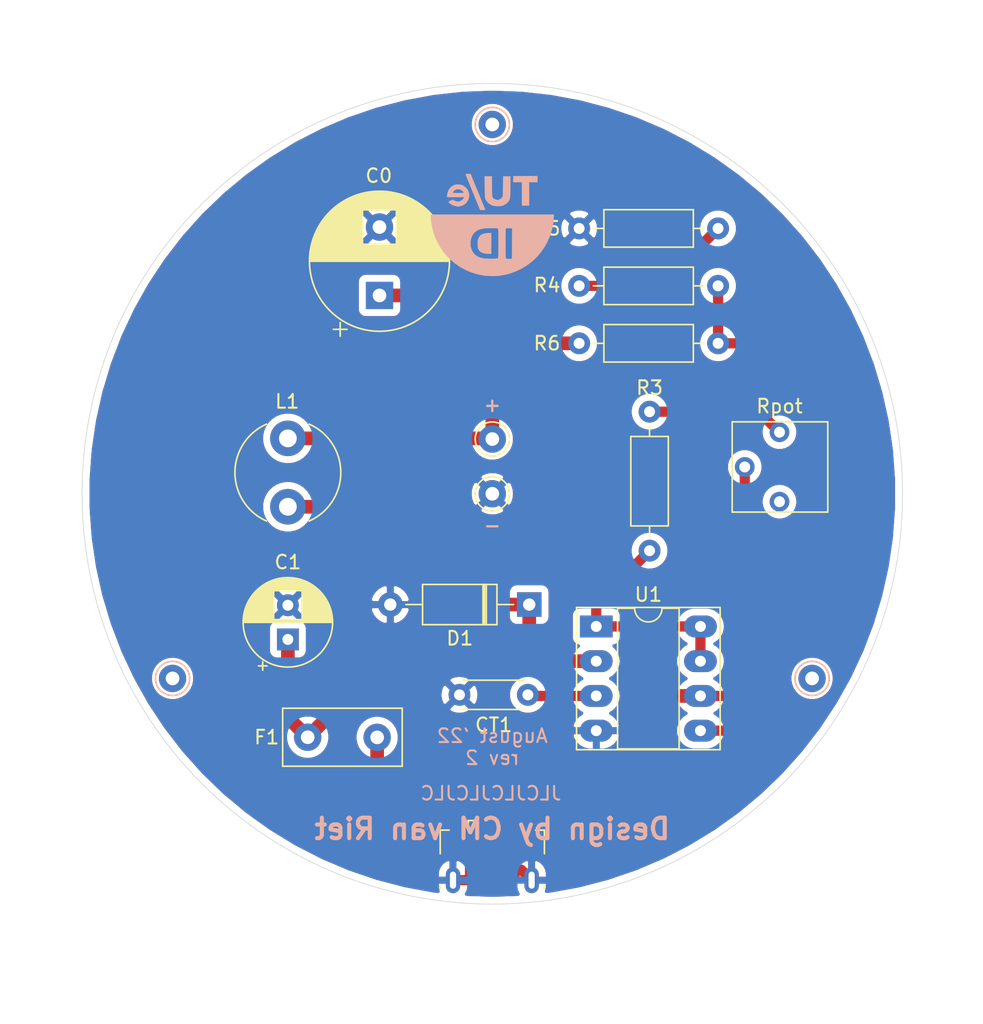
<source format=kicad_pcb>
(kicad_pcb (version 20171130) (host pcbnew "(5.1.5)-3")

  (general
    (thickness 1.6)
    (drawings 7)
    (tracks 60)
    (zones 0)
    (modules 19)
    (nets 14)
  )

  (page A4)
  (layers
    (0 F.Cu signal)
    (31 B.Cu signal)
    (32 B.Adhes user)
    (33 F.Adhes user)
    (34 B.Paste user)
    (35 F.Paste user hide)
    (36 B.SilkS user)
    (37 F.SilkS user)
    (38 B.Mask user)
    (39 F.Mask user hide)
    (40 Dwgs.User user hide)
    (41 Cmts.User user hide)
    (42 Eco1.User user)
    (43 Eco2.User user)
    (44 Edge.Cuts user)
    (45 Margin user)
    (46 B.CrtYd user)
    (47 F.CrtYd user)
    (48 B.Fab user hide)
    (49 F.Fab user hide)
  )

  (setup
    (last_trace_width 0.25)
    (user_trace_width 0.5)
    (user_trace_width 0.75)
    (user_trace_width 1)
    (trace_clearance 0.2)
    (zone_clearance 0.508)
    (zone_45_only no)
    (trace_min 0.2)
    (via_size 0.8)
    (via_drill 0.4)
    (via_min_size 0.4)
    (via_min_drill 0.3)
    (uvia_size 0.3)
    (uvia_drill 0.1)
    (uvias_allowed no)
    (uvia_min_size 0.2)
    (uvia_min_drill 0.1)
    (edge_width 0.05)
    (segment_width 0.2)
    (pcb_text_width 0.3)
    (pcb_text_size 1.5 1.5)
    (mod_edge_width 0.12)
    (mod_text_size 1 1)
    (mod_text_width 0.15)
    (pad_size 1.524 1.524)
    (pad_drill 0.762)
    (pad_to_mask_clearance 0.051)
    (solder_mask_min_width 0.25)
    (aux_axis_origin 0 0)
    (visible_elements 7FFFFFFF)
    (pcbplotparams
      (layerselection 0x010fc_ffffffff)
      (usegerberextensions false)
      (usegerberattributes false)
      (usegerberadvancedattributes false)
      (creategerberjobfile false)
      (excludeedgelayer true)
      (linewidth 0.100000)
      (plotframeref false)
      (viasonmask false)
      (mode 1)
      (useauxorigin false)
      (hpglpennumber 1)
      (hpglpenspeed 20)
      (hpglpendiameter 15.000000)
      (psnegative false)
      (psa4output false)
      (plotreference true)
      (plotvalue true)
      (plotinvisibletext false)
      (padsonsilk false)
      (subtractmaskfromsilk false)
      (outputformat 1)
      (mirror false)
      (drillshape 0)
      (scaleselection 1)
      (outputdirectory "Freeform Base Gerbers/"))
  )

  (net 0 "")
  (net 1 GND)
  (net 2 "Net-(J1-Pad3)")
  (net 3 "Net-(J1-Pad4)")
  (net 4 "Net-(J1-Pad2)")
  (net 5 Vout)
  (net 6 Vin)
  (net 7 "Net-(CT1-Pad1)")
  (net 8 "Net-(D1-Pad1)")
  (net 9 "Net-(F1-Pad2)")
  (net 10 "Net-(R3-Pad2)")
  (net 11 "Net-(R1-Pad1)")
  (net 12 "Net-(R4-Pad2)")
  (net 13 "Net-(R4-Pad1)")

  (net_class Default "This is the default net class."
    (clearance 0.2)
    (trace_width 0.25)
    (via_dia 0.8)
    (via_drill 0.4)
    (uvia_dia 0.3)
    (uvia_drill 0.1)
    (add_net GND)
    (add_net "Net-(CT1-Pad1)")
    (add_net "Net-(D1-Pad1)")
    (add_net "Net-(F1-Pad2)")
    (add_net "Net-(J1-Pad2)")
    (add_net "Net-(J1-Pad3)")
    (add_net "Net-(J1-Pad4)")
    (add_net "Net-(R1-Pad1)")
    (add_net "Net-(R3-Pad2)")
    (add_net "Net-(R4-Pad1)")
    (add_net "Net-(R4-Pad2)")
    (add_net Vin)
    (add_net Vout)
  )

  (module "Base for freeform sculptures:logo" (layer B.Cu) (tedit 62D6A3D0) (tstamp 62EC3393)
    (at 0 -19.65 180)
    (fp_text reference G*** (at 0 -4.9) (layer B.SilkS) hide
      (effects (font (size 1.524 1.524) (thickness 0.3)) (justify mirror))
    )
    (fp_text value LOGO (at 0 -6.925) (layer B.SilkS) hide
      (effects (font (size 1.524 1.524) (thickness 0.3)) (justify mirror))
    )
    (fp_poly (pts (xy 0.336887 -0.591568) (xy 0.541016 -0.613428) (xy 0.70395 -0.656855) (xy 0.83205 -0.725402)
      (xy 0.931673 -0.822623) (xy 1.009178 -0.95207) (xy 1.01835 -0.972337) (xy 1.046105 -1.043704)
      (xy 1.063365 -1.114108) (xy 1.072253 -1.198659) (xy 1.074894 -1.312468) (xy 1.074648 -1.372973)
      (xy 1.070895 -1.493088) (xy 1.062643 -1.601733) (xy 1.051269 -1.684018) (xy 1.042934 -1.716103)
      (xy 0.970931 -1.851453) (xy 0.869349 -1.955675) (xy 0.734167 -2.030991) (xy 0.561368 -2.079623)
      (xy 0.34693 -2.103792) (xy 0.341092 -2.104098) (xy 0.076276 -2.117613) (xy 0.076276 -0.577482)
      (xy 0.336887 -0.591568)) (layer B.SilkS) (width 0.01))
    (fp_poly (pts (xy -1.538238 3.572272) (xy -1.530892 3.3498) (xy -1.523546 3.127327) (xy -2.161161 3.127327)
      (xy -2.161161 1.423824) (xy -2.695095 1.423824) (xy -2.695095 3.127327) (xy -3.305306 3.127327)
      (xy -3.305306 3.585644) (xy -1.538238 3.572272)) (layer B.SilkS) (width 0.01))
    (fp_poly (pts (xy -0.782932 2.824034) (xy -0.780599 2.610572) (xy -0.778125 2.44196) (xy -0.775063 2.312199)
      (xy -0.77097 2.215289) (xy -0.765397 2.145231) (xy -0.757901 2.096025) (xy -0.748034 2.061671)
      (xy -0.735351 2.03617) (xy -0.723054 2.018348) (xy -0.615566 1.911024) (xy -0.491046 1.849271)
      (xy -0.355938 1.834658) (xy -0.216687 1.868753) (xy -0.179859 1.886176) (xy -0.124116 1.916875)
      (xy -0.079497 1.948235) (xy -0.044766 1.98601) (xy -0.018685 2.035953) (xy -0.000018 2.103816)
      (xy 0.012474 2.195354) (xy 0.020025 2.31632) (xy 0.023875 2.472466) (xy 0.02526 2.669547)
      (xy 0.025425 2.840895) (xy 0.025425 3.55956) (xy 0.562072 3.55956) (xy 0.554359 2.777728)
      (xy 0.552043 2.556959) (xy 0.54963 2.38084) (xy 0.546669 2.243169) (xy 0.542709 2.137746)
      (xy 0.537299 2.058371) (xy 0.529988 1.998843) (xy 0.520324 1.952962) (xy 0.507857 1.914528)
      (xy 0.492135 1.877339) (xy 0.488223 1.868769) (xy 0.386949 1.706733) (xy 0.246768 1.568825)
      (xy 0.077475 1.464552) (xy 0.066549 1.459547) (xy -0.019256 1.424757) (xy -0.100448 1.402636)
      (xy -0.194555 1.389887) (xy -0.319105 1.383214) (xy -0.343243 1.382484) (xy -0.465208 1.381882)
      (xy -0.580145 1.386242) (xy -0.670598 1.394698) (xy -0.701479 1.400261) (xy -0.834302 1.449323)
      (xy -0.971727 1.528408) (xy -1.093594 1.624458) (xy -1.161521 1.698269) (xy -1.204414 1.758066)
      (xy -1.238961 1.817015) (xy -1.266055 1.881317) (xy -1.286588 1.957171) (xy -1.301453 2.050773)
      (xy -1.31154 2.168325) (xy -1.317743 2.316024) (xy -1.320954 2.500069) (xy -1.322065 2.726659)
      (xy -1.322122 2.814124) (xy -1.322122 3.55956) (xy -0.790389 3.55956) (xy -0.782932 2.824034)) (layer B.SilkS) (width 0.01))
    (fp_poly (pts (xy 2.608353 2.959053) (xy 2.693858 2.949587) (xy 2.767752 2.928647) (xy 2.849582 2.892438)
      (xy 2.853349 2.890592) (xy 3.017169 2.782915) (xy 3.14699 2.639784) (xy 3.23948 2.466306)
      (xy 3.291312 2.267589) (xy 3.298052 2.208519) (xy 3.31268 2.034034) (xy 2.058153 2.034034)
      (xy 2.094675 1.964114) (xy 2.183135 1.845337) (xy 2.299738 1.762468) (xy 2.434227 1.718077)
      (xy 2.576345 1.714735) (xy 2.715838 1.755011) (xy 2.78108 1.792096) (xy 2.87028 1.852629)
      (xy 3.036942 1.786505) (xy 3.119334 1.749655) (xy 3.17891 1.715077) (xy 3.203505 1.689903)
      (xy 3.203603 1.688777) (xy 3.182452 1.647925) (xy 3.125769 1.59298) (xy 3.043713 1.532171)
      (xy 2.946442 1.473729) (xy 2.923144 1.461567) (xy 2.853219 1.433239) (xy 2.758958 1.403988)
      (xy 2.656303 1.37769) (xy 2.561194 1.358218) (xy 2.489573 1.349447) (xy 2.466266 1.350525)
      (xy 2.435706 1.356589) (xy 2.373586 1.368831) (xy 2.342488 1.374946) (xy 2.15204 1.436991)
      (xy 1.98564 1.543763) (xy 1.896547 1.62998) (xy 1.784121 1.790576) (xy 1.715709 1.967742)
      (xy 1.691174 2.153263) (xy 1.710381 2.338921) (xy 1.715814 2.354283) (xy 2.084885 2.354283)
      (xy 2.108891 2.34917) (xy 2.175237 2.344794) (xy 2.275413 2.341472) (xy 2.400909 2.339522)
      (xy 2.491691 2.339139) (xy 2.6508 2.340031) (xy 2.76504 2.343031) (xy 2.840372 2.348625)
      (xy 2.882751 2.357297) (xy 2.898135 2.369534) (xy 2.898498 2.37229) (xy 2.879128 2.414227)
      (xy 2.830061 2.470316) (xy 2.76486 2.527981) (xy 2.697092 2.574648) (xy 2.661658 2.591834)
      (xy 2.529497 2.617609) (xy 2.392264 2.603701) (xy 2.264759 2.554292) (xy 2.161783 2.473562)
      (xy 2.137877 2.443848) (xy 2.102767 2.390716) (xy 2.085312 2.356805) (xy 2.084885 2.354283)
      (xy 1.715814 2.354283) (xy 1.773195 2.5165) (xy 1.87948 2.677783) (xy 1.914479 2.716305)
      (xy 2.048388 2.834753) (xy 2.185112 2.910819) (xy 2.339337 2.950724) (xy 2.491691 2.960843)
      (xy 2.608353 2.959053)) (layer B.SilkS) (width 0.01))
    (fp_poly (pts (xy 1.861878 3.735143) (xy 1.927793 3.72882) (xy 1.957226 3.719864) (xy 1.957719 3.718468)
      (xy 1.948344 3.692016) (xy 1.921398 3.62285) (xy 1.878624 3.515292) (xy 1.821767 3.373668)
      (xy 1.752572 3.202302) (xy 1.672783 3.005519) (xy 1.584145 2.787642) (xy 1.488401 2.552996)
      (xy 1.426937 2.402703) (xy 0.896194 1.106006) (xy 0.699861 1.098535) (xy 0.608126 1.097691)
      (xy 0.541988 1.102217) (xy 0.512692 1.111193) (xy 0.512374 1.113861) (xy 0.523409 1.14103)
      (xy 0.551945 1.210917) (xy 0.596207 1.319188) (xy 0.654422 1.461506) (xy 0.724814 1.633533)
      (xy 0.805609 1.830934) (xy 0.895034 2.049372) (xy 0.991313 2.28451) (xy 1.0538 2.437098)
      (xy 1.586379 3.737537) (xy 1.772068 3.737537) (xy 1.861878 3.735143)) (layer B.SilkS) (width 0.01))
    (fp_poly (pts (xy 4.500091 0.641992) (xy 4.496986 0.559621) (xy 4.488918 0.447462) (xy 4.477444 0.326161)
      (xy 4.473721 0.292392) (xy 4.39519 -0.180433) (xy 4.271283 -0.634368) (xy 4.104392 -1.067016)
      (xy 3.89691 -1.475983) (xy 3.651227 -1.858871) (xy 3.369736 -2.213286) (xy 3.054828 -2.536831)
      (xy 2.708896 -2.82711) (xy 2.33433 -3.081728) (xy 1.933524 -3.298288) (xy 1.508868 -3.474395)
      (xy 1.062755 -3.607653) (xy 0.597577 -3.695665) (xy 0.477729 -3.710412) (xy 0.330094 -3.722363)
      (xy 0.154942 -3.729964) (xy -0.029963 -3.73301) (xy -0.206856 -3.731299) (xy -0.357974 -3.724627)
      (xy -0.406807 -3.720564) (xy -0.632881 -3.690725) (xy -0.879768 -3.645752) (xy -1.121644 -3.590789)
      (xy -1.286782 -3.545331) (xy -1.736493 -3.383517) (xy -2.160125 -3.179526) (xy -2.55556 -2.936035)
      (xy -2.920679 -2.655719) (xy -3.253365 -2.341253) (xy -3.551498 -1.995314) (xy -3.812961 -1.620577)
      (xy -4.035635 -1.219717) (xy -4.217402 -0.795411) (xy -4.356143 -0.350334) (xy -4.374331 -0.260325)
      (xy -1.449785 -0.260325) (xy -1.436537 -2.453063) (xy -1.36026 -2.469359) (xy -1.283824 -2.476947)
      (xy -1.190024 -2.474632) (xy -1.097567 -2.46422) (xy -1.025157 -2.447519) (xy -0.997948 -2.434345)
      (xy -0.989743 -2.416437) (xy -0.982964 -2.374418) (xy -0.977503 -2.304583) (xy -0.973251 -2.203224)
      (xy -0.970102 -2.066637) (xy -0.967946 -1.891116) (xy -0.966675 -1.672954) (xy -0.966181 -1.408446)
      (xy -0.966167 -1.347548) (xy -0.444945 -1.347548) (xy -0.44486 -1.60587) (xy -0.444459 -1.818074)
      (xy -0.443528 -1.988892) (xy -0.441851 -2.123055) (xy -0.439211 -2.225296) (xy -0.435394 -2.300348)
      (xy -0.430183 -2.352942) (xy -0.423363 -2.38781) (xy -0.414717 -2.409685) (xy -0.404032 -2.423299)
      (xy -0.395591 -2.430178) (xy -0.349993 -2.444471) (xy -0.263308 -2.45536) (xy -0.145191 -2.462765)
      (xy -0.005299 -2.466604) (xy 0.146713 -2.466794) (xy 0.301191 -2.463254) (xy 0.448477 -2.455903)
      (xy 0.578918 -2.444658) (xy 0.625853 -2.438824) (xy 0.876043 -2.384647) (xy 1.088273 -2.296727)
      (xy 1.263033 -2.174601) (xy 1.400811 -2.017805) (xy 1.502097 -1.825875) (xy 1.567379 -1.598349)
      (xy 1.578066 -1.536285) (xy 1.593995 -1.293413) (xy 1.567968 -1.064805) (xy 1.50238 -0.855617)
      (xy 1.399624 -0.671003) (xy 1.262097 -0.516117) (xy 1.092191 -0.396115) (xy 1.035187 -0.367652)
      (xy 0.898888 -0.315768) (xy 0.743035 -0.277124) (xy 0.560049 -0.250629) (xy 0.342349 -0.235196)
      (xy 0.082358 -0.229735) (xy 0.074779 -0.229716) (xy -0.093382 -0.23042) (xy -0.217547 -0.233684)
      (xy -0.30453 -0.240018) (xy -0.361144 -0.249931) (xy -0.394204 -0.263933) (xy -0.395591 -0.264917)
      (xy -0.40777 -0.275637) (xy -0.417764 -0.291436) (xy -0.425787 -0.317047) (xy -0.432057 -0.357201)
      (xy -0.436787 -0.416631) (xy -0.440195 -0.500069) (xy -0.442496 -0.612247) (xy -0.443905 -0.757897)
      (xy -0.444638 -0.941752) (xy -0.444912 -1.168544) (xy -0.444945 -1.347548) (xy -0.966167 -1.347548)
      (xy -0.966166 -1.345329) (xy -0.966247 -1.084784) (xy -0.966627 -0.870442) (xy -0.967518 -0.697656)
      (xy -0.969128 -0.561778) (xy -0.971668 -0.458162) (xy -0.975347 -0.382158) (xy -0.980374 -0.32912)
      (xy -0.986959 -0.294401) (xy -0.995313 -0.273352) (xy -1.005644 -0.261327) (xy -1.015346 -0.255149)
      (xy -1.072244 -0.239718) (xy -1.160032 -0.23117) (xy -1.259148 -0.230036) (xy -1.350028 -0.236846)
      (xy -1.39231 -0.244924) (xy -1.449785 -0.260325) (xy -4.374331 -0.260325) (xy -4.44974 0.112839)
      (xy -4.491182 0.502152) (xy -4.507943 0.762763) (xy 4.5003 0.762763) (xy 4.500091 0.641992)) (layer B.SilkS) (width 0.01))
  )

  (module Capacitor_THT:CP_Radial_D10.0mm_P5.00mm (layer F.Cu) (tedit 5AE50EF1) (tstamp 6261D101)
    (at -8.25 -14.5 90)
    (descr "CP, Radial series, Radial, pin pitch=5.00mm, , diameter=10mm, Electrolytic Capacitor")
    (tags "CP Radial series Radial pin pitch 5.00mm  diameter 10mm Electrolytic Capacitor")
    (path /62617814)
    (fp_text reference C0 (at 8.75 -0.05 180) (layer F.SilkS)
      (effects (font (size 1 1) (thickness 0.15)))
    )
    (fp_text value 470uF (at 2.5 6.25 90) (layer F.Fab)
      (effects (font (size 1 1) (thickness 0.15)))
    )
    (fp_text user %R (at 2.5 0 90) (layer F.Fab)
      (effects (font (size 1 1) (thickness 0.15)))
    )
    (fp_line (start -2.479646 -3.375) (end -2.479646 -2.375) (layer F.SilkS) (width 0.12))
    (fp_line (start -2.979646 -2.875) (end -1.979646 -2.875) (layer F.SilkS) (width 0.12))
    (fp_line (start 7.581 -0.599) (end 7.581 0.599) (layer F.SilkS) (width 0.12))
    (fp_line (start 7.541 -0.862) (end 7.541 0.862) (layer F.SilkS) (width 0.12))
    (fp_line (start 7.501 -1.062) (end 7.501 1.062) (layer F.SilkS) (width 0.12))
    (fp_line (start 7.461 -1.23) (end 7.461 1.23) (layer F.SilkS) (width 0.12))
    (fp_line (start 7.421 -1.378) (end 7.421 1.378) (layer F.SilkS) (width 0.12))
    (fp_line (start 7.381 -1.51) (end 7.381 1.51) (layer F.SilkS) (width 0.12))
    (fp_line (start 7.341 -1.63) (end 7.341 1.63) (layer F.SilkS) (width 0.12))
    (fp_line (start 7.301 -1.742) (end 7.301 1.742) (layer F.SilkS) (width 0.12))
    (fp_line (start 7.261 -1.846) (end 7.261 1.846) (layer F.SilkS) (width 0.12))
    (fp_line (start 7.221 -1.944) (end 7.221 1.944) (layer F.SilkS) (width 0.12))
    (fp_line (start 7.181 -2.037) (end 7.181 2.037) (layer F.SilkS) (width 0.12))
    (fp_line (start 7.141 -2.125) (end 7.141 2.125) (layer F.SilkS) (width 0.12))
    (fp_line (start 7.101 -2.209) (end 7.101 2.209) (layer F.SilkS) (width 0.12))
    (fp_line (start 7.061 -2.289) (end 7.061 2.289) (layer F.SilkS) (width 0.12))
    (fp_line (start 7.021 -2.365) (end 7.021 2.365) (layer F.SilkS) (width 0.12))
    (fp_line (start 6.981 -2.439) (end 6.981 2.439) (layer F.SilkS) (width 0.12))
    (fp_line (start 6.941 -2.51) (end 6.941 2.51) (layer F.SilkS) (width 0.12))
    (fp_line (start 6.901 -2.579) (end 6.901 2.579) (layer F.SilkS) (width 0.12))
    (fp_line (start 6.861 -2.645) (end 6.861 2.645) (layer F.SilkS) (width 0.12))
    (fp_line (start 6.821 -2.709) (end 6.821 2.709) (layer F.SilkS) (width 0.12))
    (fp_line (start 6.781 -2.77) (end 6.781 2.77) (layer F.SilkS) (width 0.12))
    (fp_line (start 6.741 -2.83) (end 6.741 2.83) (layer F.SilkS) (width 0.12))
    (fp_line (start 6.701 -2.889) (end 6.701 2.889) (layer F.SilkS) (width 0.12))
    (fp_line (start 6.661 -2.945) (end 6.661 2.945) (layer F.SilkS) (width 0.12))
    (fp_line (start 6.621 -3) (end 6.621 3) (layer F.SilkS) (width 0.12))
    (fp_line (start 6.581 -3.054) (end 6.581 3.054) (layer F.SilkS) (width 0.12))
    (fp_line (start 6.541 -3.106) (end 6.541 3.106) (layer F.SilkS) (width 0.12))
    (fp_line (start 6.501 -3.156) (end 6.501 3.156) (layer F.SilkS) (width 0.12))
    (fp_line (start 6.461 -3.206) (end 6.461 3.206) (layer F.SilkS) (width 0.12))
    (fp_line (start 6.421 -3.254) (end 6.421 3.254) (layer F.SilkS) (width 0.12))
    (fp_line (start 6.381 -3.301) (end 6.381 3.301) (layer F.SilkS) (width 0.12))
    (fp_line (start 6.341 -3.347) (end 6.341 3.347) (layer F.SilkS) (width 0.12))
    (fp_line (start 6.301 -3.392) (end 6.301 3.392) (layer F.SilkS) (width 0.12))
    (fp_line (start 6.261 -3.436) (end 6.261 3.436) (layer F.SilkS) (width 0.12))
    (fp_line (start 6.221 1.241) (end 6.221 3.478) (layer F.SilkS) (width 0.12))
    (fp_line (start 6.221 -3.478) (end 6.221 -1.241) (layer F.SilkS) (width 0.12))
    (fp_line (start 6.181 1.241) (end 6.181 3.52) (layer F.SilkS) (width 0.12))
    (fp_line (start 6.181 -3.52) (end 6.181 -1.241) (layer F.SilkS) (width 0.12))
    (fp_line (start 6.141 1.241) (end 6.141 3.561) (layer F.SilkS) (width 0.12))
    (fp_line (start 6.141 -3.561) (end 6.141 -1.241) (layer F.SilkS) (width 0.12))
    (fp_line (start 6.101 1.241) (end 6.101 3.601) (layer F.SilkS) (width 0.12))
    (fp_line (start 6.101 -3.601) (end 6.101 -1.241) (layer F.SilkS) (width 0.12))
    (fp_line (start 6.061 1.241) (end 6.061 3.64) (layer F.SilkS) (width 0.12))
    (fp_line (start 6.061 -3.64) (end 6.061 -1.241) (layer F.SilkS) (width 0.12))
    (fp_line (start 6.021 1.241) (end 6.021 3.679) (layer F.SilkS) (width 0.12))
    (fp_line (start 6.021 -3.679) (end 6.021 -1.241) (layer F.SilkS) (width 0.12))
    (fp_line (start 5.981 1.241) (end 5.981 3.716) (layer F.SilkS) (width 0.12))
    (fp_line (start 5.981 -3.716) (end 5.981 -1.241) (layer F.SilkS) (width 0.12))
    (fp_line (start 5.941 1.241) (end 5.941 3.753) (layer F.SilkS) (width 0.12))
    (fp_line (start 5.941 -3.753) (end 5.941 -1.241) (layer F.SilkS) (width 0.12))
    (fp_line (start 5.901 1.241) (end 5.901 3.789) (layer F.SilkS) (width 0.12))
    (fp_line (start 5.901 -3.789) (end 5.901 -1.241) (layer F.SilkS) (width 0.12))
    (fp_line (start 5.861 1.241) (end 5.861 3.824) (layer F.SilkS) (width 0.12))
    (fp_line (start 5.861 -3.824) (end 5.861 -1.241) (layer F.SilkS) (width 0.12))
    (fp_line (start 5.821 1.241) (end 5.821 3.858) (layer F.SilkS) (width 0.12))
    (fp_line (start 5.821 -3.858) (end 5.821 -1.241) (layer F.SilkS) (width 0.12))
    (fp_line (start 5.781 1.241) (end 5.781 3.892) (layer F.SilkS) (width 0.12))
    (fp_line (start 5.781 -3.892) (end 5.781 -1.241) (layer F.SilkS) (width 0.12))
    (fp_line (start 5.741 1.241) (end 5.741 3.925) (layer F.SilkS) (width 0.12))
    (fp_line (start 5.741 -3.925) (end 5.741 -1.241) (layer F.SilkS) (width 0.12))
    (fp_line (start 5.701 1.241) (end 5.701 3.957) (layer F.SilkS) (width 0.12))
    (fp_line (start 5.701 -3.957) (end 5.701 -1.241) (layer F.SilkS) (width 0.12))
    (fp_line (start 5.661 1.241) (end 5.661 3.989) (layer F.SilkS) (width 0.12))
    (fp_line (start 5.661 -3.989) (end 5.661 -1.241) (layer F.SilkS) (width 0.12))
    (fp_line (start 5.621 1.241) (end 5.621 4.02) (layer F.SilkS) (width 0.12))
    (fp_line (start 5.621 -4.02) (end 5.621 -1.241) (layer F.SilkS) (width 0.12))
    (fp_line (start 5.581 1.241) (end 5.581 4.05) (layer F.SilkS) (width 0.12))
    (fp_line (start 5.581 -4.05) (end 5.581 -1.241) (layer F.SilkS) (width 0.12))
    (fp_line (start 5.541 1.241) (end 5.541 4.08) (layer F.SilkS) (width 0.12))
    (fp_line (start 5.541 -4.08) (end 5.541 -1.241) (layer F.SilkS) (width 0.12))
    (fp_line (start 5.501 1.241) (end 5.501 4.11) (layer F.SilkS) (width 0.12))
    (fp_line (start 5.501 -4.11) (end 5.501 -1.241) (layer F.SilkS) (width 0.12))
    (fp_line (start 5.461 1.241) (end 5.461 4.138) (layer F.SilkS) (width 0.12))
    (fp_line (start 5.461 -4.138) (end 5.461 -1.241) (layer F.SilkS) (width 0.12))
    (fp_line (start 5.421 1.241) (end 5.421 4.166) (layer F.SilkS) (width 0.12))
    (fp_line (start 5.421 -4.166) (end 5.421 -1.241) (layer F.SilkS) (width 0.12))
    (fp_line (start 5.381 1.241) (end 5.381 4.194) (layer F.SilkS) (width 0.12))
    (fp_line (start 5.381 -4.194) (end 5.381 -1.241) (layer F.SilkS) (width 0.12))
    (fp_line (start 5.341 1.241) (end 5.341 4.221) (layer F.SilkS) (width 0.12))
    (fp_line (start 5.341 -4.221) (end 5.341 -1.241) (layer F.SilkS) (width 0.12))
    (fp_line (start 5.301 1.241) (end 5.301 4.247) (layer F.SilkS) (width 0.12))
    (fp_line (start 5.301 -4.247) (end 5.301 -1.241) (layer F.SilkS) (width 0.12))
    (fp_line (start 5.261 1.241) (end 5.261 4.273) (layer F.SilkS) (width 0.12))
    (fp_line (start 5.261 -4.273) (end 5.261 -1.241) (layer F.SilkS) (width 0.12))
    (fp_line (start 5.221 1.241) (end 5.221 4.298) (layer F.SilkS) (width 0.12))
    (fp_line (start 5.221 -4.298) (end 5.221 -1.241) (layer F.SilkS) (width 0.12))
    (fp_line (start 5.181 1.241) (end 5.181 4.323) (layer F.SilkS) (width 0.12))
    (fp_line (start 5.181 -4.323) (end 5.181 -1.241) (layer F.SilkS) (width 0.12))
    (fp_line (start 5.141 1.241) (end 5.141 4.347) (layer F.SilkS) (width 0.12))
    (fp_line (start 5.141 -4.347) (end 5.141 -1.241) (layer F.SilkS) (width 0.12))
    (fp_line (start 5.101 1.241) (end 5.101 4.371) (layer F.SilkS) (width 0.12))
    (fp_line (start 5.101 -4.371) (end 5.101 -1.241) (layer F.SilkS) (width 0.12))
    (fp_line (start 5.061 1.241) (end 5.061 4.395) (layer F.SilkS) (width 0.12))
    (fp_line (start 5.061 -4.395) (end 5.061 -1.241) (layer F.SilkS) (width 0.12))
    (fp_line (start 5.021 1.241) (end 5.021 4.417) (layer F.SilkS) (width 0.12))
    (fp_line (start 5.021 -4.417) (end 5.021 -1.241) (layer F.SilkS) (width 0.12))
    (fp_line (start 4.981 1.241) (end 4.981 4.44) (layer F.SilkS) (width 0.12))
    (fp_line (start 4.981 -4.44) (end 4.981 -1.241) (layer F.SilkS) (width 0.12))
    (fp_line (start 4.941 1.241) (end 4.941 4.462) (layer F.SilkS) (width 0.12))
    (fp_line (start 4.941 -4.462) (end 4.941 -1.241) (layer F.SilkS) (width 0.12))
    (fp_line (start 4.901 1.241) (end 4.901 4.483) (layer F.SilkS) (width 0.12))
    (fp_line (start 4.901 -4.483) (end 4.901 -1.241) (layer F.SilkS) (width 0.12))
    (fp_line (start 4.861 1.241) (end 4.861 4.504) (layer F.SilkS) (width 0.12))
    (fp_line (start 4.861 -4.504) (end 4.861 -1.241) (layer F.SilkS) (width 0.12))
    (fp_line (start 4.821 1.241) (end 4.821 4.525) (layer F.SilkS) (width 0.12))
    (fp_line (start 4.821 -4.525) (end 4.821 -1.241) (layer F.SilkS) (width 0.12))
    (fp_line (start 4.781 1.241) (end 4.781 4.545) (layer F.SilkS) (width 0.12))
    (fp_line (start 4.781 -4.545) (end 4.781 -1.241) (layer F.SilkS) (width 0.12))
    (fp_line (start 4.741 1.241) (end 4.741 4.564) (layer F.SilkS) (width 0.12))
    (fp_line (start 4.741 -4.564) (end 4.741 -1.241) (layer F.SilkS) (width 0.12))
    (fp_line (start 4.701 1.241) (end 4.701 4.584) (layer F.SilkS) (width 0.12))
    (fp_line (start 4.701 -4.584) (end 4.701 -1.241) (layer F.SilkS) (width 0.12))
    (fp_line (start 4.661 1.241) (end 4.661 4.603) (layer F.SilkS) (width 0.12))
    (fp_line (start 4.661 -4.603) (end 4.661 -1.241) (layer F.SilkS) (width 0.12))
    (fp_line (start 4.621 1.241) (end 4.621 4.621) (layer F.SilkS) (width 0.12))
    (fp_line (start 4.621 -4.621) (end 4.621 -1.241) (layer F.SilkS) (width 0.12))
    (fp_line (start 4.581 1.241) (end 4.581 4.639) (layer F.SilkS) (width 0.12))
    (fp_line (start 4.581 -4.639) (end 4.581 -1.241) (layer F.SilkS) (width 0.12))
    (fp_line (start 4.541 1.241) (end 4.541 4.657) (layer F.SilkS) (width 0.12))
    (fp_line (start 4.541 -4.657) (end 4.541 -1.241) (layer F.SilkS) (width 0.12))
    (fp_line (start 4.501 1.241) (end 4.501 4.674) (layer F.SilkS) (width 0.12))
    (fp_line (start 4.501 -4.674) (end 4.501 -1.241) (layer F.SilkS) (width 0.12))
    (fp_line (start 4.461 1.241) (end 4.461 4.69) (layer F.SilkS) (width 0.12))
    (fp_line (start 4.461 -4.69) (end 4.461 -1.241) (layer F.SilkS) (width 0.12))
    (fp_line (start 4.421 1.241) (end 4.421 4.707) (layer F.SilkS) (width 0.12))
    (fp_line (start 4.421 -4.707) (end 4.421 -1.241) (layer F.SilkS) (width 0.12))
    (fp_line (start 4.381 1.241) (end 4.381 4.723) (layer F.SilkS) (width 0.12))
    (fp_line (start 4.381 -4.723) (end 4.381 -1.241) (layer F.SilkS) (width 0.12))
    (fp_line (start 4.341 1.241) (end 4.341 4.738) (layer F.SilkS) (width 0.12))
    (fp_line (start 4.341 -4.738) (end 4.341 -1.241) (layer F.SilkS) (width 0.12))
    (fp_line (start 4.301 1.241) (end 4.301 4.754) (layer F.SilkS) (width 0.12))
    (fp_line (start 4.301 -4.754) (end 4.301 -1.241) (layer F.SilkS) (width 0.12))
    (fp_line (start 4.261 1.241) (end 4.261 4.768) (layer F.SilkS) (width 0.12))
    (fp_line (start 4.261 -4.768) (end 4.261 -1.241) (layer F.SilkS) (width 0.12))
    (fp_line (start 4.221 1.241) (end 4.221 4.783) (layer F.SilkS) (width 0.12))
    (fp_line (start 4.221 -4.783) (end 4.221 -1.241) (layer F.SilkS) (width 0.12))
    (fp_line (start 4.181 1.241) (end 4.181 4.797) (layer F.SilkS) (width 0.12))
    (fp_line (start 4.181 -4.797) (end 4.181 -1.241) (layer F.SilkS) (width 0.12))
    (fp_line (start 4.141 1.241) (end 4.141 4.811) (layer F.SilkS) (width 0.12))
    (fp_line (start 4.141 -4.811) (end 4.141 -1.241) (layer F.SilkS) (width 0.12))
    (fp_line (start 4.101 1.241) (end 4.101 4.824) (layer F.SilkS) (width 0.12))
    (fp_line (start 4.101 -4.824) (end 4.101 -1.241) (layer F.SilkS) (width 0.12))
    (fp_line (start 4.061 1.241) (end 4.061 4.837) (layer F.SilkS) (width 0.12))
    (fp_line (start 4.061 -4.837) (end 4.061 -1.241) (layer F.SilkS) (width 0.12))
    (fp_line (start 4.021 1.241) (end 4.021 4.85) (layer F.SilkS) (width 0.12))
    (fp_line (start 4.021 -4.85) (end 4.021 -1.241) (layer F.SilkS) (width 0.12))
    (fp_line (start 3.981 1.241) (end 3.981 4.862) (layer F.SilkS) (width 0.12))
    (fp_line (start 3.981 -4.862) (end 3.981 -1.241) (layer F.SilkS) (width 0.12))
    (fp_line (start 3.941 1.241) (end 3.941 4.874) (layer F.SilkS) (width 0.12))
    (fp_line (start 3.941 -4.874) (end 3.941 -1.241) (layer F.SilkS) (width 0.12))
    (fp_line (start 3.901 1.241) (end 3.901 4.885) (layer F.SilkS) (width 0.12))
    (fp_line (start 3.901 -4.885) (end 3.901 -1.241) (layer F.SilkS) (width 0.12))
    (fp_line (start 3.861 1.241) (end 3.861 4.897) (layer F.SilkS) (width 0.12))
    (fp_line (start 3.861 -4.897) (end 3.861 -1.241) (layer F.SilkS) (width 0.12))
    (fp_line (start 3.821 1.241) (end 3.821 4.907) (layer F.SilkS) (width 0.12))
    (fp_line (start 3.821 -4.907) (end 3.821 -1.241) (layer F.SilkS) (width 0.12))
    (fp_line (start 3.781 1.241) (end 3.781 4.918) (layer F.SilkS) (width 0.12))
    (fp_line (start 3.781 -4.918) (end 3.781 -1.241) (layer F.SilkS) (width 0.12))
    (fp_line (start 3.741 -4.928) (end 3.741 4.928) (layer F.SilkS) (width 0.12))
    (fp_line (start 3.701 -4.938) (end 3.701 4.938) (layer F.SilkS) (width 0.12))
    (fp_line (start 3.661 -4.947) (end 3.661 4.947) (layer F.SilkS) (width 0.12))
    (fp_line (start 3.621 -4.956) (end 3.621 4.956) (layer F.SilkS) (width 0.12))
    (fp_line (start 3.581 -4.965) (end 3.581 4.965) (layer F.SilkS) (width 0.12))
    (fp_line (start 3.541 -4.974) (end 3.541 4.974) (layer F.SilkS) (width 0.12))
    (fp_line (start 3.501 -4.982) (end 3.501 4.982) (layer F.SilkS) (width 0.12))
    (fp_line (start 3.461 -4.99) (end 3.461 4.99) (layer F.SilkS) (width 0.12))
    (fp_line (start 3.421 -4.997) (end 3.421 4.997) (layer F.SilkS) (width 0.12))
    (fp_line (start 3.381 -5.004) (end 3.381 5.004) (layer F.SilkS) (width 0.12))
    (fp_line (start 3.341 -5.011) (end 3.341 5.011) (layer F.SilkS) (width 0.12))
    (fp_line (start 3.301 -5.018) (end 3.301 5.018) (layer F.SilkS) (width 0.12))
    (fp_line (start 3.261 -5.024) (end 3.261 5.024) (layer F.SilkS) (width 0.12))
    (fp_line (start 3.221 -5.03) (end 3.221 5.03) (layer F.SilkS) (width 0.12))
    (fp_line (start 3.18 -5.035) (end 3.18 5.035) (layer F.SilkS) (width 0.12))
    (fp_line (start 3.14 -5.04) (end 3.14 5.04) (layer F.SilkS) (width 0.12))
    (fp_line (start 3.1 -5.045) (end 3.1 5.045) (layer F.SilkS) (width 0.12))
    (fp_line (start 3.06 -5.05) (end 3.06 5.05) (layer F.SilkS) (width 0.12))
    (fp_line (start 3.02 -5.054) (end 3.02 5.054) (layer F.SilkS) (width 0.12))
    (fp_line (start 2.98 -5.058) (end 2.98 5.058) (layer F.SilkS) (width 0.12))
    (fp_line (start 2.94 -5.062) (end 2.94 5.062) (layer F.SilkS) (width 0.12))
    (fp_line (start 2.9 -5.065) (end 2.9 5.065) (layer F.SilkS) (width 0.12))
    (fp_line (start 2.86 -5.068) (end 2.86 5.068) (layer F.SilkS) (width 0.12))
    (fp_line (start 2.82 -5.07) (end 2.82 5.07) (layer F.SilkS) (width 0.12))
    (fp_line (start 2.78 -5.073) (end 2.78 5.073) (layer F.SilkS) (width 0.12))
    (fp_line (start 2.74 -5.075) (end 2.74 5.075) (layer F.SilkS) (width 0.12))
    (fp_line (start 2.7 -5.077) (end 2.7 5.077) (layer F.SilkS) (width 0.12))
    (fp_line (start 2.66 -5.078) (end 2.66 5.078) (layer F.SilkS) (width 0.12))
    (fp_line (start 2.62 -5.079) (end 2.62 5.079) (layer F.SilkS) (width 0.12))
    (fp_line (start 2.58 -5.08) (end 2.58 5.08) (layer F.SilkS) (width 0.12))
    (fp_line (start 2.54 -5.08) (end 2.54 5.08) (layer F.SilkS) (width 0.12))
    (fp_line (start 2.5 -5.08) (end 2.5 5.08) (layer F.SilkS) (width 0.12))
    (fp_line (start -1.288861 -2.6875) (end -1.288861 -1.6875) (layer F.Fab) (width 0.1))
    (fp_line (start -1.788861 -2.1875) (end -0.788861 -2.1875) (layer F.Fab) (width 0.1))
    (fp_circle (center 2.5 0) (end 7.75 0) (layer F.CrtYd) (width 0.05))
    (fp_circle (center 2.5 0) (end 7.62 0) (layer F.SilkS) (width 0.12))
    (fp_circle (center 2.5 0) (end 7.5 0) (layer F.Fab) (width 0.1))
    (pad 2 thru_hole circle (at 5 0 90) (size 2 2) (drill 1) (layers *.Cu *.Mask)
      (net 1 GND))
    (pad 1 thru_hole rect (at 0 0 90) (size 2 2) (drill 1) (layers *.Cu *.Mask)
      (net 5 Vout))
    (model ${KISYS3DMOD}/Capacitor_THT.3dshapes/CP_Radial_D10.0mm_P5.00mm.wrl
      (at (xyz 0 0 0))
      (scale (xyz 1 1 1))
      (rotate (xyz 0 0 0))
    )
  )

  (module Capacitor_THT:CP_Radial_D6.3mm_P2.50mm (layer F.Cu) (tedit 5AE50EF0) (tstamp 6261D1AA)
    (at -14.95 10.65 90)
    (descr "CP, Radial series, Radial, pin pitch=2.50mm, , diameter=6.3mm, Electrolytic Capacitor")
    (tags "CP Radial series Radial pin pitch 2.50mm  diameter 6.3mm Electrolytic Capacitor")
    (path /6260626B)
    (fp_text reference C1 (at 5.65 0 180) (layer F.SilkS)
      (effects (font (size 1 1) (thickness 0.15)))
    )
    (fp_text value 100uF (at 1.25 4.4 90) (layer F.Fab)
      (effects (font (size 1 1) (thickness 0.15)))
    )
    (fp_text user %R (at 1.25 0 90) (layer F.Fab)
      (effects (font (size 1 1) (thickness 0.15)))
    )
    (fp_line (start -1.935241 -2.154) (end -1.935241 -1.524) (layer F.SilkS) (width 0.12))
    (fp_line (start -2.250241 -1.839) (end -1.620241 -1.839) (layer F.SilkS) (width 0.12))
    (fp_line (start 4.491 -0.402) (end 4.491 0.402) (layer F.SilkS) (width 0.12))
    (fp_line (start 4.451 -0.633) (end 4.451 0.633) (layer F.SilkS) (width 0.12))
    (fp_line (start 4.411 -0.802) (end 4.411 0.802) (layer F.SilkS) (width 0.12))
    (fp_line (start 4.371 -0.94) (end 4.371 0.94) (layer F.SilkS) (width 0.12))
    (fp_line (start 4.331 -1.059) (end 4.331 1.059) (layer F.SilkS) (width 0.12))
    (fp_line (start 4.291 -1.165) (end 4.291 1.165) (layer F.SilkS) (width 0.12))
    (fp_line (start 4.251 -1.262) (end 4.251 1.262) (layer F.SilkS) (width 0.12))
    (fp_line (start 4.211 -1.35) (end 4.211 1.35) (layer F.SilkS) (width 0.12))
    (fp_line (start 4.171 -1.432) (end 4.171 1.432) (layer F.SilkS) (width 0.12))
    (fp_line (start 4.131 -1.509) (end 4.131 1.509) (layer F.SilkS) (width 0.12))
    (fp_line (start 4.091 -1.581) (end 4.091 1.581) (layer F.SilkS) (width 0.12))
    (fp_line (start 4.051 -1.65) (end 4.051 1.65) (layer F.SilkS) (width 0.12))
    (fp_line (start 4.011 -1.714) (end 4.011 1.714) (layer F.SilkS) (width 0.12))
    (fp_line (start 3.971 -1.776) (end 3.971 1.776) (layer F.SilkS) (width 0.12))
    (fp_line (start 3.931 -1.834) (end 3.931 1.834) (layer F.SilkS) (width 0.12))
    (fp_line (start 3.891 -1.89) (end 3.891 1.89) (layer F.SilkS) (width 0.12))
    (fp_line (start 3.851 -1.944) (end 3.851 1.944) (layer F.SilkS) (width 0.12))
    (fp_line (start 3.811 -1.995) (end 3.811 1.995) (layer F.SilkS) (width 0.12))
    (fp_line (start 3.771 -2.044) (end 3.771 2.044) (layer F.SilkS) (width 0.12))
    (fp_line (start 3.731 -2.092) (end 3.731 2.092) (layer F.SilkS) (width 0.12))
    (fp_line (start 3.691 -2.137) (end 3.691 2.137) (layer F.SilkS) (width 0.12))
    (fp_line (start 3.651 -2.182) (end 3.651 2.182) (layer F.SilkS) (width 0.12))
    (fp_line (start 3.611 -2.224) (end 3.611 2.224) (layer F.SilkS) (width 0.12))
    (fp_line (start 3.571 -2.265) (end 3.571 2.265) (layer F.SilkS) (width 0.12))
    (fp_line (start 3.531 1.04) (end 3.531 2.305) (layer F.SilkS) (width 0.12))
    (fp_line (start 3.531 -2.305) (end 3.531 -1.04) (layer F.SilkS) (width 0.12))
    (fp_line (start 3.491 1.04) (end 3.491 2.343) (layer F.SilkS) (width 0.12))
    (fp_line (start 3.491 -2.343) (end 3.491 -1.04) (layer F.SilkS) (width 0.12))
    (fp_line (start 3.451 1.04) (end 3.451 2.38) (layer F.SilkS) (width 0.12))
    (fp_line (start 3.451 -2.38) (end 3.451 -1.04) (layer F.SilkS) (width 0.12))
    (fp_line (start 3.411 1.04) (end 3.411 2.416) (layer F.SilkS) (width 0.12))
    (fp_line (start 3.411 -2.416) (end 3.411 -1.04) (layer F.SilkS) (width 0.12))
    (fp_line (start 3.371 1.04) (end 3.371 2.45) (layer F.SilkS) (width 0.12))
    (fp_line (start 3.371 -2.45) (end 3.371 -1.04) (layer F.SilkS) (width 0.12))
    (fp_line (start 3.331 1.04) (end 3.331 2.484) (layer F.SilkS) (width 0.12))
    (fp_line (start 3.331 -2.484) (end 3.331 -1.04) (layer F.SilkS) (width 0.12))
    (fp_line (start 3.291 1.04) (end 3.291 2.516) (layer F.SilkS) (width 0.12))
    (fp_line (start 3.291 -2.516) (end 3.291 -1.04) (layer F.SilkS) (width 0.12))
    (fp_line (start 3.251 1.04) (end 3.251 2.548) (layer F.SilkS) (width 0.12))
    (fp_line (start 3.251 -2.548) (end 3.251 -1.04) (layer F.SilkS) (width 0.12))
    (fp_line (start 3.211 1.04) (end 3.211 2.578) (layer F.SilkS) (width 0.12))
    (fp_line (start 3.211 -2.578) (end 3.211 -1.04) (layer F.SilkS) (width 0.12))
    (fp_line (start 3.171 1.04) (end 3.171 2.607) (layer F.SilkS) (width 0.12))
    (fp_line (start 3.171 -2.607) (end 3.171 -1.04) (layer F.SilkS) (width 0.12))
    (fp_line (start 3.131 1.04) (end 3.131 2.636) (layer F.SilkS) (width 0.12))
    (fp_line (start 3.131 -2.636) (end 3.131 -1.04) (layer F.SilkS) (width 0.12))
    (fp_line (start 3.091 1.04) (end 3.091 2.664) (layer F.SilkS) (width 0.12))
    (fp_line (start 3.091 -2.664) (end 3.091 -1.04) (layer F.SilkS) (width 0.12))
    (fp_line (start 3.051 1.04) (end 3.051 2.69) (layer F.SilkS) (width 0.12))
    (fp_line (start 3.051 -2.69) (end 3.051 -1.04) (layer F.SilkS) (width 0.12))
    (fp_line (start 3.011 1.04) (end 3.011 2.716) (layer F.SilkS) (width 0.12))
    (fp_line (start 3.011 -2.716) (end 3.011 -1.04) (layer F.SilkS) (width 0.12))
    (fp_line (start 2.971 1.04) (end 2.971 2.742) (layer F.SilkS) (width 0.12))
    (fp_line (start 2.971 -2.742) (end 2.971 -1.04) (layer F.SilkS) (width 0.12))
    (fp_line (start 2.931 1.04) (end 2.931 2.766) (layer F.SilkS) (width 0.12))
    (fp_line (start 2.931 -2.766) (end 2.931 -1.04) (layer F.SilkS) (width 0.12))
    (fp_line (start 2.891 1.04) (end 2.891 2.79) (layer F.SilkS) (width 0.12))
    (fp_line (start 2.891 -2.79) (end 2.891 -1.04) (layer F.SilkS) (width 0.12))
    (fp_line (start 2.851 1.04) (end 2.851 2.812) (layer F.SilkS) (width 0.12))
    (fp_line (start 2.851 -2.812) (end 2.851 -1.04) (layer F.SilkS) (width 0.12))
    (fp_line (start 2.811 1.04) (end 2.811 2.834) (layer F.SilkS) (width 0.12))
    (fp_line (start 2.811 -2.834) (end 2.811 -1.04) (layer F.SilkS) (width 0.12))
    (fp_line (start 2.771 1.04) (end 2.771 2.856) (layer F.SilkS) (width 0.12))
    (fp_line (start 2.771 -2.856) (end 2.771 -1.04) (layer F.SilkS) (width 0.12))
    (fp_line (start 2.731 1.04) (end 2.731 2.876) (layer F.SilkS) (width 0.12))
    (fp_line (start 2.731 -2.876) (end 2.731 -1.04) (layer F.SilkS) (width 0.12))
    (fp_line (start 2.691 1.04) (end 2.691 2.896) (layer F.SilkS) (width 0.12))
    (fp_line (start 2.691 -2.896) (end 2.691 -1.04) (layer F.SilkS) (width 0.12))
    (fp_line (start 2.651 1.04) (end 2.651 2.916) (layer F.SilkS) (width 0.12))
    (fp_line (start 2.651 -2.916) (end 2.651 -1.04) (layer F.SilkS) (width 0.12))
    (fp_line (start 2.611 1.04) (end 2.611 2.934) (layer F.SilkS) (width 0.12))
    (fp_line (start 2.611 -2.934) (end 2.611 -1.04) (layer F.SilkS) (width 0.12))
    (fp_line (start 2.571 1.04) (end 2.571 2.952) (layer F.SilkS) (width 0.12))
    (fp_line (start 2.571 -2.952) (end 2.571 -1.04) (layer F.SilkS) (width 0.12))
    (fp_line (start 2.531 1.04) (end 2.531 2.97) (layer F.SilkS) (width 0.12))
    (fp_line (start 2.531 -2.97) (end 2.531 -1.04) (layer F.SilkS) (width 0.12))
    (fp_line (start 2.491 1.04) (end 2.491 2.986) (layer F.SilkS) (width 0.12))
    (fp_line (start 2.491 -2.986) (end 2.491 -1.04) (layer F.SilkS) (width 0.12))
    (fp_line (start 2.451 1.04) (end 2.451 3.002) (layer F.SilkS) (width 0.12))
    (fp_line (start 2.451 -3.002) (end 2.451 -1.04) (layer F.SilkS) (width 0.12))
    (fp_line (start 2.411 1.04) (end 2.411 3.018) (layer F.SilkS) (width 0.12))
    (fp_line (start 2.411 -3.018) (end 2.411 -1.04) (layer F.SilkS) (width 0.12))
    (fp_line (start 2.371 1.04) (end 2.371 3.033) (layer F.SilkS) (width 0.12))
    (fp_line (start 2.371 -3.033) (end 2.371 -1.04) (layer F.SilkS) (width 0.12))
    (fp_line (start 2.331 1.04) (end 2.331 3.047) (layer F.SilkS) (width 0.12))
    (fp_line (start 2.331 -3.047) (end 2.331 -1.04) (layer F.SilkS) (width 0.12))
    (fp_line (start 2.291 1.04) (end 2.291 3.061) (layer F.SilkS) (width 0.12))
    (fp_line (start 2.291 -3.061) (end 2.291 -1.04) (layer F.SilkS) (width 0.12))
    (fp_line (start 2.251 1.04) (end 2.251 3.074) (layer F.SilkS) (width 0.12))
    (fp_line (start 2.251 -3.074) (end 2.251 -1.04) (layer F.SilkS) (width 0.12))
    (fp_line (start 2.211 1.04) (end 2.211 3.086) (layer F.SilkS) (width 0.12))
    (fp_line (start 2.211 -3.086) (end 2.211 -1.04) (layer F.SilkS) (width 0.12))
    (fp_line (start 2.171 1.04) (end 2.171 3.098) (layer F.SilkS) (width 0.12))
    (fp_line (start 2.171 -3.098) (end 2.171 -1.04) (layer F.SilkS) (width 0.12))
    (fp_line (start 2.131 1.04) (end 2.131 3.11) (layer F.SilkS) (width 0.12))
    (fp_line (start 2.131 -3.11) (end 2.131 -1.04) (layer F.SilkS) (width 0.12))
    (fp_line (start 2.091 1.04) (end 2.091 3.121) (layer F.SilkS) (width 0.12))
    (fp_line (start 2.091 -3.121) (end 2.091 -1.04) (layer F.SilkS) (width 0.12))
    (fp_line (start 2.051 1.04) (end 2.051 3.131) (layer F.SilkS) (width 0.12))
    (fp_line (start 2.051 -3.131) (end 2.051 -1.04) (layer F.SilkS) (width 0.12))
    (fp_line (start 2.011 1.04) (end 2.011 3.141) (layer F.SilkS) (width 0.12))
    (fp_line (start 2.011 -3.141) (end 2.011 -1.04) (layer F.SilkS) (width 0.12))
    (fp_line (start 1.971 1.04) (end 1.971 3.15) (layer F.SilkS) (width 0.12))
    (fp_line (start 1.971 -3.15) (end 1.971 -1.04) (layer F.SilkS) (width 0.12))
    (fp_line (start 1.93 1.04) (end 1.93 3.159) (layer F.SilkS) (width 0.12))
    (fp_line (start 1.93 -3.159) (end 1.93 -1.04) (layer F.SilkS) (width 0.12))
    (fp_line (start 1.89 1.04) (end 1.89 3.167) (layer F.SilkS) (width 0.12))
    (fp_line (start 1.89 -3.167) (end 1.89 -1.04) (layer F.SilkS) (width 0.12))
    (fp_line (start 1.85 1.04) (end 1.85 3.175) (layer F.SilkS) (width 0.12))
    (fp_line (start 1.85 -3.175) (end 1.85 -1.04) (layer F.SilkS) (width 0.12))
    (fp_line (start 1.81 1.04) (end 1.81 3.182) (layer F.SilkS) (width 0.12))
    (fp_line (start 1.81 -3.182) (end 1.81 -1.04) (layer F.SilkS) (width 0.12))
    (fp_line (start 1.77 1.04) (end 1.77 3.189) (layer F.SilkS) (width 0.12))
    (fp_line (start 1.77 -3.189) (end 1.77 -1.04) (layer F.SilkS) (width 0.12))
    (fp_line (start 1.73 1.04) (end 1.73 3.195) (layer F.SilkS) (width 0.12))
    (fp_line (start 1.73 -3.195) (end 1.73 -1.04) (layer F.SilkS) (width 0.12))
    (fp_line (start 1.69 1.04) (end 1.69 3.201) (layer F.SilkS) (width 0.12))
    (fp_line (start 1.69 -3.201) (end 1.69 -1.04) (layer F.SilkS) (width 0.12))
    (fp_line (start 1.65 1.04) (end 1.65 3.206) (layer F.SilkS) (width 0.12))
    (fp_line (start 1.65 -3.206) (end 1.65 -1.04) (layer F.SilkS) (width 0.12))
    (fp_line (start 1.61 1.04) (end 1.61 3.211) (layer F.SilkS) (width 0.12))
    (fp_line (start 1.61 -3.211) (end 1.61 -1.04) (layer F.SilkS) (width 0.12))
    (fp_line (start 1.57 1.04) (end 1.57 3.215) (layer F.SilkS) (width 0.12))
    (fp_line (start 1.57 -3.215) (end 1.57 -1.04) (layer F.SilkS) (width 0.12))
    (fp_line (start 1.53 1.04) (end 1.53 3.218) (layer F.SilkS) (width 0.12))
    (fp_line (start 1.53 -3.218) (end 1.53 -1.04) (layer F.SilkS) (width 0.12))
    (fp_line (start 1.49 1.04) (end 1.49 3.222) (layer F.SilkS) (width 0.12))
    (fp_line (start 1.49 -3.222) (end 1.49 -1.04) (layer F.SilkS) (width 0.12))
    (fp_line (start 1.45 -3.224) (end 1.45 3.224) (layer F.SilkS) (width 0.12))
    (fp_line (start 1.41 -3.227) (end 1.41 3.227) (layer F.SilkS) (width 0.12))
    (fp_line (start 1.37 -3.228) (end 1.37 3.228) (layer F.SilkS) (width 0.12))
    (fp_line (start 1.33 -3.23) (end 1.33 3.23) (layer F.SilkS) (width 0.12))
    (fp_line (start 1.29 -3.23) (end 1.29 3.23) (layer F.SilkS) (width 0.12))
    (fp_line (start 1.25 -3.23) (end 1.25 3.23) (layer F.SilkS) (width 0.12))
    (fp_line (start -1.128972 -1.6885) (end -1.128972 -1.0585) (layer F.Fab) (width 0.1))
    (fp_line (start -1.443972 -1.3735) (end -0.813972 -1.3735) (layer F.Fab) (width 0.1))
    (fp_circle (center 1.25 0) (end 4.65 0) (layer F.CrtYd) (width 0.05))
    (fp_circle (center 1.25 0) (end 4.52 0) (layer F.SilkS) (width 0.12))
    (fp_circle (center 1.25 0) (end 4.4 0) (layer F.Fab) (width 0.1))
    (pad 2 thru_hole circle (at 2.5 0 90) (size 1.6 1.6) (drill 0.8) (layers *.Cu *.Mask)
      (net 1 GND))
    (pad 1 thru_hole rect (at 0 0 90) (size 1.6 1.6) (drill 0.8) (layers *.Cu *.Mask)
      (net 6 Vin))
    (model ${KISYS3DMOD}/Capacitor_THT.3dshapes/CP_Radial_D6.3mm_P2.50mm.wrl
      (at (xyz 0 0 0))
      (scale (xyz 1 1 1))
      (rotate (xyz 0 0 0))
    )
  )

  (module Fuse:Fuse_Littelfuse_395Series (layer F.Cu) (tedit 5A1C8B31) (tstamp 6261C153)
    (at -13.5 17.8)
    (descr "Fuse, TE5, Littelfuse/Wickmann, No. 460, No560,")
    (tags "Fuse TE5 Littelfuse/Wickmann No. 460 No560 ")
    (path /62630C5C)
    (fp_text reference F1 (at -3 0) (layer F.SilkS)
      (effects (font (size 1 1) (thickness 0.15)))
    )
    (fp_text value 1A (at 2.35 3.1) (layer F.Fab)
      (effects (font (size 1 1) (thickness 0.15)))
    )
    (fp_line (start 6.91 2.12) (end -1.83 2.12) (layer F.SilkS) (width 0.12))
    (fp_line (start 6.91 2.12) (end 6.91 -2.12) (layer F.SilkS) (width 0.12))
    (fp_line (start -1.83 -2.12) (end -1.83 2.12) (layer F.SilkS) (width 0.12))
    (fp_line (start -1.83 -2.12) (end 6.91 -2.12) (layer F.SilkS) (width 0.12))
    (fp_line (start 7.04 2.25) (end -1.96 2.25) (layer F.CrtYd) (width 0.05))
    (fp_line (start 7.04 2.25) (end 7.04 -2.25) (layer F.CrtYd) (width 0.05))
    (fp_line (start -1.96 -2.25) (end -1.96 2.25) (layer F.CrtYd) (width 0.05))
    (fp_line (start -1.96 -2.25) (end 7.04 -2.25) (layer F.CrtYd) (width 0.05))
    (fp_line (start -1.71 -2) (end -1.71 2) (layer F.Fab) (width 0.1))
    (fp_line (start 6.79 -2) (end -1.71 -2) (layer F.Fab) (width 0.1))
    (fp_line (start 6.79 2) (end 6.79 -2) (layer F.Fab) (width 0.1))
    (fp_line (start -1.71 2) (end 6.79 2) (layer F.Fab) (width 0.1))
    (fp_text user %R (at 2.75 -1.25) (layer F.Fab)
      (effects (font (size 1 1) (thickness 0.15)))
    )
    (pad 2 thru_hole circle (at 5.08 0.01) (size 2 2) (drill 1) (layers *.Cu *.Mask)
      (net 9 "Net-(F1-Pad2)"))
    (pad 1 thru_hole circle (at 0 0) (size 2 2) (drill 1) (layers *.Cu *.Mask)
      (net 6 Vin))
    (model ${KISYS3DMOD}/Fuse.3dshapes/Fuse_Littelfuse_395Series.wrl
      (at (xyz 0 0 0))
      (scale (xyz 1 1 1))
      (rotate (xyz 0 0 0))
    )
  )

  (module Resistor_THT:R_Axial_DIN0207_L6.3mm_D2.5mm_P10.16mm_Horizontal (layer F.Cu) (tedit 5AE5139B) (tstamp 6261D2F8)
    (at 6.35 -19.4)
    (descr "Resistor, Axial_DIN0207 series, Axial, Horizontal, pin pitch=10.16mm, 0.25W = 1/4W, length*diameter=6.3*2.5mm^2, http://cdn-reichelt.de/documents/datenblatt/B400/1_4W%23YAG.pdf")
    (tags "Resistor Axial_DIN0207 series Axial Horizontal pin pitch 10.16mm 0.25W = 1/4W length 6.3mm diameter 2.5mm")
    (path /6260A046)
    (fp_text reference R5 (at 5.08 2.5) (layer Cmts.User)
      (effects (font (size 1 1) (thickness 0.15)))
    )
    (fp_text value 1k (at 5 0.1) (layer F.Fab)
      (effects (font (size 1 1) (thickness 0.15)))
    )
    (fp_text user %R (at -2.35 0) (layer F.SilkS)
      (effects (font (size 1 1) (thickness 0.15)))
    )
    (fp_line (start 11.21 -1.5) (end -1.05 -1.5) (layer F.CrtYd) (width 0.05))
    (fp_line (start 11.21 1.5) (end 11.21 -1.5) (layer F.CrtYd) (width 0.05))
    (fp_line (start -1.05 1.5) (end 11.21 1.5) (layer F.CrtYd) (width 0.05))
    (fp_line (start -1.05 -1.5) (end -1.05 1.5) (layer F.CrtYd) (width 0.05))
    (fp_line (start 9.12 0) (end 8.35 0) (layer F.SilkS) (width 0.12))
    (fp_line (start 1.04 0) (end 1.81 0) (layer F.SilkS) (width 0.12))
    (fp_line (start 8.35 -1.37) (end 1.81 -1.37) (layer F.SilkS) (width 0.12))
    (fp_line (start 8.35 1.37) (end 8.35 -1.37) (layer F.SilkS) (width 0.12))
    (fp_line (start 1.81 1.37) (end 8.35 1.37) (layer F.SilkS) (width 0.12))
    (fp_line (start 1.81 -1.37) (end 1.81 1.37) (layer F.SilkS) (width 0.12))
    (fp_line (start 10.16 0) (end 8.23 0) (layer F.Fab) (width 0.1))
    (fp_line (start 0 0) (end 1.93 0) (layer F.Fab) (width 0.1))
    (fp_line (start 8.23 -1.25) (end 1.93 -1.25) (layer F.Fab) (width 0.1))
    (fp_line (start 8.23 1.25) (end 8.23 -1.25) (layer F.Fab) (width 0.1))
    (fp_line (start 1.93 1.25) (end 8.23 1.25) (layer F.Fab) (width 0.1))
    (fp_line (start 1.93 -1.25) (end 1.93 1.25) (layer F.Fab) (width 0.1))
    (pad 2 thru_hole oval (at 10.16 0) (size 1.6 1.6) (drill 0.8) (layers *.Cu *.Mask)
      (net 13 "Net-(R4-Pad1)"))
    (pad 1 thru_hole circle (at 0 0) (size 1.6 1.6) (drill 0.8) (layers *.Cu *.Mask)
      (net 1 GND))
    (model ${KISYS3DMOD}/Resistor_THT.3dshapes/R_Axial_DIN0207_L6.3mm_D2.5mm_P10.16mm_Horizontal.wrl
      (at (xyz 0 0 0))
      (scale (xyz 1 1 1))
      (rotate (xyz 0 0 0))
    )
  )

  (module Resistor_THT:R_Axial_DIN0207_L6.3mm_D2.5mm_P10.16mm_Horizontal (layer F.Cu) (tedit 5AE5139B) (tstamp 627DCB23)
    (at 6.35 -15.2)
    (descr "Resistor, Axial_DIN0207 series, Axial, Horizontal, pin pitch=10.16mm, 0.25W = 1/4W, length*diameter=6.3*2.5mm^2, http://cdn-reichelt.de/documents/datenblatt/B400/1_4W%23YAG.pdf")
    (tags "Resistor Axial_DIN0207 series Axial Horizontal pin pitch 10.16mm 0.25W = 1/4W length 6.3mm diameter 2.5mm")
    (path /627FC2E0)
    (fp_text reference R4 (at 5.08 -2.37) (layer Cmts.User)
      (effects (font (size 1 1) (thickness 0.15)))
    )
    (fp_text value 1k (at 5 0) (layer F.Fab)
      (effects (font (size 1 1) (thickness 0.15)))
    )
    (fp_text user %R (at -2.35 -0.05) (layer F.SilkS)
      (effects (font (size 1 1) (thickness 0.15)))
    )
    (fp_line (start 11.21 -1.5) (end -1.05 -1.5) (layer F.CrtYd) (width 0.05))
    (fp_line (start 11.21 1.5) (end 11.21 -1.5) (layer F.CrtYd) (width 0.05))
    (fp_line (start -1.05 1.5) (end 11.21 1.5) (layer F.CrtYd) (width 0.05))
    (fp_line (start -1.05 -1.5) (end -1.05 1.5) (layer F.CrtYd) (width 0.05))
    (fp_line (start 9.12 0) (end 8.35 0) (layer F.SilkS) (width 0.12))
    (fp_line (start 1.04 0) (end 1.81 0) (layer F.SilkS) (width 0.12))
    (fp_line (start 8.35 -1.37) (end 1.81 -1.37) (layer F.SilkS) (width 0.12))
    (fp_line (start 8.35 1.37) (end 8.35 -1.37) (layer F.SilkS) (width 0.12))
    (fp_line (start 1.81 1.37) (end 8.35 1.37) (layer F.SilkS) (width 0.12))
    (fp_line (start 1.81 -1.37) (end 1.81 1.37) (layer F.SilkS) (width 0.12))
    (fp_line (start 10.16 0) (end 8.23 0) (layer F.Fab) (width 0.1))
    (fp_line (start 0 0) (end 1.93 0) (layer F.Fab) (width 0.1))
    (fp_line (start 8.23 -1.25) (end 1.93 -1.25) (layer F.Fab) (width 0.1))
    (fp_line (start 8.23 1.25) (end 8.23 -1.25) (layer F.Fab) (width 0.1))
    (fp_line (start 1.93 1.25) (end 8.23 1.25) (layer F.Fab) (width 0.1))
    (fp_line (start 1.93 -1.25) (end 1.93 1.25) (layer F.Fab) (width 0.1))
    (pad 2 thru_hole oval (at 10.16 0) (size 1.6 1.6) (drill 0.8) (layers *.Cu *.Mask)
      (net 12 "Net-(R4-Pad2)"))
    (pad 1 thru_hole circle (at 0 0) (size 1.6 1.6) (drill 0.8) (layers *.Cu *.Mask)
      (net 13 "Net-(R4-Pad1)"))
    (model ${KISYS3DMOD}/Resistor_THT.3dshapes/R_Axial_DIN0207_L6.3mm_D2.5mm_P10.16mm_Horizontal.wrl
      (at (xyz 0 0 0))
      (scale (xyz 1 1 1))
      (rotate (xyz 0 0 0))
    )
  )

  (module "Base for freeform sculptures:Potentiometer_Bourns_3386P_Vertical" (layer F.Cu) (tedit 627D2AB8) (tstamp 627DF74E)
    (at 21 -4.5 180)
    (descr "Potentiometer, vertical, Bourns 3386P, https://www.bourns.com/pdfs/3386.pdf")
    (tags "Potentiometer vertical Bourns 3386P")
    (path /627D32B3)
    (fp_text reference R1 (at -0.95 -2.5) (layer Cmts.User)
      (effects (font (size 1 1) (thickness 0.15)))
    )
    (fp_text value Rpot (at 0 1.9) (layer F.SilkS)
      (effects (font (size 1 1) (thickness 0.15)))
    )
    (fp_text user %R (at -3.78 -2.54 90) (layer F.Fab)
      (effects (font (size 1 1) (thickness 0.15)))
    )
    (fp_line (start 3.55 -5.925) (end -3.625 -5.925) (layer F.CrtYd) (width 0.05))
    (fp_line (start 3.55 0.85) (end 3.55 -5.925) (layer F.CrtYd) (width 0.05))
    (fp_line (start -3.625 0.85) (end 3.55 0.85) (layer F.CrtYd) (width 0.05))
    (fp_line (start -3.625 -5.925) (end -3.625 0.85) (layer F.CrtYd) (width 0.05))
    (fp_line (start 3.46 -5.84) (end 3.46 0.76) (layer F.SilkS) (width 0.12))
    (fp_line (start -3.53 -5.84) (end -3.53 0.76) (layer F.SilkS) (width 0.12))
    (fp_line (start -3.53 0.76) (end 3.46 0.76) (layer F.SilkS) (width 0.12))
    (fp_line (start -3.53 -5.84) (end 3.46 -5.84) (layer F.SilkS) (width 0.12))
    (fp_line (start -0.891 -0.98) (end -0.89 -4.099) (layer F.Fab) (width 0.1))
    (fp_line (start -0.891 -0.98) (end -0.89 -4.099) (layer F.Fab) (width 0.1))
    (fp_line (start 3.35 -5.725) (end -3.425 -5.725) (layer F.Fab) (width 0.1))
    (fp_line (start 3.35 0.65) (end 3.35 -5.725) (layer F.Fab) (width 0.1))
    (fp_line (start -3.425 0.65) (end 3.35 0.65) (layer F.Fab) (width 0.1))
    (fp_line (start -3.425 -5.725) (end -3.425 0.65) (layer F.Fab) (width 0.1))
    (fp_circle (center -0.891 -2.54) (end 0.684 -2.54) (layer F.Fab) (width 0.1))
    (pad 1 thru_hole circle (at 0 0 180) (size 1.44 1.44) (drill 0.8) (layers *.Cu *.Mask)
      (net 11 "Net-(R1-Pad1)"))
    (pad 2 thru_hole circle (at 2.54 -2.54 180) (size 1.44 1.44) (drill 0.8) (layers *.Cu *.Mask)
      (net 6 Vin))
    (pad 3 thru_hole circle (at 0 -5.08 180) (size 1.44 1.44) (drill 0.8) (layers *.Cu *.Mask))
    (model ${KISYS3DMOD}/Potentiometer_THT.3dshapes/Potentiometer_Bourns_3386P_Vertical.wrl
      (at (xyz 0 0 0))
      (scale (xyz 1 1 1))
      (rotate (xyz 0 0 0))
    )
  )

  (module Inductor_THT:L_Radial_D7.5mm_P5.00mm_Fastron_07P (layer F.Cu) (tedit 5AE59B06) (tstamp 6261D2E1)
    (at -14.95 0.95 90)
    (descr "Inductor, Radial series, Radial, pin pitch=5.00mm, , diameter=7.5mm, Fastron, 07P, http://www.fastrongroup.com/image-show/39/07P.pdf?type=Complete-DataSheet&productType=series")
    (tags "Inductor Radial series Radial pin pitch 5.00mm  diameter 7.5mm Fastron 07P")
    (path /6260ADDB)
    (fp_text reference L1 (at 7.7 -0.05 180) (layer F.SilkS)
      (effects (font (size 1 1) (thickness 0.15)))
    )
    (fp_text value 220uH (at -2.8 -0.05 180) (layer F.Fab)
      (effects (font (size 1 1) (thickness 0.15)))
    )
    (fp_text user %R (at 2.5 0 90) (layer F.Fab)
      (effects (font (size 1 1) (thickness 0.15)))
    )
    (fp_circle (center 2.5 0) (end 6.85 0) (layer F.CrtYd) (width 0.05))
    (fp_circle (center 2.5 0) (end 6.25 0) (layer F.Fab) (width 0.1))
    (fp_arc (start 2.5 0) (end -1.041652 1.56) (angle -132.455667) (layer F.SilkS) (width 0.12))
    (fp_arc (start 2.5 0) (end -1.041652 -1.56) (angle 132.455667) (layer F.SilkS) (width 0.12))
    (pad 2 thru_hole circle (at 5 0 90) (size 2.6 2.6) (drill 1.3) (layers *.Cu *.Mask)
      (net 5 Vout))
    (pad 1 thru_hole circle (at 0 0 90) (size 2.6 2.6) (drill 1.3) (layers *.Cu *.Mask)
      (net 8 "Net-(D1-Pad1)"))
    (model ${KISYS3DMOD}/Inductor_THT.3dshapes/L_Radial_D7.5mm_P5.00mm_Fastron_07P.wrl
      (at (xyz 0 0 0))
      (scale (xyz 1 1 1))
      (rotate (xyz 0 0 0))
    )
  )

  (module Capacitor_THT:C_Disc_D4.3mm_W1.9mm_P5.00mm (layer F.Cu) (tedit 5AE50EF0) (tstamp 627D474A)
    (at 2.6 14.7 180)
    (descr "C, Disc series, Radial, pin pitch=5.00mm, , diameter*width=4.3*1.9mm^2, Capacitor, http://www.vishay.com/docs/45233/krseries.pdf")
    (tags "C Disc series Radial pin pitch 5.00mm  diameter 4.3mm width 1.9mm Capacitor")
    (path /627EDD16)
    (fp_text reference CT1 (at 2.5 -2.2) (layer F.SilkS)
      (effects (font (size 1 1) (thickness 0.15)))
    )
    (fp_text value 390pF (at 2.5 2.2) (layer F.Fab)
      (effects (font (size 1 1) (thickness 0.15)))
    )
    (fp_text user %R (at 2.5 0) (layer F.Fab)
      (effects (font (size 0.86 0.86) (thickness 0.129)))
    )
    (fp_line (start 6.05 -1.2) (end -1.05 -1.2) (layer F.CrtYd) (width 0.05))
    (fp_line (start 6.05 1.2) (end 6.05 -1.2) (layer F.CrtYd) (width 0.05))
    (fp_line (start -1.05 1.2) (end 6.05 1.2) (layer F.CrtYd) (width 0.05))
    (fp_line (start -1.05 -1.2) (end -1.05 1.2) (layer F.CrtYd) (width 0.05))
    (fp_line (start 4.77 1.055) (end 4.77 1.07) (layer F.SilkS) (width 0.12))
    (fp_line (start 4.77 -1.07) (end 4.77 -1.055) (layer F.SilkS) (width 0.12))
    (fp_line (start 0.23 1.055) (end 0.23 1.07) (layer F.SilkS) (width 0.12))
    (fp_line (start 0.23 -1.07) (end 0.23 -1.055) (layer F.SilkS) (width 0.12))
    (fp_line (start 0.23 1.07) (end 4.77 1.07) (layer F.SilkS) (width 0.12))
    (fp_line (start 0.23 -1.07) (end 4.77 -1.07) (layer F.SilkS) (width 0.12))
    (fp_line (start 4.65 -0.95) (end 0.35 -0.95) (layer F.Fab) (width 0.1))
    (fp_line (start 4.65 0.95) (end 4.65 -0.95) (layer F.Fab) (width 0.1))
    (fp_line (start 0.35 0.95) (end 4.65 0.95) (layer F.Fab) (width 0.1))
    (fp_line (start 0.35 -0.95) (end 0.35 0.95) (layer F.Fab) (width 0.1))
    (pad 2 thru_hole circle (at 5 0 180) (size 1.6 1.6) (drill 0.8) (layers *.Cu *.Mask)
      (net 1 GND))
    (pad 1 thru_hole circle (at 0 0 180) (size 1.6 1.6) (drill 0.8) (layers *.Cu *.Mask)
      (net 7 "Net-(CT1-Pad1)"))
    (model ${KISYS3DMOD}/Capacitor_THT.3dshapes/C_Disc_D4.3mm_W1.9mm_P5.00mm.wrl
      (at (xyz 0 0 0))
      (scale (xyz 1 1 1))
      (rotate (xyz 0 0 0))
    )
  )

  (module Resistor_THT:R_Axial_DIN0207_L6.3mm_D2.5mm_P10.16mm_Horizontal (layer F.Cu) (tedit 5AE5139B) (tstamp 627DC590)
    (at 11.5 -6 270)
    (descr "Resistor, Axial_DIN0207 series, Axial, Horizontal, pin pitch=10.16mm, 0.25W = 1/4W, length*diameter=6.3*2.5mm^2, http://cdn-reichelt.de/documents/datenblatt/B400/1_4W%23YAG.pdf")
    (tags "Resistor Axial_DIN0207 series Axial Horizontal pin pitch 10.16mm 0.25W = 1/4W length 6.3mm diameter 2.5mm")
    (path /627D3F3A)
    (fp_text reference R3 (at -1.75 0 180) (layer F.SilkS)
      (effects (font (size 1 1) (thickness 0.15)))
    )
    (fp_text value 1R2 (at 5.08 -0.2 90) (layer F.Fab)
      (effects (font (size 1 1) (thickness 0.15)))
    )
    (fp_text user %R (at 5.08 0 90) (layer Cmts.User)
      (effects (font (size 1 1) (thickness 0.15)))
    )
    (fp_line (start 11.21 -1.5) (end -1.05 -1.5) (layer F.CrtYd) (width 0.05))
    (fp_line (start 11.21 1.5) (end 11.21 -1.5) (layer F.CrtYd) (width 0.05))
    (fp_line (start -1.05 1.5) (end 11.21 1.5) (layer F.CrtYd) (width 0.05))
    (fp_line (start -1.05 -1.5) (end -1.05 1.5) (layer F.CrtYd) (width 0.05))
    (fp_line (start 9.12 0) (end 8.35 0) (layer F.SilkS) (width 0.12))
    (fp_line (start 1.04 0) (end 1.81 0) (layer F.SilkS) (width 0.12))
    (fp_line (start 8.35 -1.37) (end 1.81 -1.37) (layer F.SilkS) (width 0.12))
    (fp_line (start 8.35 1.37) (end 8.35 -1.37) (layer F.SilkS) (width 0.12))
    (fp_line (start 1.81 1.37) (end 8.35 1.37) (layer F.SilkS) (width 0.12))
    (fp_line (start 1.81 -1.37) (end 1.81 1.37) (layer F.SilkS) (width 0.12))
    (fp_line (start 10.16 0) (end 8.23 0) (layer F.Fab) (width 0.1))
    (fp_line (start 0 0) (end 1.93 0) (layer F.Fab) (width 0.1))
    (fp_line (start 8.23 -1.25) (end 1.93 -1.25) (layer F.Fab) (width 0.1))
    (fp_line (start 8.23 1.25) (end 8.23 -1.25) (layer F.Fab) (width 0.1))
    (fp_line (start 1.93 1.25) (end 8.23 1.25) (layer F.Fab) (width 0.1))
    (fp_line (start 1.93 -1.25) (end 1.93 1.25) (layer F.Fab) (width 0.1))
    (pad 2 thru_hole oval (at 10.16 0 270) (size 1.6 1.6) (drill 0.8) (layers *.Cu *.Mask)
      (net 10 "Net-(R3-Pad2)"))
    (pad 1 thru_hole circle (at 0 0 270) (size 1.6 1.6) (drill 0.8) (layers *.Cu *.Mask)
      (net 11 "Net-(R1-Pad1)"))
    (model ${KISYS3DMOD}/Resistor_THT.3dshapes/R_Axial_DIN0207_L6.3mm_D2.5mm_P10.16mm_Horizontal.wrl
      (at (xyz 0 0 0))
      (scale (xyz 1 1 1))
      (rotate (xyz 0 0 0))
    )
  )

  (module Package_DIP:DIP-8_W7.62mm_Socket_LongPads (layer F.Cu) (tedit 5A02E8C5) (tstamp 6261D91E)
    (at 7.6 9.7)
    (descr "8-lead though-hole mounted DIP package, row spacing 7.62 mm (300 mils), Socket, LongPads")
    (tags "THT DIP DIL PDIP 2.54mm 7.62mm 300mil Socket LongPads")
    (path /62602CC2)
    (fp_text reference U1 (at 3.81 -2.33) (layer F.SilkS)
      (effects (font (size 1 1) (thickness 0.15)))
    )
    (fp_text value MC34063AD (at 3.81 9.95) (layer F.Fab)
      (effects (font (size 1 1) (thickness 0.15)))
    )
    (fp_text user %R (at 3.81 3.81) (layer F.Fab)
      (effects (font (size 1 1) (thickness 0.15)))
    )
    (fp_line (start 9.15 -1.6) (end -1.55 -1.6) (layer F.CrtYd) (width 0.05))
    (fp_line (start 9.15 9.2) (end 9.15 -1.6) (layer F.CrtYd) (width 0.05))
    (fp_line (start -1.55 9.2) (end 9.15 9.2) (layer F.CrtYd) (width 0.05))
    (fp_line (start -1.55 -1.6) (end -1.55 9.2) (layer F.CrtYd) (width 0.05))
    (fp_line (start 9.06 -1.39) (end -1.44 -1.39) (layer F.SilkS) (width 0.12))
    (fp_line (start 9.06 9.01) (end 9.06 -1.39) (layer F.SilkS) (width 0.12))
    (fp_line (start -1.44 9.01) (end 9.06 9.01) (layer F.SilkS) (width 0.12))
    (fp_line (start -1.44 -1.39) (end -1.44 9.01) (layer F.SilkS) (width 0.12))
    (fp_line (start 6.06 -1.33) (end 4.81 -1.33) (layer F.SilkS) (width 0.12))
    (fp_line (start 6.06 8.95) (end 6.06 -1.33) (layer F.SilkS) (width 0.12))
    (fp_line (start 1.56 8.95) (end 6.06 8.95) (layer F.SilkS) (width 0.12))
    (fp_line (start 1.56 -1.33) (end 1.56 8.95) (layer F.SilkS) (width 0.12))
    (fp_line (start 2.81 -1.33) (end 1.56 -1.33) (layer F.SilkS) (width 0.12))
    (fp_line (start 8.89 -1.33) (end -1.27 -1.33) (layer F.Fab) (width 0.1))
    (fp_line (start 8.89 8.95) (end 8.89 -1.33) (layer F.Fab) (width 0.1))
    (fp_line (start -1.27 8.95) (end 8.89 8.95) (layer F.Fab) (width 0.1))
    (fp_line (start -1.27 -1.33) (end -1.27 8.95) (layer F.Fab) (width 0.1))
    (fp_line (start 0.635 -0.27) (end 1.635 -1.27) (layer F.Fab) (width 0.1))
    (fp_line (start 0.635 8.89) (end 0.635 -0.27) (layer F.Fab) (width 0.1))
    (fp_line (start 6.985 8.89) (end 0.635 8.89) (layer F.Fab) (width 0.1))
    (fp_line (start 6.985 -1.27) (end 6.985 8.89) (layer F.Fab) (width 0.1))
    (fp_line (start 1.635 -1.27) (end 6.985 -1.27) (layer F.Fab) (width 0.1))
    (fp_arc (start 3.81 -1.33) (end 2.81 -1.33) (angle -180) (layer F.SilkS) (width 0.12))
    (pad 8 thru_hole oval (at 7.62 0) (size 2.4 1.6) (drill 0.8) (layers *.Cu *.Mask)
      (net 10 "Net-(R3-Pad2)"))
    (pad 4 thru_hole oval (at 0 7.62) (size 2.4 1.6) (drill 0.8) (layers *.Cu *.Mask)
      (net 1 GND))
    (pad 7 thru_hole oval (at 7.62 2.54) (size 2.4 1.6) (drill 0.8) (layers *.Cu *.Mask)
      (net 10 "Net-(R3-Pad2)"))
    (pad 3 thru_hole oval (at 0 5.08) (size 2.4 1.6) (drill 0.8) (layers *.Cu *.Mask)
      (net 7 "Net-(CT1-Pad1)"))
    (pad 6 thru_hole oval (at 7.62 5.08) (size 2.4 1.6) (drill 0.8) (layers *.Cu *.Mask)
      (net 6 Vin))
    (pad 2 thru_hole oval (at 0 2.54) (size 2.4 1.6) (drill 0.8) (layers *.Cu *.Mask)
      (net 8 "Net-(D1-Pad1)"))
    (pad 5 thru_hole oval (at 7.62 7.62) (size 2.4 1.6) (drill 0.8) (layers *.Cu *.Mask)
      (net 12 "Net-(R4-Pad2)"))
    (pad 1 thru_hole rect (at 0 0) (size 2.4 1.6) (drill 0.8) (layers *.Cu *.Mask)
      (net 10 "Net-(R3-Pad2)"))
    (model ${KISYS3DMOD}/Package_DIP.3dshapes/DIP-8_W7.62mm_Socket.wrl
      (at (xyz 0 0 0))
      (scale (xyz 1 1 1))
      (rotate (xyz 0 0 0))
    )
  )

  (module Resistor_THT:R_Axial_DIN0207_L6.3mm_D2.5mm_P10.16mm_Horizontal (layer F.Cu) (tedit 5AE5139B) (tstamp 6261D30F)
    (at 6.35 -11)
    (descr "Resistor, Axial_DIN0207 series, Axial, Horizontal, pin pitch=10.16mm, 0.25W = 1/4W, length*diameter=6.3*2.5mm^2, http://cdn-reichelt.de/documents/datenblatt/B400/1_4W%23YAG.pdf")
    (tags "Resistor Axial_DIN0207 series Axial Horizontal pin pitch 10.16mm 0.25W = 1/4W length 6.3mm diameter 2.5mm")
    (path /62612E70)
    (fp_text reference R6 (at 5.08 -2.37) (layer Cmts.User)
      (effects (font (size 1 1) (thickness 0.15)))
    )
    (fp_text value 2k7 (at 5 0) (layer F.Fab)
      (effects (font (size 1 1) (thickness 0.15)))
    )
    (fp_text user %R (at -2.35 0) (layer F.SilkS)
      (effects (font (size 1 1) (thickness 0.15)))
    )
    (fp_line (start 11.21 -1.5) (end -1.05 -1.5) (layer F.CrtYd) (width 0.05))
    (fp_line (start 11.21 1.5) (end 11.21 -1.5) (layer F.CrtYd) (width 0.05))
    (fp_line (start -1.05 1.5) (end 11.21 1.5) (layer F.CrtYd) (width 0.05))
    (fp_line (start -1.05 -1.5) (end -1.05 1.5) (layer F.CrtYd) (width 0.05))
    (fp_line (start 9.12 0) (end 8.35 0) (layer F.SilkS) (width 0.12))
    (fp_line (start 1.04 0) (end 1.81 0) (layer F.SilkS) (width 0.12))
    (fp_line (start 8.35 -1.37) (end 1.81 -1.37) (layer F.SilkS) (width 0.12))
    (fp_line (start 8.35 1.37) (end 8.35 -1.37) (layer F.SilkS) (width 0.12))
    (fp_line (start 1.81 1.37) (end 8.35 1.37) (layer F.SilkS) (width 0.12))
    (fp_line (start 1.81 -1.37) (end 1.81 1.37) (layer F.SilkS) (width 0.12))
    (fp_line (start 10.16 0) (end 8.23 0) (layer F.Fab) (width 0.1))
    (fp_line (start 0 0) (end 1.93 0) (layer F.Fab) (width 0.1))
    (fp_line (start 8.23 -1.25) (end 1.93 -1.25) (layer F.Fab) (width 0.1))
    (fp_line (start 8.23 1.25) (end 8.23 -1.25) (layer F.Fab) (width 0.1))
    (fp_line (start 1.93 1.25) (end 8.23 1.25) (layer F.Fab) (width 0.1))
    (fp_line (start 1.93 -1.25) (end 1.93 1.25) (layer F.Fab) (width 0.1))
    (pad 2 thru_hole oval (at 10.16 0) (size 1.6 1.6) (drill 0.8) (layers *.Cu *.Mask)
      (net 12 "Net-(R4-Pad2)"))
    (pad 1 thru_hole circle (at 0 0) (size 1.6 1.6) (drill 0.8) (layers *.Cu *.Mask)
      (net 5 Vout))
    (model ${KISYS3DMOD}/Resistor_THT.3dshapes/R_Axial_DIN0207_L6.3mm_D2.5mm_P10.16mm_Horizontal.wrl
      (at (xyz 0 0 0))
      (scale (xyz 1 1 1))
      (rotate (xyz 0 0 0))
    )
  )

  (module Diode_THT:D_A-405_P10.16mm_Horizontal (layer F.Cu) (tedit 5AE50CD5) (tstamp 6261D235)
    (at 2.7 8.1 180)
    (descr "Diode, A-405 series, Axial, Horizontal, pin pitch=10.16mm, , length*diameter=5.2*2.7mm^2, , http://www.diodes.com/_files/packages/A-405.pdf")
    (tags "Diode A-405 series Axial Horizontal pin pitch 10.16mm  length 5.2mm diameter 2.7mm")
    (path /6260CCB2)
    (fp_text reference D1 (at 5.08 -2.47) (layer F.SilkS)
      (effects (font (size 1 1) (thickness 0.15)))
    )
    (fp_text value 1N5817 (at 5.08 2.47) (layer Cmts.User)
      (effects (font (size 1 1) (thickness 0.15)))
    )
    (fp_text user K (at 0 -1.9) (layer F.Fab)
      (effects (font (size 1 1) (thickness 0.15)))
    )
    (fp_text user %R (at 5.47 0) (layer F.Fab)
      (effects (font (size 1 1) (thickness 0.15)))
    )
    (fp_line (start 11.31 -1.6) (end -1.15 -1.6) (layer F.CrtYd) (width 0.05))
    (fp_line (start 11.31 1.6) (end 11.31 -1.6) (layer F.CrtYd) (width 0.05))
    (fp_line (start -1.15 1.6) (end 11.31 1.6) (layer F.CrtYd) (width 0.05))
    (fp_line (start -1.15 -1.6) (end -1.15 1.6) (layer F.CrtYd) (width 0.05))
    (fp_line (start 3.14 -1.47) (end 3.14 1.47) (layer F.SilkS) (width 0.12))
    (fp_line (start 3.38 -1.47) (end 3.38 1.47) (layer F.SilkS) (width 0.12))
    (fp_line (start 3.26 -1.47) (end 3.26 1.47) (layer F.SilkS) (width 0.12))
    (fp_line (start 9.02 0) (end 7.8 0) (layer F.SilkS) (width 0.12))
    (fp_line (start 1.14 0) (end 2.36 0) (layer F.SilkS) (width 0.12))
    (fp_line (start 7.8 -1.47) (end 2.36 -1.47) (layer F.SilkS) (width 0.12))
    (fp_line (start 7.8 1.47) (end 7.8 -1.47) (layer F.SilkS) (width 0.12))
    (fp_line (start 2.36 1.47) (end 7.8 1.47) (layer F.SilkS) (width 0.12))
    (fp_line (start 2.36 -1.47) (end 2.36 1.47) (layer F.SilkS) (width 0.12))
    (fp_line (start 3.16 -1.35) (end 3.16 1.35) (layer F.Fab) (width 0.1))
    (fp_line (start 3.36 -1.35) (end 3.36 1.35) (layer F.Fab) (width 0.1))
    (fp_line (start 3.26 -1.35) (end 3.26 1.35) (layer F.Fab) (width 0.1))
    (fp_line (start 10.16 0) (end 7.68 0) (layer F.Fab) (width 0.1))
    (fp_line (start 0 0) (end 2.48 0) (layer F.Fab) (width 0.1))
    (fp_line (start 7.68 -1.35) (end 2.48 -1.35) (layer F.Fab) (width 0.1))
    (fp_line (start 7.68 1.35) (end 7.68 -1.35) (layer F.Fab) (width 0.1))
    (fp_line (start 2.48 1.35) (end 7.68 1.35) (layer F.Fab) (width 0.1))
    (fp_line (start 2.48 -1.35) (end 2.48 1.35) (layer F.Fab) (width 0.1))
    (pad 2 thru_hole oval (at 10.16 0 180) (size 1.8 1.8) (drill 0.9) (layers *.Cu *.Mask)
      (net 1 GND))
    (pad 1 thru_hole rect (at 0 0 180) (size 1.8 1.8) (drill 0.9) (layers *.Cu *.Mask)
      (net 8 "Net-(D1-Pad1)"))
    (model ${KISYS3DMOD}/Diode_THT.3dshapes/D_A-405_P10.16mm_Horizontal.wrl
      (at (xyz 0 0 0))
      (scale (xyz 1 1 1))
      (rotate (xyz 0 0 0))
    )
  )

  (module Connector_Pin:Pin_D1.0mm_L10.0mm (layer B.Cu) (tedit 5A1DC084) (tstamp 62602B56)
    (at 23.382686 13.5)
    (descr "solder Pin_ diameter 1.0mm, hole diameter 1.0mm (press fit), length 10.0mm")
    (tags "solder Pin_ press fit")
    (path /62604157)
    (fp_text reference H5 (at 0 -2.25) (layer Cmts.User)
      (effects (font (size 1 1) (thickness 0.15)))
    )
    (fp_text value MountingHole (at 0 2.05) (layer B.Fab)
      (effects (font (size 1 1) (thickness 0.15)) (justify mirror))
    )
    (fp_circle (center 0 0) (end 1.25 -0.05) (layer B.SilkS) (width 0.12))
    (fp_circle (center 0 0) (end 1 0) (layer B.Fab) (width 0.12))
    (fp_circle (center 0 0) (end 0.5 0) (layer B.Fab) (width 0.12))
    (fp_circle (center 0 0) (end 1.5 0) (layer B.CrtYd) (width 0.05))
    (fp_text user %R (at 0 -2.25) (layer B.Fab)
      (effects (font (size 1 1) (thickness 0.15)) (justify mirror))
    )
    (pad 1 thru_hole circle (at 0 0) (size 2 2) (drill 1) (layers *.Cu *.Mask))
    (model ${KISYS3DMOD}/Connector_Pin.3dshapes/Pin_D1.0mm_L10.0mm.wrl
      (at (xyz 0 0 0))
      (scale (xyz 1 1 1))
      (rotate (xyz 0 0 0))
    )
  )

  (module Connector_Pin:Pin_D1.0mm_L10.0mm (layer B.Cu) (tedit 5A1DC084) (tstamp 62602B4C)
    (at -23.382686 13.5)
    (descr "solder Pin_ diameter 1.0mm, hole diameter 1.0mm (press fit), length 10.0mm")
    (tags "solder Pin_ press fit")
    (path /62603F14)
    (fp_text reference H4 (at 0 -2.25) (layer Cmts.User)
      (effects (font (size 1 1) (thickness 0.15)))
    )
    (fp_text value MountingHole (at 0 2.05) (layer B.Fab)
      (effects (font (size 1 1) (thickness 0.15)) (justify mirror))
    )
    (fp_circle (center 0 0) (end 1.25 -0.05) (layer B.SilkS) (width 0.12))
    (fp_circle (center 0 0) (end 1 0) (layer B.Fab) (width 0.12))
    (fp_circle (center 0 0) (end 0.5 0) (layer B.Fab) (width 0.12))
    (fp_circle (center 0 0) (end 1.5 0) (layer B.CrtYd) (width 0.05))
    (fp_text user %R (at 0 -2.25) (layer B.Fab)
      (effects (font (size 1 1) (thickness 0.15)) (justify mirror))
    )
    (pad 1 thru_hole circle (at 0 0) (size 2 2) (drill 1) (layers *.Cu *.Mask))
    (model ${KISYS3DMOD}/Connector_Pin.3dshapes/Pin_D1.0mm_L10.0mm.wrl
      (at (xyz 0 0 0))
      (scale (xyz 1 1 1))
      (rotate (xyz 0 0 0))
    )
  )

  (module Connector_Pin:Pin_D1.0mm_L10.0mm (layer B.Cu) (tedit 5A1DC084) (tstamp 62602B42)
    (at 0 -27)
    (descr "solder Pin_ diameter 1.0mm, hole diameter 1.0mm (press fit), length 10.0mm")
    (tags "solder Pin_ press fit")
    (path /62603041)
    (fp_text reference H3 (at 0 -2.25) (layer Cmts.User)
      (effects (font (size 1 1) (thickness 0.15)))
    )
    (fp_text value MountingHole (at 0 2.05) (layer B.Fab)
      (effects (font (size 1 1) (thickness 0.15)) (justify mirror))
    )
    (fp_circle (center 0 0) (end 1.25 -0.05) (layer B.SilkS) (width 0.12))
    (fp_circle (center 0 0) (end 1 0) (layer B.Fab) (width 0.12))
    (fp_circle (center 0 0) (end 0.5 0) (layer B.Fab) (width 0.12))
    (fp_circle (center 0 0) (end 1.5 0) (layer B.CrtYd) (width 0.05))
    (fp_text user %R (at 0 -2.25) (layer B.Fab)
      (effects (font (size 1 1) (thickness 0.15)) (justify mirror))
    )
    (pad 1 thru_hole circle (at 0 0) (size 2 2) (drill 1) (layers *.Cu *.Mask))
    (model ${KISYS3DMOD}/Connector_Pin.3dshapes/Pin_D1.0mm_L10.0mm.wrl
      (at (xyz 0 0 0))
      (scale (xyz 1 1 1))
      (rotate (xyz 0 0 0))
    )
  )

  (module "Base for freeform sculptures:USB_Micro-B_MC-026" (layer F.Cu) (tedit 6041258F) (tstamp 626027DE)
    (at 0 26.3)
    (descr "GCT Micro USB https://gct.co/files/drawings/usb3076.pdf")
    (tags "Micro-USB SMD Typ-B GCT")
    (path /625FFB72)
    (attr smd)
    (fp_text reference J1 (at 0 -3.3) (layer Cmts.User)
      (effects (font (size 1 1) (thickness 0.15)))
    )
    (fp_text value USB_B_Micro (at 0 5.2) (layer F.Fab)
      (effects (font (size 1 1) (thickness 0.15)))
    )
    (fp_line (start -1.1 -2.16) (end -1.1 -1.95) (layer F.Fab) (width 0.1))
    (fp_line (start -1.5 -2.16) (end -1.5 -1.95) (layer F.Fab) (width 0.1))
    (fp_line (start -1.5 -2.16) (end -1.1 -2.16) (layer F.Fab) (width 0.1))
    (fp_line (start -1.1 -1.95) (end -1.3 -1.75) (layer F.Fab) (width 0.1))
    (fp_line (start -1.3 -1.75) (end -1.5 -1.95) (layer F.Fab) (width 0.1))
    (fp_line (start -1.76 -2.41) (end -1.76 -2.02) (layer F.SilkS) (width 0.12))
    (fp_line (start -1.76 -2.41) (end -1.31 -2.41) (layer F.SilkS) (width 0.12))
    (fp_text user %R (at 0 0.85) (layer F.Fab)
      (effects (font (size 1 1) (thickness 0.15)))
    )
    (fp_line (start 3.81 -1.71) (end 3.16 -1.71) (layer F.SilkS) (width 0.12))
    (fp_line (start 3.81 0.02) (end 3.81 -1.71) (layer F.SilkS) (width 0.12))
    (fp_line (start -3.81 2.59) (end -3.81 2.38) (layer F.SilkS) (width 0.12))
    (fp_line (start -3.7 3.95) (end -3.7 -1.6) (layer F.Fab) (width 0.1))
    (fp_line (start -3.7 -1.6) (end 3.7 -1.6) (layer F.Fab) (width 0.1))
    (fp_line (start -3.7 3.95) (end 3.7 3.95) (layer F.Fab) (width 0.1))
    (fp_line (start -3 3.5) (end 3 3.5) (layer F.Fab) (width 0.2))
    (fp_line (start 3.7 3.95) (end 3.7 -1.6) (layer F.Fab) (width 0.1))
    (fp_line (start 3.81 2.59) (end 3.81 2.38) (layer F.SilkS) (width 0.12))
    (fp_line (start -3.81 0.02) (end -3.81 -1.71) (layer F.SilkS) (width 0.12))
    (fp_line (start -3.81 -1.71) (end -3.15 -1.71) (layer F.SilkS) (width 0.12))
    (fp_text user "PCB Edge" (at 0 2.65) (layer Dwgs.User)
      (effects (font (size 0.5 0.5) (thickness 0.08)))
    )
    (fp_line (start -4.6 4.45) (end -4.6 -2.65) (layer F.CrtYd) (width 0.05))
    (fp_line (start -4.6 -2.65) (end 4.6 -2.65) (layer F.CrtYd) (width 0.05))
    (fp_line (start 4.6 -2.65) (end 4.6 4.45) (layer F.CrtYd) (width 0.05))
    (fp_line (start -4.6 4.45) (end 4.6 4.45) (layer F.CrtYd) (width 0.05))
    (pad 6 thru_hole oval (at 2.875 1.95) (size 1.05 1.9) (drill oval 0.45 1.25) (layers *.Cu *.Mask)
      (net 1 GND))
    (pad 6 thru_hole oval (at -2.875 1.95 180) (size 1.05 1.9) (drill oval 0.45 1.25) (layers *.Cu *.Mask)
      (net 1 GND))
    (pad 6 smd rect (at -1.125 1.2) (size 1.75 1.9) (layers F.Cu F.Paste F.Mask)
      (net 1 GND))
    (pad 3 smd rect (at 0 -1.45) (size 0.4 1.4) (layers F.Cu F.Paste F.Mask)
      (net 2 "Net-(J1-Pad3)"))
    (pad 4 smd rect (at 0.65 -1.45) (size 0.4 1.4) (layers F.Cu F.Paste F.Mask)
      (net 3 "Net-(J1-Pad4)"))
    (pad 5 smd rect (at 1.3 -1.45) (size 0.4 1.4) (layers F.Cu F.Paste F.Mask)
      (net 1 GND))
    (pad 1 smd rect (at -1.3 -1.45) (size 0.4 1.4) (layers F.Cu F.Paste F.Mask)
      (net 9 "Net-(F1-Pad2)"))
    (pad 2 smd rect (at -0.65 -1.45) (size 0.4 1.4) (layers F.Cu F.Paste F.Mask)
      (net 4 "Net-(J1-Pad2)"))
    (pad 6 smd rect (at 1.125 1.2) (size 1.75 1.9) (layers F.Cu F.Paste F.Mask)
      (net 1 GND))
    (model ${KISYS3DMOD}/Connector_USB.3dshapes/USB_Micro-B_GCT_USB3076-30-A.wrl
      (at (xyz 0 0 0))
      (scale (xyz 1 1 1))
      (rotate (xyz 0 0 0))
    )
  )

  (module Connector_Pin:Pin_D1.0mm_L10.0mm (layer F.Cu) (tedit 5A1DC084) (tstamp 626027B9)
    (at 0 0)
    (descr "solder Pin_ diameter 1.0mm, hole diameter 1.0mm (press fit), length 10.0mm")
    (tags "solder Pin_ press fit")
    (path /625FEB37)
    (fp_text reference H2 (at 0 2.25) (layer Cmts.User)
      (effects (font (size 1 1) (thickness 0.15)))
    )
    (fp_text value - (at 0 2.3) (layer F.SilkS)
      (effects (font (size 1 1) (thickness 0.15)))
    )
    (fp_circle (center 0 0) (end 1.25 0.05) (layer F.SilkS) (width 0.12))
    (fp_circle (center 0 0) (end 1 0) (layer F.Fab) (width 0.12))
    (fp_circle (center 0 0) (end 0.5 0) (layer F.Fab) (width 0.12))
    (fp_circle (center 0 0) (end 1.5 0) (layer F.CrtYd) (width 0.05))
    (fp_text user %R (at 0 2.25) (layer F.Fab)
      (effects (font (size 1 1) (thickness 0.15)))
    )
    (pad 1 thru_hole circle (at 0 0) (size 2 2) (drill 1) (layers *.Cu *.Mask)
      (net 1 GND))
    (model ${KISYS3DMOD}/Connector_Pin.3dshapes/Pin_D1.0mm_L10.0mm.wrl
      (at (xyz 0 0 0))
      (scale (xyz 1 1 1))
      (rotate (xyz 0 0 0))
    )
  )

  (module Connector_Pin:Pin_D1.0mm_L10.0mm (layer F.Cu) (tedit 5A1DC084) (tstamp 626027AF)
    (at 0 -4)
    (descr "solder Pin_ diameter 1.0mm, hole diameter 1.0mm (press fit), length 10.0mm")
    (tags "solder Pin_ press fit")
    (path /625FDE8A)
    (fp_text reference H1 (at 0 -2.5) (layer Cmts.User)
      (effects (font (size 1 1) (thickness 0.15)))
    )
    (fp_text value + (at 0 -2.5) (layer F.SilkS)
      (effects (font (size 1 1) (thickness 0.15)))
    )
    (fp_circle (center 0 0) (end 1.25 0.05) (layer F.SilkS) (width 0.12))
    (fp_circle (center 0 0) (end 1 0) (layer F.Fab) (width 0.12))
    (fp_circle (center 0 0) (end 0.5 0) (layer F.Fab) (width 0.12))
    (fp_circle (center 0 0) (end 1.5 0) (layer F.CrtYd) (width 0.05))
    (fp_text user %R (at 0 2.25) (layer Cmts.User)
      (effects (font (size 1 1) (thickness 0.15)))
    )
    (pad 1 thru_hole circle (at 0 0) (size 2 2) (drill 1) (layers *.Cu *.Mask)
      (net 5 Vout))
    (model ${KISYS3DMOD}/Connector_Pin.3dshapes/Pin_D1.0mm_L10.0mm.wrl
      (at (xyz 0 0 0))
      (scale (xyz 1 1 1))
      (rotate (xyz 0 0 0))
    )
  )

  (gr_text JLCJLCJLCJLC (at -0.1 21.9) (layer B.SilkS)
    (effects (font (size 1 1) (thickness 0.15)) (justify mirror))
  )
  (gr_text - (at 0 2.3) (layer B.SilkS)
    (effects (font (size 1 1) (thickness 0.15)) (justify mirror))
  )
  (gr_text + (at 0 -6.5) (layer B.SilkS)
    (effects (font (size 1 1) (thickness 0.15)) (justify mirror))
  )
  (gr_text "August '22\nrev 2" (at 0 18.5) (layer B.SilkS)
    (effects (font (size 1 1) (thickness 0.15)) (justify mirror))
  )
  (gr_text "Design by CM van Riet" (at 0 24.5) (layer B.SilkS)
    (effects (font (size 1.5 1.5) (thickness 0.3)) (justify mirror))
  )
  (gr_line (start 0 0) (end 23.382686 13.5) (layer Dwgs.User) (width 0.12))
  (gr_circle (center 0 0) (end 30 0) (layer Edge.Cuts) (width 0.05))

  (segment (start -1.875 28.25) (end -1.125 27.5) (width 0.75) (layer F.Cu) (net 1))
  (segment (start -2.875 28.25) (end -1.875 28.25) (width 0.75) (layer F.Cu) (net 1))
  (segment (start 1.125 27.5) (end 1.125 26.975) (width 0.75) (layer F.Cu) (net 1))
  (segment (start 1.425001 26.674999) (end 1.425001 24.85) (width 0.75) (layer F.Cu) (net 1))
  (segment (start 1.125 26.975) (end 1.425001 26.674999) (width 0.75) (layer F.Cu) (net 1))
  (segment (start 2.125 27.5) (end 2.875 28.25) (width 0.75) (layer F.Cu) (net 1))
  (segment (start 1.125 27.5) (end 2.125 27.5) (width 0.75) (layer F.Cu) (net 1))
  (segment (start 1.3 24.85) (end 1.3 23.5) (width 0.5) (layer F.Cu) (net 1))
  (segment (start -0.05 -4.05) (end 0 -4) (width 1) (layer F.Cu) (net 5))
  (segment (start -14.95 -4.05) (end -0.05 -4.05) (width 1) (layer F.Cu) (net 5))
  (segment (start -0.1 -8.15) (end 0 -8.15) (width 1) (layer F.Cu) (net 5))
  (segment (start -6.45 -14.5) (end -0.1 -8.15) (width 1) (layer F.Cu) (net 5))
  (segment (start -8.25 -14.5) (end -6.45 -14.5) (width 1) (layer F.Cu) (net 5))
  (segment (start 0 -4) (end 0 -8.15) (width 1) (layer F.Cu) (net 5))
  (segment (start 2.85 -11) (end 0 -8.15) (width 1) (layer F.Cu) (net 5))
  (segment (start 2.85 -11) (end 6.35 -11) (width 1) (layer F.Cu) (net 5))
  (segment (start 17.17 14.78) (end 15.22 14.78) (width 0.75) (layer F.Cu) (net 6))
  (segment (start 18.46 -1.96) (end 18.46 13.49) (width 0.75) (layer F.Cu) (net 6))
  (segment (start 18.46 13.49) (end 17.17 14.78) (width 0.75) (layer F.Cu) (net 6))
  (segment (start 11.3 16.1) (end 12.62 14.78) (width 1) (layer F.Cu) (net 6))
  (segment (start 11.3 19.7) (end 11.3 16.1) (width 1) (layer F.Cu) (net 6))
  (segment (start 5.6 21.85) (end 9.15 21.85) (width 1) (layer F.Cu) (net 6))
  (segment (start 12.62 14.78) (end 15.22 14.78) (width 1) (layer F.Cu) (net 6))
  (segment (start 9.15 21.85) (end 11.3 19.7) (width 1) (layer F.Cu) (net 6))
  (segment (start 3.5 19.75) (end 5.6 21.85) (width 1) (layer F.Cu) (net 6))
  (segment (start 3.5 19.75) (end -1.85 19.75) (width 1) (layer F.Cu) (net 6))
  (segment (start -1.85 19.75) (end -6.6 15) (width 1) (layer F.Cu) (net 6))
  (segment (start -10.7 15) (end -13.5 17.8) (width 1) (layer F.Cu) (net 6))
  (segment (start -6.6 15) (end -10.7 15) (width 1) (layer F.Cu) (net 6))
  (segment (start -14.95 16.35) (end -13.5 17.8) (width 1) (layer F.Cu) (net 6))
  (segment (start -14.95 10.65) (end -14.95 16.35) (width 1) (layer F.Cu) (net 6))
  (segment (start 2.68 14.78) (end 2.6 14.7) (width 0.75) (layer F.Cu) (net 7))
  (segment (start 7.6 14.78) (end 2.68 14.78) (width 0.75) (layer F.Cu) (net 7))
  (segment (start -14.95 0.95) (end -8.8 0.95) (width 1) (layer F.Cu) (net 8))
  (segment (start -1.65 8.1) (end 2.7 8.1) (width 1) (layer F.Cu) (net 8))
  (segment (start -8.8 0.95) (end -1.65 8.1) (width 1) (layer F.Cu) (net 8))
  (segment (start 4.94 12.24) (end 7.6 12.24) (width 1) (layer F.Cu) (net 8))
  (segment (start 2.7 8.1) (end 2.7 10) (width 1) (layer F.Cu) (net 8))
  (segment (start 2.7 10) (end 4.94 12.24) (width 1) (layer F.Cu) (net 8))
  (segment (start -8.42 20.76) (end -8.42 22.174213) (width 1) (layer F.Cu) (net 9))
  (segment (start -5.744213 24.85) (end -1.550001 24.85) (width 1) (layer F.Cu) (net 9))
  (segment (start -8.42 22.174213) (end -5.744213 24.85) (width 1) (layer F.Cu) (net 9))
  (segment (start -8.42 20.76) (end -8.42 17.81) (width 1) (layer F.Cu) (net 9))
  (segment (start 9.55 9.7) (end 15.22 9.7) (width 0.75) (layer F.Cu) (net 10))
  (segment (start 7.6 9.7) (end 9.55 9.7) (width 0.75) (layer F.Cu) (net 10))
  (segment (start 15.22 12.24) (end 15.22 9.7) (width 0.75) (layer F.Cu) (net 10))
  (segment (start 7.6 8.06) (end 11.5 4.16) (width 0.75) (layer F.Cu) (net 10))
  (segment (start 7.6 9.7) (end 7.6 8.06) (width 0.75) (layer F.Cu) (net 10))
  (segment (start 19.5 -6) (end 21 -4.5) (width 0.75) (layer F.Cu) (net 11))
  (segment (start 11.5 -6) (end 19.5 -6) (width 0.75) (layer F.Cu) (net 11))
  (segment (start 17.17 17.32) (end 20.4 14.09) (width 0.75) (layer F.Cu) (net 12))
  (segment (start 20.4 12.3) (end 23.4 9.3) (width 0.75) (layer F.Cu) (net 12))
  (segment (start 15.22 17.32) (end 17.17 17.32) (width 0.75) (layer F.Cu) (net 12))
  (segment (start 20.4 14.09) (end 20.4 12.3) (width 0.75) (layer F.Cu) (net 12))
  (segment (start 19.1 -11) (end 23.4 -6.7) (width 0.75) (layer F.Cu) (net 12))
  (segment (start 23.4 -6.7) (end 23.4 9.3) (width 0.75) (layer F.Cu) (net 12))
  (segment (start 16.51 -15.2) (end 16.51 -11) (width 0.75) (layer F.Cu) (net 12))
  (segment (start 19.1 -11) (end 16.51 -11) (width 0.75) (layer F.Cu) (net 12))
  (segment (start 6.35 -15.2) (end 12.31 -15.2) (width 0.75) (layer F.Cu) (net 13))
  (segment (start 12.31 -15.2) (end 16.51 -19.4) (width 0.75) (layer F.Cu) (net 13))

  (zone (net 1) (net_name GND) (layer F.Cu) (tstamp 62D6BEE3) (hatch edge 0.508)
    (connect_pads (clearance 0.508))
    (min_thickness 0.254)
    (fill yes (arc_segments 32) (thermal_gap 0.508) (thermal_bridge_width 0.508))
    (polygon
      (pts
        (xy 35.9 38.8) (xy -33.6 38.8) (xy -33.6 -35.1) (xy 35.9 -35.1)
      )
    )
    (filled_polygon
      (pts
        (xy -0.998 27.373) (xy 0.998 27.373) (xy 0.998 27.353) (xy 1.252 27.353) (xy 1.252 27.373)
        (xy 1.272 27.373) (xy 1.272 27.627) (xy 1.252 27.627) (xy 1.252 28.92625) (xy 1.41075 29.085)
        (xy 1.788157 29.086968) (xy 1.851901 29.236246) (xy 1.875974 29.27144) (xy 0 29.34) (xy -1.875974 29.27144)
        (xy -1.851901 29.236246) (xy -1.788157 29.086968) (xy -1.41075 29.085) (xy -1.252 28.92625) (xy -1.252 27.627)
        (xy -0.998 27.627) (xy -0.998 28.92625) (xy -0.83925 29.085) (xy -0.25 29.088072) (xy -0.125518 29.075812)
        (xy -0.00582 29.039502) (xy 0 29.036391) (xy 0.00582 29.039502) (xy 0.125518 29.075812) (xy 0.25 29.088072)
        (xy 0.83925 29.085) (xy 0.998 28.92625) (xy 0.998 27.627) (xy -0.998 27.627) (xy -1.252 27.627)
        (xy -1.272 27.627) (xy -1.272 27.373) (xy -1.252 27.373) (xy -1.252 27.353) (xy -0.998 27.353)
      )
    )
    (filled_polygon
      (pts
        (xy 2.141683 -29.261729) (xy 4.271938 -29.027334) (xy 6.379401 -28.638066) (xy 8.452828 -28.096002) (xy 10.481154 -27.404033)
        (xy 12.45356 -26.565851) (xy 14.35952 -25.58593) (xy 16.188866 -24.469496) (xy 17.931837 -23.222507) (xy 19.579134 -21.851616)
        (xy 21.121968 -20.364137) (xy 22.552107 -18.768006) (xy 23.861921 -17.071741) (xy 25.044421 -15.28439) (xy 26.093299 -13.41549)
        (xy 27.002957 -11.475012) (xy 27.768543 -9.473311) (xy 28.385972 -7.421065) (xy 28.851949 -5.329225) (xy 29.163989 -3.208951)
        (xy 29.320426 -1.071556) (xy 29.320426 1.071556) (xy 29.163989 3.208951) (xy 28.851949 5.329225) (xy 28.385972 7.421065)
        (xy 27.768543 9.473311) (xy 27.002957 11.475012) (xy 26.093299 13.41549) (xy 25.044421 15.28439) (xy 23.861921 17.071741)
        (xy 22.552107 18.768006) (xy 21.121968 20.364137) (xy 19.579134 21.851616) (xy 17.931837 23.222507) (xy 16.188866 24.469496)
        (xy 14.35952 25.58593) (xy 12.45356 26.565851) (xy 10.481154 27.404033) (xy 8.452828 28.096002) (xy 6.379401 28.638066)
        (xy 4.271938 29.027334) (xy 3.973274 29.060196) (xy 3.987934 29.025865) (xy 4.035 28.802) (xy 4.035 28.377)
        (xy 3.002 28.377) (xy 3.002 28.397) (xy 2.748 28.397) (xy 2.748 28.377) (xy 2.728 28.377)
        (xy 2.728 28.123) (xy 2.748 28.123) (xy 2.748 26.831837) (xy 3.002 26.831837) (xy 3.002 28.123)
        (xy 4.035 28.123) (xy 4.035 27.698) (xy 3.987934 27.474135) (xy 3.898099 27.263754) (xy 3.768947 27.074941)
        (xy 3.605441 26.914953) (xy 3.413864 26.789937) (xy 3.18081 26.706036) (xy 3.002 26.831837) (xy 2.748 26.831837)
        (xy 2.637129 26.753834) (xy 2.638072 26.55) (xy 2.625812 26.425518) (xy 2.589502 26.30582) (xy 2.530537 26.195506)
        (xy 2.451185 26.098815) (xy 2.354494 26.019463) (xy 2.24418 25.960498) (xy 2.124482 25.924188) (xy 2.021776 25.914073)
        (xy 2.036003 25.896174) (xy 2.093239 25.784954) (xy 2.127677 25.664704) (xy 2.137994 25.540046) (xy 2.135 25.13575)
        (xy 1.97625 24.977) (xy 1.488072 24.977) (xy 1.488072 24.723) (xy 1.97625 24.723) (xy 2.135 24.56425)
        (xy 2.137994 24.159954) (xy 2.127677 24.035296) (xy 2.093239 23.915046) (xy 2.036003 23.803826) (xy 1.958169 23.705908)
        (xy 1.862727 23.625057) (xy 1.753346 23.564379) (xy 1.634229 23.526206) (xy 1.53175 23.515) (xy 1.373 23.67375)
        (xy 1.373 23.786322) (xy 1.301185 23.698815) (xy 1.204494 23.619463) (xy 1.136218 23.582968) (xy 1.06825 23.515)
        (xy 0.977064 23.524971) (xy 0.974482 23.524188) (xy 0.85 23.511928) (xy 0.45 23.511928) (xy 0.325518 23.524188)
        (xy 0.325 23.524345) (xy 0.324482 23.524188) (xy 0.2 23.511928) (xy -0.2 23.511928) (xy -0.324482 23.524188)
        (xy -0.325 23.524345) (xy -0.325518 23.524188) (xy -0.45 23.511928) (xy -0.85 23.511928) (xy -0.974482 23.524188)
        (xy -0.975 23.524345) (xy -0.975518 23.524188) (xy -1.1 23.511928) (xy -1.5 23.511928) (xy -1.624482 23.524188)
        (xy -1.74418 23.560498) (xy -1.854494 23.619463) (xy -1.951185 23.698815) (xy -1.964468 23.715) (xy -5.274081 23.715)
        (xy -7.285 21.704082) (xy -7.285 18.987239) (xy -7.150013 18.852252) (xy -6.971082 18.584463) (xy -6.847832 18.286912)
        (xy -6.785 17.971033) (xy -6.785 17.648967) (xy -6.847832 17.333088) (xy -6.971082 17.035537) (xy -7.150013 16.767748)
        (xy -7.377748 16.540013) (xy -7.645537 16.361082) (xy -7.943088 16.237832) (xy -8.258967 16.175) (xy -8.581033 16.175)
        (xy -8.896912 16.237832) (xy -9.194463 16.361082) (xy -9.462252 16.540013) (xy -9.689987 16.767748) (xy -9.868918 17.035537)
        (xy -9.992168 17.333088) (xy -10.055 17.648967) (xy -10.055 17.971033) (xy -9.992168 18.286912) (xy -9.868918 18.584463)
        (xy -9.689987 18.852252) (xy -9.554999 18.98724) (xy -9.555 20.704248) (xy -9.555 22.118462) (xy -9.560491 22.174213)
        (xy -9.555 22.229964) (xy -9.555 22.229965) (xy -9.538577 22.396712) (xy -9.473676 22.61066) (xy -9.368283 22.807836)
        (xy -9.226448 22.980662) (xy -9.18314 23.016204) (xy -6.586204 25.613141) (xy -6.550662 25.656449) (xy -6.377836 25.798284)
        (xy -6.18066 25.903676) (xy -5.966712 25.968577) (xy -5.799965 25.985) (xy -5.799956 25.985) (xy -5.744214 25.99049)
        (xy -5.688472 25.985) (xy -2.290019 25.985) (xy -2.354494 26.019463) (xy -2.451185 26.098815) (xy -2.530537 26.195506)
        (xy -2.589502 26.30582) (xy -2.625812 26.425518) (xy -2.638072 26.55) (xy -2.637129 26.753834) (xy -2.748 26.831837)
        (xy -2.748 28.123) (xy -2.728 28.123) (xy -2.728 28.377) (xy -2.748 28.377) (xy -2.748 28.397)
        (xy -3.002 28.397) (xy -3.002 28.377) (xy -4.035 28.377) (xy -4.035 28.802) (xy -3.987934 29.025865)
        (xy -3.973274 29.060196) (xy -4.271938 29.027334) (xy -6.379401 28.638066) (xy -8.452828 28.096002) (xy -9.619466 27.698)
        (xy -4.035 27.698) (xy -4.035 28.123) (xy -3.002 28.123) (xy -3.002 26.831837) (xy -3.18081 26.706036)
        (xy -3.413864 26.789937) (xy -3.605441 26.914953) (xy -3.768947 27.074941) (xy -3.898099 27.263754) (xy -3.987934 27.474135)
        (xy -4.035 27.698) (xy -9.619466 27.698) (xy -10.481154 27.404033) (xy -12.45356 26.565851) (xy -14.35952 25.58593)
        (xy -16.188866 24.469496) (xy -17.931837 23.222507) (xy -19.579134 21.851616) (xy -21.121968 20.364137) (xy -22.552107 18.768006)
        (xy -23.861921 17.071741) (xy -25.044421 15.28439) (xy -26.093299 13.41549) (xy -26.129171 13.338967) (xy -25.017686 13.338967)
        (xy -25.017686 13.661033) (xy -24.954854 13.976912) (xy -24.831604 14.274463) (xy -24.652673 14.542252) (xy -24.424938 14.769987)
        (xy -24.157149 14.948918) (xy -23.859598 15.072168) (xy -23.543719 15.135) (xy -23.221653 15.135) (xy -22.905774 15.072168)
        (xy -22.608223 14.948918) (xy -22.340434 14.769987) (xy -22.112699 14.542252) (xy -21.933768 14.274463) (xy -21.810518 13.976912)
        (xy -21.747686 13.661033) (xy -21.747686 13.338967) (xy -21.810518 13.023088) (xy -21.933768 12.725537) (xy -22.112699 12.457748)
        (xy -22.340434 12.230013) (xy -22.608223 12.051082) (xy -22.905774 11.927832) (xy -23.221653 11.865) (xy -23.543719 11.865)
        (xy -23.859598 11.927832) (xy -24.157149 12.051082) (xy -24.424938 12.230013) (xy -24.652673 12.457748) (xy -24.831604 12.725537)
        (xy -24.954854 13.023088) (xy -25.017686 13.338967) (xy -26.129171 13.338967) (xy -27.002957 11.475012) (xy -27.768543 9.473311)
        (xy -28.145454 8.220512) (xy -16.390217 8.220512) (xy -16.348787 8.50013) (xy -16.253603 8.766292) (xy -16.186671 8.891514)
        (xy -15.942702 8.963097) (xy -15.129605 8.15) (xy -14.770395 8.15) (xy -13.957298 8.963097) (xy -13.713329 8.891514)
        (xy -13.592429 8.636004) (xy -13.5495 8.46474) (xy -8.951036 8.46474) (xy -8.902394 8.625107) (xy -8.772236 8.896414)
        (xy -8.591649 9.137116) (xy -8.367573 9.337962) (xy -8.10862 9.491234) (xy -7.824741 9.591041) (xy -7.587 9.470992)
        (xy -7.587 8.227) (xy -7.333 8.227) (xy -7.333 9.470992) (xy -7.095259 9.591041) (xy -6.81138 9.491234)
        (xy -6.552427 9.337962) (xy -6.328351 9.137116) (xy -6.147764 8.896414) (xy -6.017606 8.625107) (xy -5.968964 8.46474)
        (xy -6.089622 8.227) (xy -7.333 8.227) (xy -7.587 8.227) (xy -8.830378 8.227) (xy -8.951036 8.46474)
        (xy -13.5495 8.46474) (xy -13.5237 8.361816) (xy -13.509783 8.079488) (xy -13.551213 7.79987) (xy -13.574318 7.73526)
        (xy -8.951036 7.73526) (xy -8.830378 7.973) (xy -7.587 7.973) (xy -7.587 6.729008) (xy -7.333 6.729008)
        (xy -7.333 7.973) (xy -6.089622 7.973) (xy -5.968964 7.73526) (xy -6.017606 7.574893) (xy -6.147764 7.303586)
        (xy -6.328351 7.062884) (xy -6.552427 6.862038) (xy -6.81138 6.708766) (xy -7.095259 6.608959) (xy -7.333 6.729008)
        (xy -7.587 6.729008) (xy -7.824741 6.608959) (xy -8.10862 6.708766) (xy -8.367573 6.862038) (xy -8.591649 7.062884)
        (xy -8.772236 7.303586) (xy -8.902394 7.574893) (xy -8.951036 7.73526) (xy -13.574318 7.73526) (xy -13.646397 7.533708)
        (xy -13.713329 7.408486) (xy -13.957298 7.336903) (xy -14.770395 8.15) (xy -15.129605 8.15) (xy -15.942702 7.336903)
        (xy -16.186671 7.408486) (xy -16.307571 7.663996) (xy -16.3763 7.938184) (xy -16.390217 8.220512) (xy -28.145454 8.220512)
        (xy -28.385972 7.421065) (xy -28.444728 7.157298) (xy -15.763097 7.157298) (xy -14.95 7.970395) (xy -14.136903 7.157298)
        (xy -14.208486 6.913329) (xy -14.463996 6.792429) (xy -14.738184 6.7237) (xy -15.020512 6.709783) (xy -15.30013 6.751213)
        (xy -15.566292 6.846397) (xy -15.691514 6.913329) (xy -15.763097 7.157298) (xy -28.444728 7.157298) (xy -28.851949 5.329225)
        (xy -29.163989 3.208951) (xy -29.320426 1.071556) (xy -29.320426 0.759419) (xy -16.885 0.759419) (xy -16.885 1.140581)
        (xy -16.810639 1.514419) (xy -16.664775 1.866566) (xy -16.453013 2.183491) (xy -16.183491 2.453013) (xy -15.866566 2.664775)
        (xy -15.514419 2.810639) (xy -15.140581 2.885) (xy -14.759419 2.885) (xy -14.385581 2.810639) (xy -14.033434 2.664775)
        (xy -13.716509 2.453013) (xy -13.446987 2.183491) (xy -13.381178 2.085) (xy -9.270131 2.085) (xy -2.491991 8.863141)
        (xy -2.456449 8.906449) (xy -2.283623 9.048284) (xy -2.119217 9.13616) (xy -2.086447 9.153676) (xy -1.872499 9.218577)
        (xy -1.65 9.240491) (xy -1.594249 9.235) (xy 1.207713 9.235) (xy 1.210498 9.24418) (xy 1.269463 9.354494)
        (xy 1.348815 9.451185) (xy 1.445506 9.530537) (xy 1.55582 9.589502) (xy 1.565001 9.592287) (xy 1.565001 9.944239)
        (xy 1.559509 10) (xy 1.581423 10.222498) (xy 1.646324 10.436446) (xy 1.680883 10.501101) (xy 1.751717 10.633623)
        (xy 1.893552 10.806449) (xy 1.93686 10.841991) (xy 4.098009 13.003141) (xy 4.133551 13.046449) (xy 4.306377 13.188284)
        (xy 4.503553 13.293676) (xy 4.717501 13.358577) (xy 4.884248 13.375) (xy 4.884257 13.375) (xy 4.939999 13.38049)
        (xy 4.995741 13.375) (xy 6.320998 13.375) (xy 6.398899 13.438932) (xy 6.531858 13.51) (xy 6.398899 13.581068)
        (xy 6.180392 13.760392) (xy 6.172507 13.77) (xy 3.699396 13.77) (xy 3.514759 13.585363) (xy 3.279727 13.42832)
        (xy 3.018574 13.320147) (xy 2.741335 13.265) (xy 2.458665 13.265) (xy 2.181426 13.320147) (xy 1.920273 13.42832)
        (xy 1.685241 13.585363) (xy 1.485363 13.785241) (xy 1.32832 14.020273) (xy 1.220147 14.281426) (xy 1.165 14.558665)
        (xy 1.165 14.841335) (xy 1.220147 15.118574) (xy 1.32832 15.379727) (xy 1.485363 15.614759) (xy 1.685241 15.814637)
        (xy 1.920273 15.97168) (xy 2.181426 16.079853) (xy 2.458665 16.135) (xy 2.741335 16.135) (xy 3.018574 16.079853)
        (xy 3.279727 15.97168) (xy 3.514759 15.814637) (xy 3.539396 15.79) (xy 6.172507 15.79) (xy 6.180392 15.799608)
        (xy 6.398899 15.978932) (xy 6.526741 16.047265) (xy 6.297161 16.197399) (xy 6.0955 16.395105) (xy 5.936285 16.628354)
        (xy 5.825633 16.888182) (xy 5.808096 16.970961) (xy 5.930085 17.193) (xy 7.473 17.193) (xy 7.473 17.173)
        (xy 7.727 17.173) (xy 7.727 17.193) (xy 9.269915 17.193) (xy 9.391904 16.970961) (xy 9.374367 16.888182)
        (xy 9.263715 16.628354) (xy 9.1045 16.395105) (xy 8.902839 16.197399) (xy 8.673259 16.047265) (xy 8.801101 15.978932)
        (xy 9.019608 15.799608) (xy 9.198932 15.581101) (xy 9.332182 15.331808) (xy 9.414236 15.061309) (xy 9.441943 14.78)
        (xy 9.414236 14.498691) (xy 9.332182 14.228192) (xy 9.198932 13.978899) (xy 9.019608 13.760392) (xy 8.801101 13.581068)
        (xy 8.668142 13.51) (xy 8.801101 13.438932) (xy 9.019608 13.259608) (xy 9.198932 13.041101) (xy 9.332182 12.791808)
        (xy 9.414236 12.521309) (xy 9.441943 12.24) (xy 9.414236 11.958691) (xy 9.332182 11.688192) (xy 9.198932 11.438899)
        (xy 9.019608 11.220392) (xy 8.906518 11.127581) (xy 8.924482 11.125812) (xy 9.04418 11.089502) (xy 9.154494 11.030537)
        (xy 9.251185 10.951185) (xy 9.330537 10.854494) (xy 9.389502 10.74418) (xy 9.39987 10.71) (xy 13.792507 10.71)
        (xy 13.800392 10.719608) (xy 14.018899 10.898932) (xy 14.151858 10.97) (xy 14.018899 11.041068) (xy 13.800392 11.220392)
        (xy 13.621068 11.438899) (xy 13.487818 11.688192) (xy 13.405764 11.958691) (xy 13.378057 12.24) (xy 13.405764 12.521309)
        (xy 13.487818 12.791808) (xy 13.621068 13.041101) (xy 13.800392 13.259608) (xy 14.018899 13.438932) (xy 14.151858 13.51)
        (xy 14.018899 13.581068) (xy 13.940998 13.645) (xy 12.675751 13.645) (xy 12.62 13.639509) (xy 12.564248 13.645)
        (xy 12.397501 13.661423) (xy 12.183553 13.726324) (xy 11.986377 13.831716) (xy 11.813551 13.973551) (xy 11.778008 14.01686)
        (xy 10.53686 15.258009) (xy 10.493552 15.293551) (xy 10.351717 15.466377) (xy 10.295384 15.57177) (xy 10.246324 15.663554)
        (xy 10.181423 15.877502) (xy 10.159509 16.1) (xy 10.165001 16.155761) (xy 10.165 19.229868) (xy 8.679869 20.715)
        (xy 6.070132 20.715) (xy 4.341996 18.986865) (xy 4.306449 18.943551) (xy 4.133623 18.801716) (xy 3.936447 18.696324)
        (xy 3.722499 18.631423) (xy 3.555752 18.615) (xy 3.555751 18.615) (xy 3.5 18.609509) (xy 3.444249 18.615)
        (xy -1.379868 18.615) (xy -2.325829 17.669039) (xy 5.808096 17.669039) (xy 5.825633 17.751818) (xy 5.936285 18.011646)
        (xy 6.0955 18.244895) (xy 6.297161 18.442601) (xy 6.533517 18.597166) (xy 6.795486 18.70265) (xy 7.073 18.755)
        (xy 7.473 18.755) (xy 7.473 17.447) (xy 7.727 17.447) (xy 7.727 18.755) (xy 8.127 18.755)
        (xy 8.404514 18.70265) (xy 8.666483 18.597166) (xy 8.902839 18.442601) (xy 9.1045 18.244895) (xy 9.263715 18.011646)
        (xy 9.374367 17.751818) (xy 9.391904 17.669039) (xy 9.269915 17.447) (xy 7.727 17.447) (xy 7.473 17.447)
        (xy 5.930085 17.447) (xy 5.808096 17.669039) (xy -2.325829 17.669039) (xy -4.302166 15.692702) (xy -3.213097 15.692702)
        (xy -3.141514 15.936671) (xy -2.886004 16.057571) (xy -2.611816 16.1263) (xy -2.329488 16.140217) (xy -2.04987 16.098787)
        (xy -1.783708 16.003603) (xy -1.658486 15.936671) (xy -1.586903 15.692702) (xy -2.4 14.879605) (xy -3.213097 15.692702)
        (xy -4.302166 15.692702) (xy -5.224356 14.770512) (xy -3.840217 14.770512) (xy -3.798787 15.05013) (xy -3.703603 15.316292)
        (xy -3.636671 15.441514) (xy -3.392702 15.513097) (xy -2.579605 14.7) (xy -2.220395 14.7) (xy -1.407298 15.513097)
        (xy -1.163329 15.441514) (xy -1.042429 15.186004) (xy -0.9737 14.911816) (xy -0.959783 14.629488) (xy -1.001213 14.34987)
        (xy -1.096397 14.083708) (xy -1.163329 13.958486) (xy -1.407298 13.886903) (xy -2.220395 14.7) (xy -2.579605 14.7)
        (xy -3.392702 13.886903) (xy -3.636671 13.958486) (xy -3.757571 14.213996) (xy -3.8263 14.488184) (xy -3.840217 14.770512)
        (xy -5.224356 14.770512) (xy -5.758004 14.236865) (xy -5.793551 14.193551) (xy -5.966377 14.051716) (xy -6.163553 13.946324)
        (xy -6.377501 13.881423) (xy -6.544248 13.865) (xy -6.544249 13.865) (xy -6.6 13.859509) (xy -6.655751 13.865)
        (xy -10.644249 13.865) (xy -10.7 13.859509) (xy -10.755752 13.865) (xy -10.922499 13.881423) (xy -11.136447 13.946324)
        (xy -11.333623 14.051716) (xy -11.506449 14.193551) (xy -11.541991 14.236859) (xy -13.470131 16.165) (xy -13.529868 16.165)
        (xy -13.815 15.879869) (xy -13.815 13.707298) (xy -3.213097 13.707298) (xy -2.4 14.520395) (xy -1.586903 13.707298)
        (xy -1.658486 13.463329) (xy -1.913996 13.342429) (xy -2.188184 13.2737) (xy -2.470512 13.259783) (xy -2.75013 13.301213)
        (xy -3.016292 13.396397) (xy -3.141514 13.463329) (xy -3.213097 13.707298) (xy -13.815 13.707298) (xy -13.815 11.990957)
        (xy -13.795506 11.980537) (xy -13.698815 11.901185) (xy -13.619463 11.804494) (xy -13.560498 11.69418) (xy -13.524188 11.574482)
        (xy -13.511928 11.45) (xy -13.511928 9.85) (xy -13.524188 9.725518) (xy -13.560498 9.60582) (xy -13.619463 9.495506)
        (xy -13.698815 9.398815) (xy -13.795506 9.319463) (xy -13.90582 9.260498) (xy -14.025518 9.224188) (xy -14.15 9.211928)
        (xy -14.157215 9.211928) (xy -14.136903 9.142702) (xy -14.95 8.329605) (xy -15.763097 9.142702) (xy -15.742785 9.211928)
        (xy -15.75 9.211928) (xy -15.874482 9.224188) (xy -15.99418 9.260498) (xy -16.104494 9.319463) (xy -16.201185 9.398815)
        (xy -16.280537 9.495506) (xy -16.339502 9.60582) (xy -16.375812 9.725518) (xy -16.388072 9.85) (xy -16.388072 11.45)
        (xy -16.375812 11.574482) (xy -16.339502 11.69418) (xy -16.280537 11.804494) (xy -16.201185 11.901185) (xy -16.104494 11.980537)
        (xy -16.085 11.990957) (xy -16.084999 16.294239) (xy -16.090491 16.35) (xy -16.068577 16.572498) (xy -16.003676 16.786446)
        (xy -16.003675 16.786447) (xy -15.898283 16.983623) (xy -15.756448 17.156449) (xy -15.71314 17.191991) (xy -15.135 17.770132)
        (xy -15.135 17.961033) (xy -15.072168 18.276912) (xy -14.948918 18.574463) (xy -14.769987 18.842252) (xy -14.542252 19.069987)
        (xy -14.274463 19.248918) (xy -13.976912 19.372168) (xy -13.661033 19.435) (xy -13.338967 19.435) (xy -13.023088 19.372168)
        (xy -12.725537 19.248918) (xy -12.457748 19.069987) (xy -12.230013 18.842252) (xy -12.051082 18.574463) (xy -11.927832 18.276912)
        (xy -11.865 17.961033) (xy -11.865 17.770131) (xy -10.229868 16.135) (xy -7.070131 16.135) (xy -2.691991 20.513141)
        (xy -2.656449 20.556449) (xy -2.483623 20.698284) (xy -2.286447 20.803676) (xy -2.072499 20.868577) (xy -1.905752 20.885)
        (xy -1.905743 20.885) (xy -1.850001 20.89049) (xy -1.794259 20.885) (xy 3.029869 20.885) (xy 4.758009 22.613141)
        (xy 4.793551 22.656449) (xy 4.966377 22.798284) (xy 5.163553 22.903676) (xy 5.377501 22.968577) (xy 5.544248 22.985)
        (xy 5.544257 22.985) (xy 5.599999 22.99049) (xy 5.655741 22.985) (xy 9.094249 22.985) (xy 9.15 22.990491)
        (xy 9.205751 22.985) (xy 9.205752 22.985) (xy 9.372499 22.968577) (xy 9.586447 22.903676) (xy 9.783623 22.798284)
        (xy 9.956449 22.656449) (xy 9.991996 22.613135) (xy 12.063141 20.541991) (xy 12.106449 20.506449) (xy 12.248284 20.333623)
        (xy 12.353676 20.136447) (xy 12.403471 19.972295) (xy 12.418577 19.9225) (xy 12.440491 19.700001) (xy 12.435 19.644249)
        (xy 12.435 16.570131) (xy 13.090132 15.915) (xy 13.940998 15.915) (xy 14.018899 15.978932) (xy 14.151858 16.05)
        (xy 14.018899 16.121068) (xy 13.800392 16.300392) (xy 13.621068 16.518899) (xy 13.487818 16.768192) (xy 13.405764 17.038691)
        (xy 13.378057 17.32) (xy 13.405764 17.601309) (xy 13.487818 17.871808) (xy 13.621068 18.121101) (xy 13.800392 18.339608)
        (xy 14.018899 18.518932) (xy 14.268192 18.652182) (xy 14.538691 18.734236) (xy 14.749508 18.755) (xy 15.690492 18.755)
        (xy 15.901309 18.734236) (xy 16.171808 18.652182) (xy 16.421101 18.518932) (xy 16.639608 18.339608) (xy 16.647493 18.33)
        (xy 17.120392 18.33) (xy 17.17 18.334886) (xy 17.367994 18.315385) (xy 17.55838 18.257632) (xy 17.73384 18.163847)
        (xy 17.887633 18.037633) (xy 17.919261 17.999094) (xy 21.0791 14.839256) (xy 21.117633 14.807633) (xy 21.243847 14.65384)
        (xy 21.337632 14.47838) (xy 21.36395 14.391621) (xy 21.395385 14.287995) (xy 21.414886 14.09) (xy 21.41 14.040392)
        (xy 21.41 13.338967) (xy 21.747686 13.338967) (xy 21.747686 13.661033) (xy 21.810518 13.976912) (xy 21.933768 14.274463)
        (xy 22.112699 14.542252) (xy 22.340434 14.769987) (xy 22.608223 14.948918) (xy 22.905774 15.072168) (xy 23.221653 15.135)
        (xy 23.543719 15.135) (xy 23.859598 15.072168) (xy 24.157149 14.948918) (xy 24.424938 14.769987) (xy 24.652673 14.542252)
        (xy 24.831604 14.274463) (xy 24.954854 13.976912) (xy 25.017686 13.661033) (xy 25.017686 13.338967) (xy 24.954854 13.023088)
        (xy 24.831604 12.725537) (xy 24.652673 12.457748) (xy 24.424938 12.230013) (xy 24.157149 12.051082) (xy 23.859598 11.927832)
        (xy 23.543719 11.865) (xy 23.221653 11.865) (xy 22.905774 11.927832) (xy 22.608223 12.051082) (xy 22.340434 12.230013)
        (xy 22.112699 12.457748) (xy 21.933768 12.725537) (xy 21.810518 13.023088) (xy 21.747686 13.338967) (xy 21.41 13.338967)
        (xy 21.41 12.718355) (xy 24.0791 10.049256) (xy 24.117633 10.017633) (xy 24.243847 9.86384) (xy 24.337632 9.68838)
        (xy 24.365557 9.596324) (xy 24.395385 9.497995) (xy 24.414886 9.3) (xy 24.41 9.250392) (xy 24.41 -6.650396)
        (xy 24.414886 -6.700001) (xy 24.400718 -6.843847) (xy 24.395385 -6.897994) (xy 24.337632 -7.08838) (xy 24.243847 -7.26384)
        (xy 24.117633 -7.417633) (xy 24.079094 -7.449261) (xy 19.849261 -11.679094) (xy 19.817633 -11.717633) (xy 19.66384 -11.843847)
        (xy 19.48838 -11.937632) (xy 19.297994 -11.995385) (xy 19.149608 -12.01) (xy 19.1 -12.014886) (xy 19.050392 -12.01)
        (xy 17.529396 -12.01) (xy 17.52 -12.019396) (xy 17.52 -14.180604) (xy 17.624637 -14.285241) (xy 17.78168 -14.520273)
        (xy 17.889853 -14.781426) (xy 17.945 -15.058665) (xy 17.945 -15.341335) (xy 17.889853 -15.618574) (xy 17.78168 -15.879727)
        (xy 17.624637 -16.114759) (xy 17.424759 -16.314637) (xy 17.189727 -16.47168) (xy 16.928574 -16.579853) (xy 16.651335 -16.635)
        (xy 16.368665 -16.635) (xy 16.091426 -16.579853) (xy 15.830273 -16.47168) (xy 15.595241 -16.314637) (xy 15.395363 -16.114759)
        (xy 15.23832 -15.879727) (xy 15.130147 -15.618574) (xy 15.075 -15.341335) (xy 15.075 -15.058665) (xy 15.130147 -14.781426)
        (xy 15.23832 -14.520273) (xy 15.395363 -14.285241) (xy 15.5 -14.180604) (xy 15.500001 -12.019397) (xy 15.395363 -11.914759)
        (xy 15.23832 -11.679727) (xy 15.130147 -11.418574) (xy 15.075 -11.141335) (xy 15.075 -10.858665) (xy 15.130147 -10.581426)
        (xy 15.23832 -10.320273) (xy 15.395363 -10.085241) (xy 15.595241 -9.885363) (xy 15.830273 -9.72832) (xy 16.091426 -9.620147)
        (xy 16.368665 -9.565) (xy 16.651335 -9.565) (xy 16.928574 -9.620147) (xy 17.189727 -9.72832) (xy 17.424759 -9.885363)
        (xy 17.529396 -9.99) (xy 18.681645 -9.99) (xy 22.39 -6.281645) (xy 22.390001 8.881643) (xy 19.720901 11.550744)
        (xy 19.682368 11.582367) (xy 19.650745 11.6209) (xy 19.650744 11.620901) (xy 19.556154 11.73616) (xy 19.47 11.897343)
        (xy 19.47 0.446544) (xy 19.645 0.446544) (xy 19.645 0.713456) (xy 19.697072 0.975239) (xy 19.799215 1.221833)
        (xy 19.947503 1.443762) (xy 20.136238 1.632497) (xy 20.358167 1.780785) (xy 20.604761 1.882928) (xy 20.866544 1.935)
        (xy 21.133456 1.935) (xy 21.395239 1.882928) (xy 21.641833 1.780785) (xy 21.863762 1.632497) (xy 22.052497 1.443762)
        (xy 22.200785 1.221833) (xy 22.302928 0.975239) (xy 22.355 0.713456) (xy 22.355 0.446544) (xy 22.302928 0.184761)
        (xy 22.200785 -0.061833) (xy 22.052497 -0.283762) (xy 21.863762 -0.472497) (xy 21.641833 -0.620785) (xy 21.395239 -0.722928)
        (xy 21.133456 -0.775) (xy 20.866544 -0.775) (xy 20.604761 -0.722928) (xy 20.358167 -0.620785) (xy 20.136238 -0.472497)
        (xy 19.947503 -0.283762) (xy 19.799215 -0.061833) (xy 19.697072 0.184761) (xy 19.645 0.446544) (xy 19.47 0.446544)
        (xy 19.47 -1.053741) (xy 19.512497 -1.096238) (xy 19.660785 -1.318167) (xy 19.762928 -1.564761) (xy 19.815 -1.826544)
        (xy 19.815 -2.093456) (xy 19.762928 -2.355239) (xy 19.660785 -2.601833) (xy 19.512497 -2.823762) (xy 19.323762 -3.012497)
        (xy 19.101833 -3.160785) (xy 18.855239 -3.262928) (xy 18.593456 -3.315) (xy 18.326544 -3.315) (xy 18.064761 -3.262928)
        (xy 17.818167 -3.160785) (xy 17.596238 -3.012497) (xy 17.407503 -2.823762) (xy 17.259215 -2.601833) (xy 17.157072 -2.355239)
        (xy 17.105 -2.093456) (xy 17.105 -1.826544) (xy 17.157072 -1.564761) (xy 17.259215 -1.318167) (xy 17.407503 -1.096238)
        (xy 17.45 -1.053741) (xy 17.450001 13.071643) (xy 16.751645 13.77) (xy 16.647493 13.77) (xy 16.639608 13.760392)
        (xy 16.421101 13.581068) (xy 16.288142 13.51) (xy 16.421101 13.438932) (xy 16.639608 13.259608) (xy 16.818932 13.041101)
        (xy 16.952182 12.791808) (xy 17.034236 12.521309) (xy 17.061943 12.24) (xy 17.034236 11.958691) (xy 16.952182 11.688192)
        (xy 16.818932 11.438899) (xy 16.639608 11.220392) (xy 16.421101 11.041068) (xy 16.288142 10.97) (xy 16.421101 10.898932)
        (xy 16.639608 10.719608) (xy 16.818932 10.501101) (xy 16.952182 10.251808) (xy 17.034236 9.981309) (xy 17.061943 9.7)
        (xy 17.034236 9.418691) (xy 16.952182 9.148192) (xy 16.818932 8.898899) (xy 16.639608 8.680392) (xy 16.421101 8.501068)
        (xy 16.171808 8.367818) (xy 15.901309 8.285764) (xy 15.690492 8.265) (xy 14.749508 8.265) (xy 14.538691 8.285764)
        (xy 14.268192 8.367818) (xy 14.018899 8.501068) (xy 13.800392 8.680392) (xy 13.792507 8.69) (xy 9.39987 8.69)
        (xy 9.389502 8.65582) (xy 9.330537 8.545506) (xy 9.251185 8.448815) (xy 9.154494 8.369463) (xy 9.04418 8.310498)
        (xy 8.924482 8.274188) (xy 8.824058 8.264297) (xy 11.493356 5.595) (xy 11.641335 5.595) (xy 11.918574 5.539853)
        (xy 12.179727 5.43168) (xy 12.414759 5.274637) (xy 12.614637 5.074759) (xy 12.77168 4.839727) (xy 12.879853 4.578574)
        (xy 12.935 4.301335) (xy 12.935 4.018665) (xy 12.879853 3.741426) (xy 12.77168 3.480273) (xy 12.614637 3.245241)
        (xy 12.414759 3.045363) (xy 12.179727 2.88832) (xy 11.918574 2.780147) (xy 11.641335 2.725) (xy 11.358665 2.725)
        (xy 11.081426 2.780147) (xy 10.820273 2.88832) (xy 10.585241 3.045363) (xy 10.385363 3.245241) (xy 10.22832 3.480273)
        (xy 10.120147 3.741426) (xy 10.065 4.018665) (xy 10.065 4.166644) (xy 6.920901 7.310744) (xy 6.882368 7.342367)
        (xy 6.850745 7.3809) (xy 6.850744 7.380901) (xy 6.756154 7.49616) (xy 6.662368 7.671621) (xy 6.604615 7.862006)
        (xy 6.585114 8.06) (xy 6.590001 8.109617) (xy 6.590001 8.261928) (xy 6.4 8.261928) (xy 6.275518 8.274188)
        (xy 6.15582 8.310498) (xy 6.045506 8.369463) (xy 5.948815 8.448815) (xy 5.869463 8.545506) (xy 5.810498 8.65582)
        (xy 5.774188 8.775518) (xy 5.761928 8.9) (xy 5.761928 10.5) (xy 5.774188 10.624482) (xy 5.810498 10.74418)
        (xy 5.869463 10.854494) (xy 5.948815 10.951185) (xy 6.045506 11.030537) (xy 6.15582 11.089502) (xy 6.20691 11.105)
        (xy 5.410132 11.105) (xy 3.877059 9.571928) (xy 3.954494 9.530537) (xy 4.051185 9.451185) (xy 4.130537 9.354494)
        (xy 4.189502 9.24418) (xy 4.225812 9.124482) (xy 4.238072 9) (xy 4.238072 7.2) (xy 4.225812 7.075518)
        (xy 4.189502 6.95582) (xy 4.130537 6.845506) (xy 4.051185 6.748815) (xy 3.954494 6.669463) (xy 3.84418 6.610498)
        (xy 3.724482 6.574188) (xy 3.6 6.561928) (xy 1.8 6.561928) (xy 1.675518 6.574188) (xy 1.55582 6.610498)
        (xy 1.445506 6.669463) (xy 1.348815 6.748815) (xy 1.269463 6.845506) (xy 1.210498 6.95582) (xy 1.207713 6.965)
        (xy -1.179868 6.965) (xy -7.009455 1.135413) (xy -0.955808 1.135413) (xy -0.860044 1.399814) (xy -0.570429 1.540704)
        (xy -0.258892 1.622384) (xy 0.062595 1.641718) (xy 0.381675 1.597961) (xy 0.686088 1.492795) (xy 0.860044 1.399814)
        (xy 0.955808 1.135413) (xy 0 0.179605) (xy -0.955808 1.135413) (xy -7.009455 1.135413) (xy -7.958004 0.186865)
        (xy -7.993551 0.143551) (xy -8.092195 0.062595) (xy -1.641718 0.062595) (xy -1.597961 0.381675) (xy -1.492795 0.686088)
        (xy -1.399814 0.860044) (xy -1.135413 0.955808) (xy -0.179605 0) (xy 0.179605 0) (xy 1.135413 0.955808)
        (xy 1.399814 0.860044) (xy 1.540704 0.570429) (xy 1.622384 0.258892) (xy 1.641718 -0.062595) (xy 1.597961 -0.381675)
        (xy 1.492795 -0.686088) (xy 1.399814 -0.860044) (xy 1.135413 -0.955808) (xy 0.179605 0) (xy -0.179605 0)
        (xy -1.135413 -0.955808) (xy -1.399814 -0.860044) (xy -1.540704 -0.570429) (xy -1.622384 -0.258892) (xy -1.641718 0.062595)
        (xy -8.092195 0.062595) (xy -8.166377 0.001716) (xy -8.363553 -0.103676) (xy -8.577501 -0.168577) (xy -8.744248 -0.185)
        (xy -8.744249 -0.185) (xy -8.8 -0.190491) (xy -8.855751 -0.185) (xy -13.381178 -0.185) (xy -13.446987 -0.283491)
        (xy -13.716509 -0.553013) (xy -14.033434 -0.764775) (xy -14.385581 -0.910639) (xy -14.759419 -0.985) (xy -15.140581 -0.985)
        (xy -15.514419 -0.910639) (xy -15.866566 -0.764775) (xy -16.183491 -0.553013) (xy -16.453013 -0.283491) (xy -16.664775 0.033434)
        (xy -16.810639 0.385581) (xy -16.885 0.759419) (xy -29.320426 0.759419) (xy -29.320426 -1.071556) (xy -29.315753 -1.135413)
        (xy -0.955808 -1.135413) (xy 0 -0.179605) (xy 0.955808 -1.135413) (xy 0.860044 -1.399814) (xy 0.570429 -1.540704)
        (xy 0.258892 -1.622384) (xy -0.062595 -1.641718) (xy -0.381675 -1.597961) (xy -0.686088 -1.492795) (xy -0.860044 -1.399814)
        (xy -0.955808 -1.135413) (xy -29.315753 -1.135413) (xy -29.163989 -3.208951) (xy -29.012165 -4.240581) (xy -16.885 -4.240581)
        (xy -16.885 -3.859419) (xy -16.810639 -3.485581) (xy -16.664775 -3.133434) (xy -16.453013 -2.816509) (xy -16.183491 -2.546987)
        (xy -15.866566 -2.335225) (xy -15.514419 -2.189361) (xy -15.140581 -2.115) (xy -14.759419 -2.115) (xy -14.385581 -2.189361)
        (xy -14.033434 -2.335225) (xy -13.716509 -2.546987) (xy -13.446987 -2.816509) (xy -13.381178 -2.915) (xy -1.227239 -2.915)
        (xy -1.042252 -2.730013) (xy -0.774463 -2.551082) (xy -0.476912 -2.427832) (xy -0.161033 -2.365) (xy 0.161033 -2.365)
        (xy 0.476912 -2.427832) (xy 0.774463 -2.551082) (xy 1.042252 -2.730013) (xy 1.269987 -2.957748) (xy 1.448918 -3.225537)
        (xy 1.572168 -3.523088) (xy 1.635 -3.838967) (xy 1.635 -4.161033) (xy 1.572168 -4.476912) (xy 1.448918 -4.774463)
        (xy 1.269987 -5.042252) (xy 1.135 -5.177239) (xy 1.135 -6.141335) (xy 10.065 -6.141335) (xy 10.065 -5.858665)
        (xy 10.120147 -5.581426) (xy 10.22832 -5.320273) (xy 10.385363 -5.085241) (xy 10.585241 -4.885363) (xy 10.820273 -4.72832)
        (xy 11.081426 -4.620147) (xy 11.358665 -4.565) (xy 11.641335 -4.565) (xy 11.918574 -4.620147) (xy 12.179727 -4.72832)
        (xy 12.414759 -4.885363) (xy 12.519396 -4.99) (xy 19.081645 -4.99) (xy 19.645 -4.426645) (xy 19.645 -4.366544)
        (xy 19.697072 -4.104761) (xy 19.799215 -3.858167) (xy 19.947503 -3.636238) (xy 20.136238 -3.447503) (xy 20.358167 -3.299215)
        (xy 20.604761 -3.197072) (xy 20.866544 -3.145) (xy 21.133456 -3.145) (xy 21.395239 -3.197072) (xy 21.641833 -3.299215)
        (xy 21.863762 -3.447503) (xy 22.052497 -3.636238) (xy 22.200785 -3.858167) (xy 22.302928 -4.104761) (xy 22.355 -4.366544)
        (xy 22.355 -4.633456) (xy 22.302928 -4.895239) (xy 22.200785 -5.141833) (xy 22.052497 -5.363762) (xy 21.863762 -5.552497)
        (xy 21.641833 -5.700785) (xy 21.395239 -5.802928) (xy 21.133456 -5.855) (xy 21.073355 -5.855) (xy 20.249261 -6.679094)
        (xy 20.217633 -6.717633) (xy 20.06384 -6.843847) (xy 19.88838 -6.937632) (xy 19.697994 -6.995385) (xy 19.549608 -7.01)
        (xy 19.5 -7.014886) (xy 19.450392 -7.01) (xy 12.519396 -7.01) (xy 12.414759 -7.114637) (xy 12.179727 -7.27168)
        (xy 11.918574 -7.379853) (xy 11.641335 -7.435) (xy 11.358665 -7.435) (xy 11.081426 -7.379853) (xy 10.820273 -7.27168)
        (xy 10.585241 -7.114637) (xy 10.385363 -6.914759) (xy 10.22832 -6.679727) (xy 10.120147 -6.418574) (xy 10.065 -6.141335)
        (xy 1.135 -6.141335) (xy 1.135 -7.679869) (xy 3.320133 -9.865) (xy 5.465716 -9.865) (xy 5.670273 -9.72832)
        (xy 5.931426 -9.620147) (xy 6.208665 -9.565) (xy 6.491335 -9.565) (xy 6.768574 -9.620147) (xy 7.029727 -9.72832)
        (xy 7.264759 -9.885363) (xy 7.464637 -10.085241) (xy 7.62168 -10.320273) (xy 7.729853 -10.581426) (xy 7.785 -10.858665)
        (xy 7.785 -11.141335) (xy 7.729853 -11.418574) (xy 7.62168 -11.679727) (xy 7.464637 -11.914759) (xy 7.264759 -12.114637)
        (xy 7.029727 -12.27168) (xy 6.768574 -12.379853) (xy 6.491335 -12.435) (xy 6.208665 -12.435) (xy 5.931426 -12.379853)
        (xy 5.670273 -12.27168) (xy 5.465716 -12.135) (xy 2.905752 -12.135) (xy 2.85 -12.140491) (xy 2.627501 -12.118577)
        (xy 2.413553 -12.053676) (xy 2.216377 -11.948284) (xy 2.086856 -11.841989) (xy 2.086854 -11.841987) (xy 2.043551 -11.806449)
        (xy 2.008013 -11.763146) (xy -0.05 -9.705132) (xy -5.608004 -15.263135) (xy -5.643551 -15.306449) (xy -5.686059 -15.341335)
        (xy 4.915 -15.341335) (xy 4.915 -15.058665) (xy 4.970147 -14.781426) (xy 5.07832 -14.520273) (xy 5.235363 -14.285241)
        (xy 5.435241 -14.085363) (xy 5.670273 -13.92832) (xy 5.931426 -13.820147) (xy 6.208665 -13.765) (xy 6.491335 -13.765)
        (xy 6.768574 -13.820147) (xy 7.029727 -13.92832) (xy 7.264759 -14.085363) (xy 7.369396 -14.19) (xy 12.260392 -14.19)
        (xy 12.31 -14.185114) (xy 12.507994 -14.204615) (xy 12.69838 -14.262368) (xy 12.87384 -14.356153) (xy 13.027633 -14.482367)
        (xy 13.059261 -14.520906) (xy 16.503356 -17.965) (xy 16.651335 -17.965) (xy 16.928574 -18.020147) (xy 17.189727 -18.12832)
        (xy 17.424759 -18.285363) (xy 17.624637 -18.485241) (xy 17.78168 -18.720273) (xy 17.889853 -18.981426) (xy 17.945 -19.258665)
        (xy 17.945 -19.541335) (xy 17.889853 -19.818574) (xy 17.78168 -20.079727) (xy 17.624637 -20.314759) (xy 17.424759 -20.514637)
        (xy 17.189727 -20.67168) (xy 16.928574 -20.779853) (xy 16.651335 -20.835) (xy 16.368665 -20.835) (xy 16.091426 -20.779853)
        (xy 15.830273 -20.67168) (xy 15.595241 -20.514637) (xy 15.395363 -20.314759) (xy 15.23832 -20.079727) (xy 15.130147 -19.818574)
        (xy 15.075 -19.541335) (xy 15.075 -19.393356) (xy 11.891645 -16.21) (xy 7.369396 -16.21) (xy 7.264759 -16.314637)
        (xy 7.029727 -16.47168) (xy 6.768574 -16.579853) (xy 6.491335 -16.635) (xy 6.208665 -16.635) (xy 5.931426 -16.579853)
        (xy 5.670273 -16.47168) (xy 5.435241 -16.314637) (xy 5.235363 -16.114759) (xy 5.07832 -15.879727) (xy 4.970147 -15.618574)
        (xy 4.915 -15.341335) (xy -5.686059 -15.341335) (xy -5.816377 -15.448284) (xy -6.013553 -15.553676) (xy -6.227501 -15.618577)
        (xy -6.394248 -15.635) (xy -6.394249 -15.635) (xy -6.45 -15.640491) (xy -6.505751 -15.635) (xy -6.627379 -15.635)
        (xy -6.660498 -15.74418) (xy -6.719463 -15.854494) (xy -6.798815 -15.951185) (xy -6.895506 -16.030537) (xy -7.00582 -16.089502)
        (xy -7.125518 -16.125812) (xy -7.25 -16.138072) (xy -9.25 -16.138072) (xy -9.374482 -16.125812) (xy -9.49418 -16.089502)
        (xy -9.604494 -16.030537) (xy -9.701185 -15.951185) (xy -9.780537 -15.854494) (xy -9.839502 -15.74418) (xy -9.875812 -15.624482)
        (xy -9.888072 -15.5) (xy -9.888072 -13.5) (xy -9.875812 -13.375518) (xy -9.839502 -13.25582) (xy -9.780537 -13.145506)
        (xy -9.701185 -13.048815) (xy -9.604494 -12.969463) (xy -9.49418 -12.910498) (xy -9.374482 -12.874188) (xy -9.25 -12.861928)
        (xy -7.25 -12.861928) (xy -7.125518 -12.874188) (xy -7.00582 -12.910498) (xy -6.895506 -12.969463) (xy -6.798815 -13.048815)
        (xy -6.719463 -13.145506) (xy -6.712905 -13.157774) (xy -1.134999 -7.579867) (xy -1.135 -5.185) (xy -13.381178 -5.185)
        (xy -13.446987 -5.283491) (xy -13.716509 -5.553013) (xy -14.033434 -5.764775) (xy -14.385581 -5.910639) (xy -14.759419 -5.985)
        (xy -15.140581 -5.985) (xy -15.514419 -5.910639) (xy -15.866566 -5.764775) (xy -16.183491 -5.553013) (xy -16.453013 -5.283491)
        (xy -16.664775 -4.966566) (xy -16.810639 -4.614419) (xy -16.885 -4.240581) (xy -29.012165 -4.240581) (xy -28.851949 -5.329225)
        (xy -28.385972 -7.421065) (xy -27.768543 -9.473311) (xy -27.002957 -11.475012) (xy -26.093299 -13.41549) (xy -25.044421 -15.28439)
        (xy -23.861921 -17.071741) (xy -22.863618 -18.364587) (xy -9.205808 -18.364587) (xy -9.110044 -18.100186) (xy -8.820429 -17.959296)
        (xy -8.508892 -17.877616) (xy -8.187405 -17.858282) (xy -7.868325 -17.902039) (xy -7.563912 -18.007205) (xy -7.389956 -18.100186)
        (xy -7.294192 -18.364587) (xy -7.336903 -18.407298) (xy 5.536903 -18.407298) (xy 5.608486 -18.163329) (xy 5.863996 -18.042429)
        (xy 6.138184 -17.9737) (xy 6.420512 -17.959783) (xy 6.70013 -18.001213) (xy 6.966292 -18.096397) (xy 7.091514 -18.163329)
        (xy 7.163097 -18.407298) (xy 6.35 -19.220395) (xy 5.536903 -18.407298) (xy -7.336903 -18.407298) (xy -8.25 -19.320395)
        (xy -9.205808 -18.364587) (xy -22.863618 -18.364587) (xy -22.552107 -18.768006) (xy -21.952324 -19.437405) (xy -9.891718 -19.437405)
        (xy -9.847961 -19.118325) (xy -9.742795 -18.813912) (xy -9.649814 -18.639956) (xy -9.385413 -18.544192) (xy -8.429605 -19.5)
        (xy -8.070395 -19.5) (xy -7.114587 -18.544192) (xy -6.850186 -18.639956) (xy -6.709296 -18.929571) (xy -6.627616 -19.241108)
        (xy -6.622301 -19.329488) (xy 4.909783 -19.329488) (xy 4.951213 -19.04987) (xy 5.046397 -18.783708) (xy 5.113329 -18.658486)
        (xy 5.357298 -18.586903) (xy 6.170395 -19.4) (xy 6.529605 -19.4) (xy 7.342702 -18.586903) (xy 7.586671 -18.658486)
        (xy 7.707571 -18.913996) (xy 7.7763 -19.188184) (xy 7.790217 -19.470512) (xy 7.748787 -19.75013) (xy 7.653603 -20.016292)
        (xy 7.586671 -20.141514) (xy 7.342702 -20.213097) (xy 6.529605 -19.4) (xy 6.170395 -19.4) (xy 5.357298 -20.213097)
        (xy 5.113329 -20.141514) (xy 4.992429 -19.886004) (xy 4.9237 -19.611816) (xy 4.909783 -19.329488) (xy -6.622301 -19.329488)
        (xy -6.608282 -19.562595) (xy -6.652039 -19.881675) (xy -6.757205 -20.186088) (xy -6.850186 -20.360044) (xy -6.940353 -20.392702)
        (xy 5.536903 -20.392702) (xy 6.35 -19.579605) (xy 7.163097 -20.392702) (xy 7.091514 -20.636671) (xy 6.836004 -20.757571)
        (xy 6.561816 -20.8263) (xy 6.279488 -20.840217) (xy 5.99987 -20.798787) (xy 5.733708 -20.703603) (xy 5.608486 -20.636671)
        (xy 5.536903 -20.392702) (xy -6.940353 -20.392702) (xy -7.114587 -20.455808) (xy -8.070395 -19.5) (xy -8.429605 -19.5)
        (xy -9.385413 -20.455808) (xy -9.649814 -20.360044) (xy -9.790704 -20.070429) (xy -9.872384 -19.758892) (xy -9.891718 -19.437405)
        (xy -21.952324 -19.437405) (xy -21.121968 -20.364137) (xy -20.840597 -20.635413) (xy -9.205808 -20.635413) (xy -8.25 -19.679605)
        (xy -7.294192 -20.635413) (xy -7.389956 -20.899814) (xy -7.679571 -21.040704) (xy -7.991108 -21.122384) (xy -8.312595 -21.141718)
        (xy -8.631675 -21.097961) (xy -8.936088 -20.992795) (xy -9.110044 -20.899814) (xy -9.205808 -20.635413) (xy -20.840597 -20.635413)
        (xy -19.579134 -21.851616) (xy -17.931837 -23.222507) (xy -16.188866 -24.469496) (xy -14.35952 -25.58593) (xy -12.45356 -26.565851)
        (xy -11.052981 -27.161033) (xy -1.635 -27.161033) (xy -1.635 -26.838967) (xy -1.572168 -26.523088) (xy -1.448918 -26.225537)
        (xy -1.269987 -25.957748) (xy -1.042252 -25.730013) (xy -0.774463 -25.551082) (xy -0.476912 -25.427832) (xy -0.161033 -25.365)
        (xy 0.161033 -25.365) (xy 0.476912 -25.427832) (xy 0.774463 -25.551082) (xy 1.042252 -25.730013) (xy 1.269987 -25.957748)
        (xy 1.448918 -26.225537) (xy 1.572168 -26.523088) (xy 1.635 -26.838967) (xy 1.635 -27.161033) (xy 1.572168 -27.476912)
        (xy 1.448918 -27.774463) (xy 1.269987 -28.042252) (xy 1.042252 -28.269987) (xy 0.774463 -28.448918) (xy 0.476912 -28.572168)
        (xy 0.161033 -28.635) (xy -0.161033 -28.635) (xy -0.476912 -28.572168) (xy -0.774463 -28.448918) (xy -1.042252 -28.269987)
        (xy -1.269987 -28.042252) (xy -1.448918 -27.774463) (xy -1.572168 -27.476912) (xy -1.635 -27.161033) (xy -11.052981 -27.161033)
        (xy -10.481154 -27.404033) (xy -8.452828 -28.096002) (xy -6.379401 -28.638066) (xy -4.271938 -29.027334) (xy -2.141683 -29.261729)
        (xy 0 -29.34)
      )
    )
  )
  (zone (net 1) (net_name GND) (layer B.Cu) (tstamp 62D6BEE0) (hatch edge 0.508)
    (connect_pads (clearance 0.508))
    (min_thickness 0.254)
    (fill yes (arc_segments 32) (thermal_gap 0.508) (thermal_bridge_width 0.508))
    (polygon
      (pts
        (xy 33.5 37.8) (xy -36 37.8) (xy -36 -36.1) (xy 33.5 -36.1)
      )
    )
    (filled_polygon
      (pts
        (xy 2.141683 -29.261729) (xy 4.271938 -29.027334) (xy 6.379401 -28.638066) (xy 8.452828 -28.096002) (xy 10.481154 -27.404033)
        (xy 12.45356 -26.565851) (xy 14.35952 -25.58593) (xy 16.188866 -24.469496) (xy 17.931837 -23.222507) (xy 19.579134 -21.851616)
        (xy 21.121968 -20.364137) (xy 22.552107 -18.768006) (xy 23.861921 -17.071741) (xy 25.044421 -15.28439) (xy 26.093299 -13.41549)
        (xy 27.002957 -11.475012) (xy 27.768543 -9.473311) (xy 28.385972 -7.421065) (xy 28.851949 -5.329225) (xy 29.163989 -3.208951)
        (xy 29.320426 -1.071556) (xy 29.320426 1.071556) (xy 29.163989 3.208951) (xy 28.851949 5.329225) (xy 28.385972 7.421065)
        (xy 27.768543 9.473311) (xy 27.002957 11.475012) (xy 26.093299 13.41549) (xy 25.044421 15.28439) (xy 23.861921 17.071741)
        (xy 22.552107 18.768006) (xy 21.121968 20.364137) (xy 19.579134 21.851616) (xy 17.931837 23.222507) (xy 16.188866 24.469496)
        (xy 14.35952 25.58593) (xy 12.45356 26.565851) (xy 10.481154 27.404033) (xy 8.452828 28.096002) (xy 6.379401 28.638066)
        (xy 4.271938 29.027334) (xy 3.973274 29.060196) (xy 3.987934 29.025865) (xy 4.035 28.802) (xy 4.035 28.377)
        (xy 3.002 28.377) (xy 3.002 28.397) (xy 2.748 28.397) (xy 2.748 28.377) (xy 1.715 28.377)
        (xy 1.715 28.802) (xy 1.762066 29.025865) (xy 1.851901 29.236246) (xy 1.875974 29.27144) (xy 0 29.34)
        (xy -1.875974 29.27144) (xy -1.851901 29.236246) (xy -1.762066 29.025865) (xy -1.715 28.802) (xy -1.715 28.377)
        (xy -2.748 28.377) (xy -2.748 28.397) (xy -3.002 28.397) (xy -3.002 28.377) (xy -4.035 28.377)
        (xy -4.035 28.802) (xy -3.987934 29.025865) (xy -3.973274 29.060196) (xy -4.271938 29.027334) (xy -6.379401 28.638066)
        (xy -8.452828 28.096002) (xy -9.619466 27.698) (xy -4.035 27.698) (xy -4.035 28.123) (xy -3.002 28.123)
        (xy -3.002 26.831837) (xy -2.748 26.831837) (xy -2.748 28.123) (xy -1.715 28.123) (xy -1.715 27.698)
        (xy 1.715 27.698) (xy 1.715 28.123) (xy 2.748 28.123) (xy 2.748 26.831837) (xy 3.002 26.831837)
        (xy 3.002 28.123) (xy 4.035 28.123) (xy 4.035 27.698) (xy 3.987934 27.474135) (xy 3.898099 27.263754)
        (xy 3.768947 27.074941) (xy 3.605441 26.914953) (xy 3.413864 26.789937) (xy 3.18081 26.706036) (xy 3.002 26.831837)
        (xy 2.748 26.831837) (xy 2.56919 26.706036) (xy 2.336136 26.789937) (xy 2.144559 26.914953) (xy 1.981053 27.074941)
        (xy 1.851901 27.263754) (xy 1.762066 27.474135) (xy 1.715 27.698) (xy -1.715 27.698) (xy -1.762066 27.474135)
        (xy -1.851901 27.263754) (xy -1.981053 27.074941) (xy -2.144559 26.914953) (xy -2.336136 26.789937) (xy -2.56919 26.706036)
        (xy -2.748 26.831837) (xy -3.002 26.831837) (xy -3.18081 26.706036) (xy -3.413864 26.789937) (xy -3.605441 26.914953)
        (xy -3.768947 27.074941) (xy -3.898099 27.263754) (xy -3.987934 27.474135) (xy -4.035 27.698) (xy -9.619466 27.698)
        (xy -10.481154 27.404033) (xy -12.45356 26.565851) (xy -14.35952 25.58593) (xy -16.188866 24.469496) (xy -17.931837 23.222507)
        (xy -19.579134 21.851616) (xy -21.121968 20.364137) (xy -22.552107 18.768006) (xy -23.423923 17.638967) (xy -15.135 17.638967)
        (xy -15.135 17.961033) (xy -15.072168 18.276912) (xy -14.948918 18.574463) (xy -14.769987 18.842252) (xy -14.542252 19.069987)
        (xy -14.274463 19.248918) (xy -13.976912 19.372168) (xy -13.661033 19.435) (xy -13.338967 19.435) (xy -13.023088 19.372168)
        (xy -12.725537 19.248918) (xy -12.457748 19.069987) (xy -12.230013 18.842252) (xy -12.051082 18.574463) (xy -11.927832 18.276912)
        (xy -11.865 17.961033) (xy -11.865 17.648967) (xy -10.055 17.648967) (xy -10.055 17.971033) (xy -9.992168 18.286912)
        (xy -9.868918 18.584463) (xy -9.689987 18.852252) (xy -9.462252 19.079987) (xy -9.194463 19.258918) (xy -8.896912 19.382168)
        (xy -8.581033 19.445) (xy -8.258967 19.445) (xy -7.943088 19.382168) (xy -7.645537 19.258918) (xy -7.377748 19.079987)
        (xy -7.150013 18.852252) (xy -6.971082 18.584463) (xy -6.847832 18.286912) (xy -6.785 17.971033) (xy -6.785 17.669039)
        (xy 5.808096 17.669039) (xy 5.825633 17.751818) (xy 5.936285 18.011646) (xy 6.0955 18.244895) (xy 6.297161 18.442601)
        (xy 6.533517 18.597166) (xy 6.795486 18.70265) (xy 7.073 18.755) (xy 7.473 18.755) (xy 7.473 17.447)
        (xy 7.727 17.447) (xy 7.727 18.755) (xy 8.127 18.755) (xy 8.404514 18.70265) (xy 8.666483 18.597166)
        (xy 8.902839 18.442601) (xy 9.1045 18.244895) (xy 9.263715 18.011646) (xy 9.374367 17.751818) (xy 9.391904 17.669039)
        (xy 9.269915 17.447) (xy 7.727 17.447) (xy 7.473 17.447) (xy 5.930085 17.447) (xy 5.808096 17.669039)
        (xy -6.785 17.669039) (xy -6.785 17.648967) (xy -6.847832 17.333088) (xy -6.971082 17.035537) (xy -7.150013 16.767748)
        (xy -7.377748 16.540013) (xy -7.645537 16.361082) (xy -7.943088 16.237832) (xy -8.258967 16.175) (xy -8.581033 16.175)
        (xy -8.896912 16.237832) (xy -9.194463 16.361082) (xy -9.462252 16.540013) (xy -9.689987 16.767748) (xy -9.868918 17.035537)
        (xy -9.992168 17.333088) (xy -10.055 17.648967) (xy -11.865 17.648967) (xy -11.865 17.638967) (xy -11.927832 17.323088)
        (xy -12.051082 17.025537) (xy -12.230013 16.757748) (xy -12.457748 16.530013) (xy -12.725537 16.351082) (xy -13.023088 16.227832)
        (xy -13.338967 16.165) (xy -13.661033 16.165) (xy -13.976912 16.227832) (xy -14.274463 16.351082) (xy -14.542252 16.530013)
        (xy -14.769987 16.757748) (xy -14.948918 17.025537) (xy -15.072168 17.323088) (xy -15.135 17.638967) (xy -23.423923 17.638967)
        (xy -23.861921 17.071741) (xy -24.774284 15.692702) (xy -3.213097 15.692702) (xy -3.141514 15.936671) (xy -2.886004 16.057571)
        (xy -2.611816 16.1263) (xy -2.329488 16.140217) (xy -2.04987 16.098787) (xy -1.783708 16.003603) (xy -1.658486 15.936671)
        (xy -1.586903 15.692702) (xy -2.4 14.879605) (xy -3.213097 15.692702) (xy -24.774284 15.692702) (xy -25.044421 15.28439)
        (xy -26.093299 13.41549) (xy -26.129171 13.338967) (xy -25.017686 13.338967) (xy -25.017686 13.661033) (xy -24.954854 13.976912)
        (xy -24.831604 14.274463) (xy -24.652673 14.542252) (xy -24.424938 14.769987) (xy -24.157149 14.948918) (xy -23.859598 15.072168)
        (xy -23.543719 15.135) (xy -23.221653 15.135) (xy -22.905774 15.072168) (xy -22.608223 14.948918) (xy -22.34122 14.770512)
        (xy -3.840217 14.770512) (xy -3.798787 15.05013) (xy -3.703603 15.316292) (xy -3.636671 15.441514) (xy -3.392702 15.513097)
        (xy -2.579605 14.7) (xy -2.220395 14.7) (xy -1.407298 15.513097) (xy -1.163329 15.441514) (xy -1.042429 15.186004)
        (xy -0.9737 14.911816) (xy -0.959783 14.629488) (xy -0.970276 14.558665) (xy 1.165 14.558665) (xy 1.165 14.841335)
        (xy 1.220147 15.118574) (xy 1.32832 15.379727) (xy 1.485363 15.614759) (xy 1.685241 15.814637) (xy 1.920273 15.97168)
        (xy 2.181426 16.079853) (xy 2.458665 16.135) (xy 2.741335 16.135) (xy 3.018574 16.079853) (xy 3.279727 15.97168)
        (xy 3.514759 15.814637) (xy 3.714637 15.614759) (xy 3.87168 15.379727) (xy 3.979853 15.118574) (xy 4.035 14.841335)
        (xy 4.035 14.558665) (xy 3.979853 14.281426) (xy 3.87168 14.020273) (xy 3.714637 13.785241) (xy 3.514759 13.585363)
        (xy 3.279727 13.42832) (xy 3.018574 13.320147) (xy 2.741335 13.265) (xy 2.458665 13.265) (xy 2.181426 13.320147)
        (xy 1.920273 13.42832) (xy 1.685241 13.585363) (xy 1.485363 13.785241) (xy 1.32832 14.020273) (xy 1.220147 14.281426)
        (xy 1.165 14.558665) (xy -0.970276 14.558665) (xy -1.001213 14.34987) (xy -1.096397 14.083708) (xy -1.163329 13.958486)
        (xy -1.407298 13.886903) (xy -2.220395 14.7) (xy -2.579605 14.7) (xy -3.392702 13.886903) (xy -3.636671 13.958486)
        (xy -3.757571 14.213996) (xy -3.8263 14.488184) (xy -3.840217 14.770512) (xy -22.34122 14.770512) (xy -22.340434 14.769987)
        (xy -22.112699 14.542252) (xy -21.933768 14.274463) (xy -21.810518 13.976912) (xy -21.756889 13.707298) (xy -3.213097 13.707298)
        (xy -2.4 14.520395) (xy -1.586903 13.707298) (xy -1.658486 13.463329) (xy -1.913996 13.342429) (xy -2.188184 13.2737)
        (xy -2.470512 13.259783) (xy -2.75013 13.301213) (xy -3.016292 13.396397) (xy -3.141514 13.463329) (xy -3.213097 13.707298)
        (xy -21.756889 13.707298) (xy -21.747686 13.661033) (xy -21.747686 13.338967) (xy -21.810518 13.023088) (xy -21.933768 12.725537)
        (xy -22.112699 12.457748) (xy -22.330447 12.24) (xy 5.758057 12.24) (xy 5.785764 12.521309) (xy 5.867818 12.791808)
        (xy 6.001068 13.041101) (xy 6.180392 13.259608) (xy 6.398899 13.438932) (xy 6.531858 13.51) (xy 6.398899 13.581068)
        (xy 6.180392 13.760392) (xy 6.001068 13.978899) (xy 5.867818 14.228192) (xy 5.785764 14.498691) (xy 5.758057 14.78)
        (xy 5.785764 15.061309) (xy 5.867818 15.331808) (xy 6.001068 15.581101) (xy 6.180392 15.799608) (xy 6.398899 15.978932)
        (xy 6.526741 16.047265) (xy 6.297161 16.197399) (xy 6.0955 16.395105) (xy 5.936285 16.628354) (xy 5.825633 16.888182)
        (xy 5.808096 16.970961) (xy 5.930085 17.193) (xy 7.473 17.193) (xy 7.473 17.173) (xy 7.727 17.173)
        (xy 7.727 17.193) (xy 9.269915 17.193) (xy 9.391904 16.970961) (xy 9.374367 16.888182) (xy 9.263715 16.628354)
        (xy 9.1045 16.395105) (xy 8.902839 16.197399) (xy 8.673259 16.047265) (xy 8.801101 15.978932) (xy 9.019608 15.799608)
        (xy 9.198932 15.581101) (xy 9.332182 15.331808) (xy 9.414236 15.061309) (xy 9.441943 14.78) (xy 9.414236 14.498691)
        (xy 9.332182 14.228192) (xy 9.198932 13.978899) (xy 9.019608 13.760392) (xy 8.801101 13.581068) (xy 8.668142 13.51)
        (xy 8.801101 13.438932) (xy 9.019608 13.259608) (xy 9.198932 13.041101) (xy 9.332182 12.791808) (xy 9.414236 12.521309)
        (xy 9.441943 12.24) (xy 9.414236 11.958691) (xy 9.332182 11.688192) (xy 9.198932 11.438899) (xy 9.019608 11.220392)
        (xy 8.906518 11.127581) (xy 8.924482 11.125812) (xy 9.04418 11.089502) (xy 9.154494 11.030537) (xy 9.251185 10.951185)
        (xy 9.330537 10.854494) (xy 9.389502 10.74418) (xy 9.425812 10.624482) (xy 9.438072 10.5) (xy 9.438072 9.7)
        (xy 13.378057 9.7) (xy 13.405764 9.981309) (xy 13.487818 10.251808) (xy 13.621068 10.501101) (xy 13.800392 10.719608)
        (xy 14.018899 10.898932) (xy 14.151858 10.97) (xy 14.018899 11.041068) (xy 13.800392 11.220392) (xy 13.621068 11.438899)
        (xy 13.487818 11.688192) (xy 13.405764 11.958691) (xy 13.378057 12.24) (xy 13.405764 12.521309) (xy 13.487818 12.791808)
        (xy 13.621068 13.041101) (xy 13.800392 13.259608) (xy 14.018899 13.438932) (xy 14.151858 13.51) (xy 14.018899 13.581068)
        (xy 13.800392 13.760392) (xy 13.621068 13.978899) (xy 13.487818 14.228192) (xy 13.405764 14.498691) (xy 13.378057 14.78)
        (xy 13.405764 15.061309) (xy 13.487818 15.331808) (xy 13.621068 15.581101) (xy 13.800392 15.799608) (xy 14.018899 15.978932)
        (xy 14.151858 16.05) (xy 14.018899 16.121068) (xy 13.800392 16.300392) (xy 13.621068 16.518899) (xy 13.487818 16.768192)
        (xy 13.405764 17.038691) (xy 13.378057 17.32) (xy 13.405764 17.601309) (xy 13.487818 17.871808) (xy 13.621068 18.121101)
        (xy 13.800392 18.339608) (xy 14.018899 18.518932) (xy 14.268192 18.652182) (xy 14.538691 18.734236) (xy 14.749508 18.755)
        (xy 15.690492 18.755) (xy 15.901309 18.734236) (xy 16.171808 18.652182) (xy 16.421101 18.518932) (xy 16.639608 18.339608)
        (xy 16.818932 18.121101) (xy 16.952182 17.871808) (xy 17.034236 17.601309) (xy 17.061943 17.32) (xy 17.034236 17.038691)
        (xy 16.952182 16.768192) (xy 16.818932 16.518899) (xy 16.639608 16.300392) (xy 16.421101 16.121068) (xy 16.288142 16.05)
        (xy 16.421101 15.978932) (xy 16.639608 15.799608) (xy 16.818932 15.581101) (xy 16.952182 15.331808) (xy 17.034236 15.061309)
        (xy 17.061943 14.78) (xy 17.034236 14.498691) (xy 16.952182 14.228192) (xy 16.818932 13.978899) (xy 16.639608 13.760392)
        (xy 16.421101 13.581068) (xy 16.288142 13.51) (xy 16.421101 13.438932) (xy 16.542908 13.338967) (xy 21.747686 13.338967)
        (xy 21.747686 13.661033) (xy 21.810518 13.976912) (xy 21.933768 14.274463) (xy 22.112699 14.542252) (xy 22.340434 14.769987)
        (xy 22.608223 14.948918) (xy 22.905774 15.072168) (xy 23.221653 15.135) (xy 23.543719 15.135) (xy 23.859598 15.072168)
        (xy 24.157149 14.948918) (xy 24.424938 14.769987) (xy 24.652673 14.542252) (xy 24.831604 14.274463) (xy 24.954854 13.976912)
        (xy 25.017686 13.661033) (xy 25.017686 13.338967) (xy 24.954854 13.023088) (xy 24.831604 12.725537) (xy 24.652673 12.457748)
        (xy 24.424938 12.230013) (xy 24.157149 12.051082) (xy 23.859598 11.927832) (xy 23.543719 11.865) (xy 23.221653 11.865)
        (xy 22.905774 11.927832) (xy 22.608223 12.051082) (xy 22.340434 12.230013) (xy 22.112699 12.457748) (xy 21.933768 12.725537)
        (xy 21.810518 13.023088) (xy 21.747686 13.338967) (xy 16.542908 13.338967) (xy 16.639608 13.259608) (xy 16.818932 13.041101)
        (xy 16.952182 12.791808) (xy 17.034236 12.521309) (xy 17.061943 12.24) (xy 17.034236 11.958691) (xy 16.952182 11.688192)
        (xy 16.818932 11.438899) (xy 16.639608 11.220392) (xy 16.421101 11.041068) (xy 16.288142 10.97) (xy 16.421101 10.898932)
        (xy 16.639608 10.719608) (xy 16.818932 10.501101) (xy 16.952182 10.251808) (xy 17.034236 9.981309) (xy 17.061943 9.7)
        (xy 17.034236 9.418691) (xy 16.952182 9.148192) (xy 16.818932 8.898899) (xy 16.639608 8.680392) (xy 16.421101 8.501068)
        (xy 16.171808 8.367818) (xy 15.901309 8.285764) (xy 15.690492 8.265) (xy 14.749508 8.265) (xy 14.538691 8.285764)
        (xy 14.268192 8.367818) (xy 14.018899 8.501068) (xy 13.800392 8.680392) (xy 13.621068 8.898899) (xy 13.487818 9.148192)
        (xy 13.405764 9.418691) (xy 13.378057 9.7) (xy 9.438072 9.7) (xy 9.438072 8.9) (xy 9.425812 8.775518)
        (xy 9.389502 8.65582) (xy 9.330537 8.545506) (xy 9.251185 8.448815) (xy 9.154494 8.369463) (xy 9.04418 8.310498)
        (xy 8.924482 8.274188) (xy 8.8 8.261928) (xy 6.4 8.261928) (xy 6.275518 8.274188) (xy 6.15582 8.310498)
        (xy 6.045506 8.369463) (xy 5.948815 8.448815) (xy 5.869463 8.545506) (xy 5.810498 8.65582) (xy 5.774188 8.775518)
        (xy 5.761928 8.9) (xy 5.761928 10.5) (xy 5.774188 10.624482) (xy 5.810498 10.74418) (xy 5.869463 10.854494)
        (xy 5.948815 10.951185) (xy 6.045506 11.030537) (xy 6.15582 11.089502) (xy 6.275518 11.125812) (xy 6.293482 11.127581)
        (xy 6.180392 11.220392) (xy 6.001068 11.438899) (xy 5.867818 11.688192) (xy 5.785764 11.958691) (xy 5.758057 12.24)
        (xy -22.330447 12.24) (xy -22.340434 12.230013) (xy -22.608223 12.051082) (xy -22.905774 11.927832) (xy -23.221653 11.865)
        (xy -23.543719 11.865) (xy -23.859598 11.927832) (xy -24.157149 12.051082) (xy -24.424938 12.230013) (xy -24.652673 12.457748)
        (xy -24.831604 12.725537) (xy -24.954854 13.023088) (xy -25.017686 13.338967) (xy -26.129171 13.338967) (xy -27.002957 11.475012)
        (xy -27.624471 9.85) (xy -16.388072 9.85) (xy -16.388072 11.45) (xy -16.375812 11.574482) (xy -16.339502 11.69418)
        (xy -16.280537 11.804494) (xy -16.201185 11.901185) (xy -16.104494 11.980537) (xy -15.99418 12.039502) (xy -15.874482 12.075812)
        (xy -15.75 12.088072) (xy -14.15 12.088072) (xy -14.025518 12.075812) (xy -13.90582 12.039502) (xy -13.795506 11.980537)
        (xy -13.698815 11.901185) (xy -13.619463 11.804494) (xy -13.560498 11.69418) (xy -13.524188 11.574482) (xy -13.511928 11.45)
        (xy -13.511928 9.85) (xy -13.524188 9.725518) (xy -13.560498 9.60582) (xy -13.619463 9.495506) (xy -13.698815 9.398815)
        (xy -13.795506 9.319463) (xy -13.90582 9.260498) (xy -14.025518 9.224188) (xy -14.15 9.211928) (xy -14.157215 9.211928)
        (xy -14.136903 9.142702) (xy -14.95 8.329605) (xy -15.763097 9.142702) (xy -15.742785 9.211928) (xy -15.75 9.211928)
        (xy -15.874482 9.224188) (xy -15.99418 9.260498) (xy -16.104494 9.319463) (xy -16.201185 9.398815) (xy -16.280537 9.495506)
        (xy -16.339502 9.60582) (xy -16.375812 9.725518) (xy -16.388072 9.85) (xy -27.624471 9.85) (xy -27.768543 9.473311)
        (xy -28.145454 8.220512) (xy -16.390217 8.220512) (xy -16.348787 8.50013) (xy -16.253603 8.766292) (xy -16.186671 8.891514)
        (xy -15.942702 8.963097) (xy -15.129605 8.15) (xy -14.770395 8.15) (xy -13.957298 8.963097) (xy -13.713329 8.891514)
        (xy -13.592429 8.636004) (xy -13.5495 8.46474) (xy -8.951036 8.46474) (xy -8.902394 8.625107) (xy -8.772236 8.896414)
        (xy -8.591649 9.137116) (xy -8.367573 9.337962) (xy -8.10862 9.491234) (xy -7.824741 9.591041) (xy -7.587 9.470992)
        (xy -7.587 8.227) (xy -7.333 8.227) (xy -7.333 9.470992) (xy -7.095259 9.591041) (xy -6.81138 9.491234)
        (xy -6.552427 9.337962) (xy -6.328351 9.137116) (xy -6.147764 8.896414) (xy -6.017606 8.625107) (xy -5.968964 8.46474)
        (xy -6.089622 8.227) (xy -7.333 8.227) (xy -7.587 8.227) (xy -8.830378 8.227) (xy -8.951036 8.46474)
        (xy -13.5495 8.46474) (xy -13.5237 8.361816) (xy -13.509783 8.079488) (xy -13.551213 7.79987) (xy -13.574318 7.73526)
        (xy -8.951036 7.73526) (xy -8.830378 7.973) (xy -7.587 7.973) (xy -7.587 6.729008) (xy -7.333 6.729008)
        (xy -7.333 7.973) (xy -6.089622 7.973) (xy -5.968964 7.73526) (xy -6.017606 7.574893) (xy -6.147764 7.303586)
        (xy -6.225479 7.2) (xy 1.161928 7.2) (xy 1.161928 9) (xy 1.174188 9.124482) (xy 1.210498 9.24418)
        (xy 1.269463 9.354494) (xy 1.348815 9.451185) (xy 1.445506 9.530537) (xy 1.55582 9.589502) (xy 1.675518 9.625812)
        (xy 1.8 9.638072) (xy 3.6 9.638072) (xy 3.724482 9.625812) (xy 3.84418 9.589502) (xy 3.954494 9.530537)
        (xy 4.051185 9.451185) (xy 4.130537 9.354494) (xy 4.189502 9.24418) (xy 4.225812 9.124482) (xy 4.238072 9)
        (xy 4.238072 7.2) (xy 4.225812 7.075518) (xy 4.189502 6.95582) (xy 4.130537 6.845506) (xy 4.051185 6.748815)
        (xy 3.954494 6.669463) (xy 3.84418 6.610498) (xy 3.724482 6.574188) (xy 3.6 6.561928) (xy 1.8 6.561928)
        (xy 1.675518 6.574188) (xy 1.55582 6.610498) (xy 1.445506 6.669463) (xy 1.348815 6.748815) (xy 1.269463 6.845506)
        (xy 1.210498 6.95582) (xy 1.174188 7.075518) (xy 1.161928 7.2) (xy -6.225479 7.2) (xy -6.328351 7.062884)
        (xy -6.552427 6.862038) (xy -6.81138 6.708766) (xy -7.095259 6.608959) (xy -7.333 6.729008) (xy -7.587 6.729008)
        (xy -7.824741 6.608959) (xy -8.10862 6.708766) (xy -8.367573 6.862038) (xy -8.591649 7.062884) (xy -8.772236 7.303586)
        (xy -8.902394 7.574893) (xy -8.951036 7.73526) (xy -13.574318 7.73526) (xy -13.646397 7.533708) (xy -13.713329 7.408486)
        (xy -13.957298 7.336903) (xy -14.770395 8.15) (xy -15.129605 8.15) (xy -15.942702 7.336903) (xy -16.186671 7.408486)
        (xy -16.307571 7.663996) (xy -16.3763 7.938184) (xy -16.390217 8.220512) (xy -28.145454 8.220512) (xy -28.385972 7.421065)
        (xy -28.444728 7.157298) (xy -15.763097 7.157298) (xy -14.95 7.970395) (xy -14.136903 7.157298) (xy -14.208486 6.913329)
        (xy -14.463996 6.792429) (xy -14.738184 6.7237) (xy -15.020512 6.709783) (xy -15.30013 6.751213) (xy -15.566292 6.846397)
        (xy -15.691514 6.913329) (xy -15.763097 7.157298) (xy -28.444728 7.157298) (xy -28.851949 5.329225) (xy -29.044823 4.018665)
        (xy 10.065 4.018665) (xy 10.065 4.301335) (xy 10.120147 4.578574) (xy 10.22832 4.839727) (xy 10.385363 5.074759)
        (xy 10.585241 5.274637) (xy 10.820273 5.43168) (xy 11.081426 5.539853) (xy 11.358665 5.595) (xy 11.641335 5.595)
        (xy 11.918574 5.539853) (xy 12.179727 5.43168) (xy 12.414759 5.274637) (xy 12.614637 5.074759) (xy 12.77168 4.839727)
        (xy 12.879853 4.578574) (xy 12.935 4.301335) (xy 12.935 4.018665) (xy 12.879853 3.741426) (xy 12.77168 3.480273)
        (xy 12.614637 3.245241) (xy 12.414759 3.045363) (xy 12.179727 2.88832) (xy 11.918574 2.780147) (xy 11.641335 2.725)
        (xy 11.358665 2.725) (xy 11.081426 2.780147) (xy 10.820273 2.88832) (xy 10.585241 3.045363) (xy 10.385363 3.245241)
        (xy 10.22832 3.480273) (xy 10.120147 3.741426) (xy 10.065 4.018665) (xy -29.044823 4.018665) (xy -29.163989 3.208951)
        (xy -29.320426 1.071556) (xy -29.320426 0.759419) (xy -16.885 0.759419) (xy -16.885 1.140581) (xy -16.810639 1.514419)
        (xy -16.664775 1.866566) (xy -16.453013 2.183491) (xy -16.183491 2.453013) (xy -15.866566 2.664775) (xy -15.514419 2.810639)
        (xy -15.140581 2.885) (xy -14.759419 2.885) (xy -14.385581 2.810639) (xy -14.033434 2.664775) (xy -13.716509 2.453013)
        (xy -13.446987 2.183491) (xy -13.235225 1.866566) (xy -13.089361 1.514419) (xy -13.015 1.140581) (xy -13.015 1.135413)
        (xy -0.955808 1.135413) (xy -0.860044 1.399814) (xy -0.570429 1.540704) (xy -0.258892 1.622384) (xy 0.062595 1.641718)
        (xy 0.381675 1.597961) (xy 0.686088 1.492795) (xy 0.860044 1.399814) (xy 0.955808 1.135413) (xy 0 0.179605)
        (xy -0.955808 1.135413) (xy -13.015 1.135413) (xy -13.015 0.759419) (xy -13.089361 0.385581) (xy -13.223146 0.062595)
        (xy -1.641718 0.062595) (xy -1.597961 0.381675) (xy -1.492795 0.686088) (xy -1.399814 0.860044) (xy -1.135413 0.955808)
        (xy -0.179605 0) (xy 0.179605 0) (xy 1.135413 0.955808) (xy 1.399814 0.860044) (xy 1.540704 0.570429)
        (xy 1.573184 0.446544) (xy 19.645 0.446544) (xy 19.645 0.713456) (xy 19.697072 0.975239) (xy 19.799215 1.221833)
        (xy 19.947503 1.443762) (xy 20.136238 1.632497) (xy 20.358167 1.780785) (xy 20.604761 1.882928) (xy 20.866544 1.935)
        (xy 21.133456 1.935) (xy 21.395239 1.882928) (xy 21.641833 1.780785) (xy 21.863762 1.632497) (xy 22.052497 1.443762)
        (xy 22.200785 1.221833) (xy 22.302928 0.975239) (xy 22.355 0.713456) (xy 22.355 0.446544) (xy 22.302928 0.184761)
        (xy 22.200785 -0.061833) (xy 22.052497 -0.283762) (xy 21.863762 -0.472497) (xy 21.641833 -0.620785) (xy 21.395239 -0.722928)
        (xy 21.133456 -0.775) (xy 20.866544 -0.775) (xy 20.604761 -0.722928) (xy 20.358167 -0.620785) (xy 20.136238 -0.472497)
        (xy 19.947503 -0.283762) (xy 19.799215 -0.061833) (xy 19.697072 0.184761) (xy 19.645 0.446544) (xy 1.573184 0.446544)
        (xy 1.622384 0.258892) (xy 1.641718 -0.062595) (xy 1.597961 -0.381675) (xy 1.492795 -0.686088) (xy 1.399814 -0.860044)
        (xy 1.135413 -0.955808) (xy 0.179605 0) (xy -0.179605 0) (xy -1.135413 -0.955808) (xy -1.399814 -0.860044)
        (xy -1.540704 -0.570429) (xy -1.622384 -0.258892) (xy -1.641718 0.062595) (xy -13.223146 0.062595) (xy -13.235225 0.033434)
        (xy -13.446987 -0.283491) (xy -13.716509 -0.553013) (xy -14.033434 -0.764775) (xy -14.385581 -0.910639) (xy -14.759419 -0.985)
        (xy -15.140581 -0.985) (xy -15.514419 -0.910639) (xy -15.866566 -0.764775) (xy -16.183491 -0.553013) (xy -16.453013 -0.283491)
        (xy -16.664775 0.033434) (xy -16.810639 0.385581) (xy -16.885 0.759419) (xy -29.320426 0.759419) (xy -29.320426 -1.071556)
        (xy -29.315753 -1.135413) (xy -0.955808 -1.135413) (xy 0 -0.179605) (xy 0.955808 -1.135413) (xy 0.860044 -1.399814)
        (xy 0.570429 -1.540704) (xy 0.258892 -1.622384) (xy -0.062595 -1.641718) (xy -0.381675 -1.597961) (xy -0.686088 -1.492795)
        (xy -0.860044 -1.399814) (xy -0.955808 -1.135413) (xy -29.315753 -1.135413) (xy -29.245634 -2.093456) (xy 17.105 -2.093456)
        (xy 17.105 -1.826544) (xy 17.157072 -1.564761) (xy 17.259215 -1.318167) (xy 17.407503 -1.096238) (xy 17.596238 -0.907503)
        (xy 17.818167 -0.759215) (xy 18.064761 -0.657072) (xy 18.326544 -0.605) (xy 18.593456 -0.605) (xy 18.855239 -0.657072)
        (xy 19.101833 -0.759215) (xy 19.323762 -0.907503) (xy 19.512497 -1.096238) (xy 19.660785 -1.318167) (xy 19.762928 -1.564761)
        (xy 19.815 -1.826544) (xy 19.815 -2.093456) (xy 19.762928 -2.355239) (xy 19.660785 -2.601833) (xy 19.512497 -2.823762)
        (xy 19.323762 -3.012497) (xy 19.101833 -3.160785) (xy 18.855239 -3.262928) (xy 18.593456 -3.315) (xy 18.326544 -3.315)
        (xy 18.064761 -3.262928) (xy 17.818167 -3.160785) (xy 17.596238 -3.012497) (xy 17.407503 -2.823762) (xy 17.259215 -2.601833)
        (xy 17.157072 -2.355239) (xy 17.105 -2.093456) (xy -29.245634 -2.093456) (xy -29.163989 -3.208951) (xy -29.012165 -4.240581)
        (xy -16.885 -4.240581) (xy -16.885 -3.859419) (xy -16.810639 -3.485581) (xy -16.664775 -3.133434) (xy -16.453013 -2.816509)
        (xy -16.183491 -2.546987) (xy -15.866566 -2.335225) (xy -15.514419 -2.189361) (xy -15.140581 -2.115) (xy -14.759419 -2.115)
        (xy -14.385581 -2.189361) (xy -14.033434 -2.335225) (xy -13.716509 -2.546987) (xy -13.446987 -2.816509) (xy -13.235225 -3.133434)
        (xy -13.089361 -3.485581) (xy -13.015 -3.859419) (xy -13.015 -4.161033) (xy -1.635 -4.161033) (xy -1.635 -3.838967)
        (xy -1.572168 -3.523088) (xy -1.448918 -3.225537) (xy -1.269987 -2.957748) (xy -1.042252 -2.730013) (xy -0.774463 -2.551082)
        (xy -0.476912 -2.427832) (xy -0.161033 -2.365) (xy 0.161033 -2.365) (xy 0.476912 -2.427832) (xy 0.774463 -2.551082)
        (xy 1.042252 -2.730013) (xy 1.269987 -2.957748) (xy 1.448918 -3.225537) (xy 1.572168 -3.523088) (xy 1.635 -3.838967)
        (xy 1.635 -4.161033) (xy 1.572168 -4.476912) (xy 1.448918 -4.774463) (xy 1.269987 -5.042252) (xy 1.042252 -5.269987)
        (xy 0.774463 -5.448918) (xy 0.476912 -5.572168) (xy 0.161033 -5.635) (xy -0.161033 -5.635) (xy -0.476912 -5.572168)
        (xy -0.774463 -5.448918) (xy -1.042252 -5.269987) (xy -1.269987 -5.042252) (xy -1.448918 -4.774463) (xy -1.572168 -4.476912)
        (xy -1.635 -4.161033) (xy -13.015 -4.161033) (xy -13.015 -4.240581) (xy -13.089361 -4.614419) (xy -13.235225 -4.966566)
        (xy -13.446987 -5.283491) (xy -13.716509 -5.553013) (xy -14.033434 -5.764775) (xy -14.385581 -5.910639) (xy -14.759419 -5.985)
        (xy -15.140581 -5.985) (xy -15.514419 -5.910639) (xy -15.866566 -5.764775) (xy -16.183491 -5.553013) (xy -16.453013 -5.283491)
        (xy -16.664775 -4.966566) (xy -16.810639 -4.614419) (xy -16.885 -4.240581) (xy -29.012165 -4.240581) (xy -28.851949 -5.329225)
        (xy -28.671044 -6.141335) (xy 10.065 -6.141335) (xy 10.065 -5.858665) (xy 10.120147 -5.581426) (xy 10.22832 -5.320273)
        (xy 10.385363 -5.085241) (xy 10.585241 -4.885363) (xy 10.820273 -4.72832) (xy 11.081426 -4.620147) (xy 11.358665 -4.565)
        (xy 11.641335 -4.565) (xy 11.918574 -4.620147) (xy 11.950704 -4.633456) (xy 19.645 -4.633456) (xy 19.645 -4.366544)
        (xy 19.697072 -4.104761) (xy 19.799215 -3.858167) (xy 19.947503 -3.636238) (xy 20.136238 -3.447503) (xy 20.358167 -3.299215)
        (xy 20.604761 -3.197072) (xy 20.866544 -3.145) (xy 21.133456 -3.145) (xy 21.395239 -3.197072) (xy 21.641833 -3.299215)
        (xy 21.863762 -3.447503) (xy 22.052497 -3.636238) (xy 22.200785 -3.858167) (xy 22.302928 -4.104761) (xy 22.355 -4.366544)
        (xy 22.355 -4.633456) (xy 22.302928 -4.895239) (xy 22.200785 -5.141833) (xy 22.052497 -5.363762) (xy 21.863762 -5.552497)
        (xy 21.641833 -5.700785) (xy 21.395239 -5.802928) (xy 21.133456 -5.855) (xy 20.866544 -5.855) (xy 20.604761 -5.802928)
        (xy 20.358167 -5.700785) (xy 20.136238 -5.552497) (xy 19.947503 -5.363762) (xy 19.799215 -5.141833) (xy 19.697072 -4.895239)
        (xy 19.645 -4.633456) (xy 11.950704 -4.633456) (xy 12.179727 -4.72832) (xy 12.414759 -4.885363) (xy 12.614637 -5.085241)
        (xy 12.77168 -5.320273) (xy 12.879853 -5.581426) (xy 12.935 -5.858665) (xy 12.935 -6.141335) (xy 12.879853 -6.418574)
        (xy 12.77168 -6.679727) (xy 12.614637 -6.914759) (xy 12.414759 -7.114637) (xy 12.179727 -7.27168) (xy 11.918574 -7.379853)
        (xy 11.641335 -7.435) (xy 11.358665 -7.435) (xy 11.081426 -7.379853) (xy 10.820273 -7.27168) (xy 10.585241 -7.114637)
        (xy 10.385363 -6.914759) (xy 10.22832 -6.679727) (xy 10.120147 -6.418574) (xy 10.065 -6.141335) (xy -28.671044 -6.141335)
        (xy -28.385972 -7.421065) (xy -27.768543 -9.473311) (xy -27.130578 -11.141335) (xy 4.915 -11.141335) (xy 4.915 -10.858665)
        (xy 4.970147 -10.581426) (xy 5.07832 -10.320273) (xy 5.235363 -10.085241) (xy 5.435241 -9.885363) (xy 5.670273 -9.72832)
        (xy 5.931426 -9.620147) (xy 6.208665 -9.565) (xy 6.491335 -9.565) (xy 6.768574 -9.620147) (xy 7.029727 -9.72832)
        (xy 7.264759 -9.885363) (xy 7.464637 -10.085241) (xy 7.62168 -10.320273) (xy 7.729853 -10.581426) (xy 7.785 -10.858665)
        (xy 7.785 -11.141335) (xy 15.075 -11.141335) (xy 15.075 -10.858665) (xy 15.130147 -10.581426) (xy 15.23832 -10.320273)
        (xy 15.395363 -10.085241) (xy 15.595241 -9.885363) (xy 15.830273 -9.72832) (xy 16.091426 -9.620147) (xy 16.368665 -9.565)
        (xy 16.651335 -9.565) (xy 16.928574 -9.620147) (xy 17.189727 -9.72832) (xy 17.424759 -9.885363) (xy 17.624637 -10.085241)
        (xy 17.78168 -10.320273) (xy 17.889853 -10.581426) (xy 17.945 -10.858665) (xy 17.945 -11.141335) (xy 17.889853 -11.418574)
        (xy 17.78168 -11.679727) (xy 17.624637 -11.914759) (xy 17.424759 -12.114637) (xy 17.189727 -12.27168) (xy 16.928574 -12.379853)
        (xy 16.651335 -12.435) (xy 16.368665 -12.435) (xy 16.091426 -12.379853) (xy 15.830273 -12.27168) (xy 15.595241 -12.114637)
        (xy 15.395363 -11.914759) (xy 15.23832 -11.679727) (xy 15.130147 -11.418574) (xy 15.075 -11.141335) (xy 7.785 -11.141335)
        (xy 7.729853 -11.418574) (xy 7.62168 -11.679727) (xy 7.464637 -11.914759) (xy 7.264759 -12.114637) (xy 7.029727 -12.27168)
        (xy 6.768574 -12.379853) (xy 6.491335 -12.435) (xy 6.208665 -12.435) (xy 5.931426 -12.379853) (xy 5.670273 -12.27168)
        (xy 5.435241 -12.114637) (xy 5.235363 -11.914759) (xy 5.07832 -11.679727) (xy 4.970147 -11.418574) (xy 4.915 -11.141335)
        (xy -27.130578 -11.141335) (xy -27.002957 -11.475012) (xy -26.093299 -13.41549) (xy -25.044421 -15.28439) (xy -24.901775 -15.5)
        (xy -9.888072 -15.5) (xy -9.888072 -13.5) (xy -9.875812 -13.375518) (xy -9.839502 -13.25582) (xy -9.780537 -13.145506)
        (xy -9.701185 -13.048815) (xy -9.604494 -12.969463) (xy -9.49418 -12.910498) (xy -9.374482 -12.874188) (xy -9.25 -12.861928)
        (xy -7.25 -12.861928) (xy -7.125518 -12.874188) (xy -7.00582 -12.910498) (xy -6.895506 -12.969463) (xy -6.798815 -13.048815)
        (xy -6.719463 -13.145506) (xy -6.660498 -13.25582) (xy -6.624188 -13.375518) (xy -6.611928 -13.5) (xy -6.611928 -15.341335)
        (xy 4.915 -15.341335) (xy 4.915 -15.058665) (xy 4.970147 -14.781426) (xy 5.07832 -14.520273) (xy 5.235363 -14.285241)
        (xy 5.435241 -14.085363) (xy 5.670273 -13.92832) (xy 5.931426 -13.820147) (xy 6.208665 -13.765) (xy 6.491335 -13.765)
        (xy 6.768574 -13.820147) (xy 7.029727 -13.92832) (xy 7.264759 -14.085363) (xy 7.464637 -14.285241) (xy 7.62168 -14.520273)
        (xy 7.729853 -14.781426) (xy 7.785 -15.058665) (xy 7.785 -15.341335) (xy 15.075 -15.341335) (xy 15.075 -15.058665)
        (xy 15.130147 -14.781426) (xy 15.23832 -14.520273) (xy 15.395363 -14.285241) (xy 15.595241 -14.085363) (xy 15.830273 -13.92832)
        (xy 16.091426 -13.820147) (xy 16.368665 -13.765) (xy 16.651335 -13.765) (xy 16.928574 -13.820147) (xy 17.189727 -13.92832)
        (xy 17.424759 -14.085363) (xy 17.624637 -14.285241) (xy 17.78168 -14.520273) (xy 17.889853 -14.781426) (xy 17.945 -15.058665)
        (xy 17.945 -15.341335) (xy 17.889853 -15.618574) (xy 17.78168 -15.879727) (xy 17.624637 -16.114759) (xy 17.424759 -16.314637)
        (xy 17.189727 -16.47168) (xy 16.928574 -16.579853) (xy 16.651335 -16.635) (xy 16.368665 -16.635) (xy 16.091426 -16.579853)
        (xy 15.830273 -16.47168) (xy 15.595241 -16.314637) (xy 15.395363 -16.114759) (xy 15.23832 -15.879727) (xy 15.130147 -15.618574)
        (xy 15.075 -15.341335) (xy 7.785 -15.341335) (xy 7.729853 -15.618574) (xy 7.62168 -15.879727) (xy 7.464637 -16.114759)
        (xy 7.264759 -16.314637) (xy 7.029727 -16.47168) (xy 6.768574 -16.579853) (xy 6.491335 -16.635) (xy 6.208665 -16.635)
        (xy 5.931426 -16.579853) (xy 5.670273 -16.47168) (xy 5.435241 -16.314637) (xy 5.235363 -16.114759) (xy 5.07832 -15.879727)
        (xy 4.970147 -15.618574) (xy 4.915 -15.341335) (xy -6.611928 -15.341335) (xy -6.611928 -15.5) (xy -6.624188 -15.624482)
        (xy -6.660498 -15.74418) (xy -6.719463 -15.854494) (xy -6.798815 -15.951185) (xy -6.895506 -16.030537) (xy -7.00582 -16.089502)
        (xy -7.125518 -16.125812) (xy -7.25 -16.138072) (xy -9.25 -16.138072) (xy -9.374482 -16.125812) (xy -9.49418 -16.089502)
        (xy -9.604494 -16.030537) (xy -9.701185 -15.951185) (xy -9.780537 -15.854494) (xy -9.839502 -15.74418) (xy -9.875812 -15.624482)
        (xy -9.888072 -15.5) (xy -24.901775 -15.5) (xy -23.861921 -17.071741) (xy -22.863618 -18.364587) (xy -9.205808 -18.364587)
        (xy -9.110044 -18.100186) (xy -8.820429 -17.959296) (xy -8.508892 -17.877616) (xy -8.187405 -17.858282) (xy -7.868325 -17.902039)
        (xy -7.563912 -18.007205) (xy -7.389956 -18.100186) (xy -7.294192 -18.364587) (xy -7.336903 -18.407298) (xy 5.536903 -18.407298)
        (xy 5.608486 -18.163329) (xy 5.863996 -18.042429) (xy 6.138184 -17.9737) (xy 6.420512 -17.959783) (xy 6.70013 -18.001213)
        (xy 6.966292 -18.096397) (xy 7.091514 -18.163329) (xy 7.163097 -18.407298) (xy 6.35 -19.220395) (xy 5.536903 -18.407298)
        (xy -7.336903 -18.407298) (xy -8.25 -19.320395) (xy -9.205808 -18.364587) (xy -22.863618 -18.364587) (xy -22.552107 -18.768006)
        (xy -21.952324 -19.437405) (xy -9.891718 -19.437405) (xy -9.847961 -19.118325) (xy -9.742795 -18.813912) (xy -9.649814 -18.639956)
        (xy -9.385413 -18.544192) (xy -8.429605 -19.5) (xy -8.070395 -19.5) (xy -7.114587 -18.544192) (xy -6.850186 -18.639956)
        (xy -6.709296 -18.929571) (xy -6.627616 -19.241108) (xy -6.622301 -19.329488) (xy 4.909783 -19.329488) (xy 4.951213 -19.04987)
        (xy 5.046397 -18.783708) (xy 5.113329 -18.658486) (xy 5.357298 -18.586903) (xy 6.170395 -19.4) (xy 6.529605 -19.4)
        (xy 7.342702 -18.586903) (xy 7.586671 -18.658486) (xy 7.707571 -18.913996) (xy 7.7763 -19.188184) (xy 7.790217 -19.470512)
        (xy 7.779724 -19.541335) (xy 15.075 -19.541335) (xy 15.075 -19.258665) (xy 15.130147 -18.981426) (xy 15.23832 -18.720273)
        (xy 15.395363 -18.485241) (xy 15.595241 -18.285363) (xy 15.830273 -18.12832) (xy 16.091426 -18.020147) (xy 16.368665 -17.965)
        (xy 16.651335 -17.965) (xy 16.928574 -18.020147) (xy 17.189727 -18.12832) (xy 17.424759 -18.285363) (xy 17.624637 -18.485241)
        (xy 17.78168 -18.720273) (xy 17.889853 -18.981426) (xy 17.945 -19.258665) (xy 17.945 -19.541335) (xy 17.889853 -19.818574)
        (xy 17.78168 -20.079727) (xy 17.624637 -20.314759) (xy 17.424759 -20.514637) (xy 17.189727 -20.67168) (xy 16.928574 -20.779853)
        (xy 16.651335 -20.835) (xy 16.368665 -20.835) (xy 16.091426 -20.779853) (xy 15.830273 -20.67168) (xy 15.595241 -20.514637)
        (xy 15.395363 -20.314759) (xy 15.23832 -20.079727) (xy 15.130147 -19.818574) (xy 15.075 -19.541335) (xy 7.779724 -19.541335)
        (xy 7.748787 -19.75013) (xy 7.653603 -20.016292) (xy 7.586671 -20.141514) (xy 7.342702 -20.213097) (xy 6.529605 -19.4)
        (xy 6.170395 -19.4) (xy 5.357298 -20.213097) (xy 5.113329 -20.141514) (xy 4.992429 -19.886004) (xy 4.9237 -19.611816)
        (xy 4.909783 -19.329488) (xy -6.622301 -19.329488) (xy -6.608282 -19.562595) (xy -6.652039 -19.881675) (xy -6.757205 -20.186088)
        (xy -6.850186 -20.360044) (xy -6.940353 -20.392702) (xy 5.536903 -20.392702) (xy 6.35 -19.579605) (xy 7.163097 -20.392702)
        (xy 7.091514 -20.636671) (xy 6.836004 -20.757571) (xy 6.561816 -20.8263) (xy 6.279488 -20.840217) (xy 5.99987 -20.798787)
        (xy 5.733708 -20.703603) (xy 5.608486 -20.636671) (xy 5.536903 -20.392702) (xy -6.940353 -20.392702) (xy -7.114587 -20.455808)
        (xy -8.070395 -19.5) (xy -8.429605 -19.5) (xy -9.385413 -20.455808) (xy -9.649814 -20.360044) (xy -9.790704 -20.070429)
        (xy -9.872384 -19.758892) (xy -9.891718 -19.437405) (xy -21.952324 -19.437405) (xy -21.121968 -20.364137) (xy -20.840597 -20.635413)
        (xy -9.205808 -20.635413) (xy -8.25 -19.679605) (xy -7.294192 -20.635413) (xy -7.389956 -20.899814) (xy -7.679571 -21.040704)
        (xy -7.991108 -21.122384) (xy -8.312595 -21.141718) (xy -8.631675 -21.097961) (xy -8.936088 -20.992795) (xy -9.110044 -20.899814)
        (xy -9.205808 -20.635413) (xy -20.840597 -20.635413) (xy -19.579134 -21.851616) (xy -17.931837 -23.222507) (xy -16.188866 -24.469496)
        (xy -14.35952 -25.58593) (xy -12.45356 -26.565851) (xy -11.052981 -27.161033) (xy -1.635 -27.161033) (xy -1.635 -26.838967)
        (xy -1.572168 -26.523088) (xy -1.448918 -26.225537) (xy -1.269987 -25.957748) (xy -1.042252 -25.730013) (xy -0.774463 -25.551082)
        (xy -0.476912 -25.427832) (xy -0.161033 -25.365) (xy 0.161033 -25.365) (xy 0.476912 -25.427832) (xy 0.774463 -25.551082)
        (xy 1.042252 -25.730013) (xy 1.269987 -25.957748) (xy 1.448918 -26.225537) (xy 1.572168 -26.523088) (xy 1.635 -26.838967)
        (xy 1.635 -27.161033) (xy 1.572168 -27.476912) (xy 1.448918 -27.774463) (xy 1.269987 -28.042252) (xy 1.042252 -28.269987)
        (xy 0.774463 -28.448918) (xy 0.476912 -28.572168) (xy 0.161033 -28.635) (xy -0.161033 -28.635) (xy -0.476912 -28.572168)
        (xy -0.774463 -28.448918) (xy -1.042252 -28.269987) (xy -1.269987 -28.042252) (xy -1.448918 -27.774463) (xy -1.572168 -27.476912)
        (xy -1.635 -27.161033) (xy -11.052981 -27.161033) (xy -10.481154 -27.404033) (xy -8.452828 -28.096002) (xy -6.379401 -28.638066)
        (xy -4.271938 -29.027334) (xy -2.141683 -29.261729) (xy 0 -29.34)
      )
    )
  )
)

</source>
